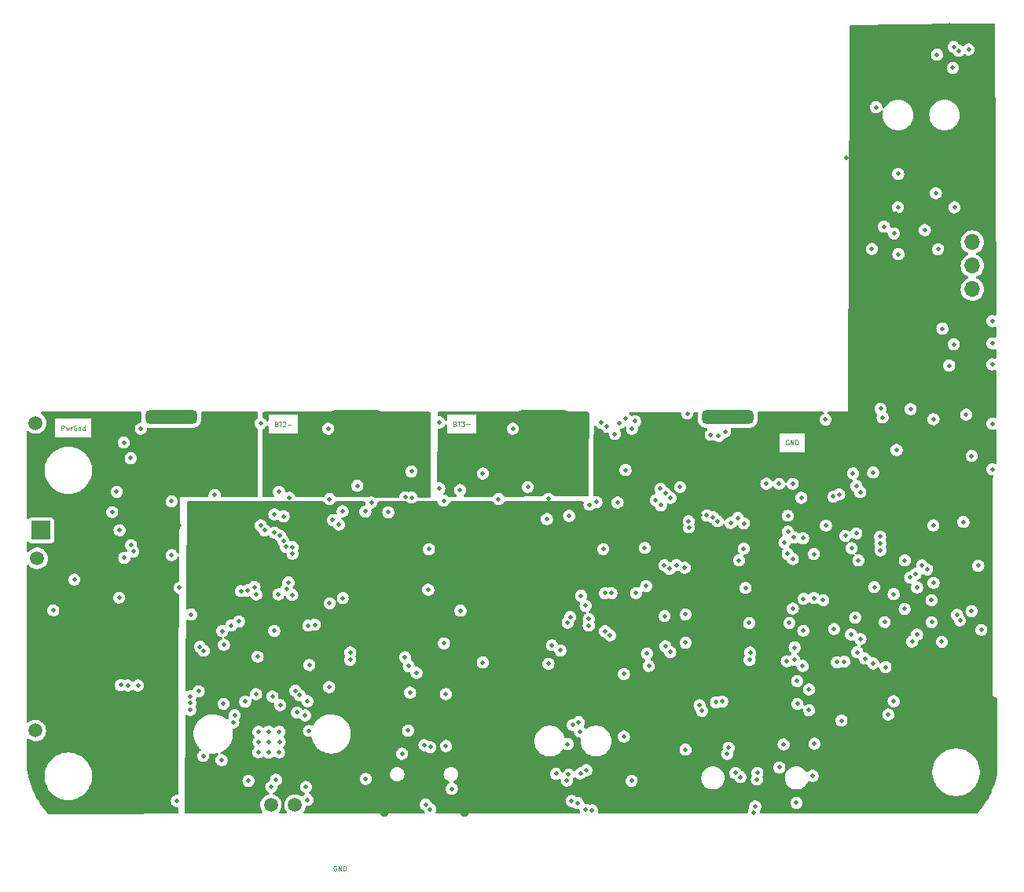
<source format=gbr>
%TF.GenerationSoftware,KiCad,Pcbnew,(6.0.1-0)*%
%TF.CreationDate,2022-04-09T17:35:34-06:00*%
%TF.ProjectId,HAT_CM4_183,4841545f-434d-4345-9f31-38332e6b6963,1.8.3*%
%TF.SameCoordinates,Original*%
%TF.FileFunction,Copper,L5,Inr*%
%TF.FilePolarity,Positive*%
%FSLAX46Y46*%
G04 Gerber Fmt 4.6, Leading zero omitted, Abs format (unit mm)*
G04 Created by KiCad (PCBNEW (6.0.1-0)) date 2022-04-09 17:35:34*
%MOMM*%
%LPD*%
G01*
G04 APERTURE LIST*
G04 Aperture macros list*
%AMRoundRect*
0 Rectangle with rounded corners*
0 $1 Rounding radius*
0 $2 $3 $4 $5 $6 $7 $8 $9 X,Y pos of 4 corners*
0 Add a 4 corners polygon primitive as box body*
4,1,4,$2,$3,$4,$5,$6,$7,$8,$9,$2,$3,0*
0 Add four circle primitives for the rounded corners*
1,1,$1+$1,$2,$3*
1,1,$1+$1,$4,$5*
1,1,$1+$1,$6,$7*
1,1,$1+$1,$8,$9*
0 Add four rect primitives between the rounded corners*
20,1,$1+$1,$2,$3,$4,$5,0*
20,1,$1+$1,$4,$5,$6,$7,0*
20,1,$1+$1,$6,$7,$8,$9,0*
20,1,$1+$1,$8,$9,$2,$3,0*%
G04 Aperture macros list end*
%ADD10C,0.050000*%
%TA.AperFunction,NonConductor*%
%ADD11C,0.050000*%
%TD*%
%TA.AperFunction,ComponentPad*%
%ADD12C,1.500000*%
%TD*%
%TA.AperFunction,ComponentPad*%
%ADD13RoundRect,0.500000X-2.300000X-0.250000X2.300000X-0.250000X2.300000X0.250000X-2.300000X0.250000X0*%
%TD*%
%TA.AperFunction,ComponentPad*%
%ADD14R,2.000000X2.000000*%
%TD*%
%TA.AperFunction,ComponentPad*%
%ADD15C,0.508000*%
%TD*%
%TA.AperFunction,ComponentPad*%
%ADD16R,1.700000X1.700000*%
%TD*%
%TA.AperFunction,ComponentPad*%
%ADD17O,1.700000X1.700000*%
%TD*%
%TA.AperFunction,ComponentPad*%
%ADD18O,1.000000X1.800000*%
%TD*%
%TA.AperFunction,ComponentPad*%
%ADD19O,1.000000X2.100000*%
%TD*%
%TA.AperFunction,ViaPad*%
%ADD20C,0.500000*%
%TD*%
G04 APERTURE END LIST*
D10*
D11*
X104190000Y-158216190D02*
X104190000Y-157716190D01*
X104380476Y-157716190D01*
X104428095Y-157740000D01*
X104451904Y-157763809D01*
X104475714Y-157811428D01*
X104475714Y-157882857D01*
X104451904Y-157930476D01*
X104428095Y-157954285D01*
X104380476Y-157978095D01*
X104190000Y-157978095D01*
X104642380Y-157882857D02*
X104737619Y-158216190D01*
X104832857Y-157978095D01*
X104928095Y-158216190D01*
X105023333Y-157882857D01*
X105213809Y-158216190D02*
X105213809Y-157882857D01*
X105213809Y-157978095D02*
X105237619Y-157930476D01*
X105261428Y-157906666D01*
X105309047Y-157882857D01*
X105356666Y-157882857D01*
X105785238Y-157740000D02*
X105737619Y-157716190D01*
X105666190Y-157716190D01*
X105594761Y-157740000D01*
X105547142Y-157787619D01*
X105523333Y-157835238D01*
X105499523Y-157930476D01*
X105499523Y-158001904D01*
X105523333Y-158097142D01*
X105547142Y-158144761D01*
X105594761Y-158192380D01*
X105666190Y-158216190D01*
X105713809Y-158216190D01*
X105785238Y-158192380D01*
X105809047Y-158168571D01*
X105809047Y-158001904D01*
X105713809Y-158001904D01*
X106023333Y-157882857D02*
X106023333Y-158216190D01*
X106023333Y-157930476D02*
X106047142Y-157906666D01*
X106094761Y-157882857D01*
X106166190Y-157882857D01*
X106213809Y-157906666D01*
X106237619Y-157954285D01*
X106237619Y-158216190D01*
X106690000Y-158216190D02*
X106690000Y-157716190D01*
X106690000Y-158192380D02*
X106642380Y-158216190D01*
X106547142Y-158216190D01*
X106499523Y-158192380D01*
X106475714Y-158168571D01*
X106451904Y-158120952D01*
X106451904Y-157978095D01*
X106475714Y-157930476D01*
X106499523Y-157906666D01*
X106547142Y-157882857D01*
X106642380Y-157882857D01*
X106690000Y-157906666D01*
D10*
D11*
X127347619Y-157524285D02*
X127419047Y-157548095D01*
X127442857Y-157571904D01*
X127466666Y-157619523D01*
X127466666Y-157690952D01*
X127442857Y-157738571D01*
X127419047Y-157762380D01*
X127371428Y-157786190D01*
X127180952Y-157786190D01*
X127180952Y-157286190D01*
X127347619Y-157286190D01*
X127395238Y-157310000D01*
X127419047Y-157333809D01*
X127442857Y-157381428D01*
X127442857Y-157429047D01*
X127419047Y-157476666D01*
X127395238Y-157500476D01*
X127347619Y-157524285D01*
X127180952Y-157524285D01*
X127609523Y-157286190D02*
X127895238Y-157286190D01*
X127752380Y-157786190D02*
X127752380Y-157286190D01*
X128038095Y-157333809D02*
X128061904Y-157310000D01*
X128109523Y-157286190D01*
X128228571Y-157286190D01*
X128276190Y-157310000D01*
X128300000Y-157333809D01*
X128323809Y-157381428D01*
X128323809Y-157429047D01*
X128300000Y-157500476D01*
X128014285Y-157786190D01*
X128323809Y-157786190D01*
X128538095Y-157595714D02*
X128919047Y-157595714D01*
D10*
D11*
X182509047Y-159300000D02*
X182461428Y-159276190D01*
X182390000Y-159276190D01*
X182318571Y-159300000D01*
X182270952Y-159347619D01*
X182247142Y-159395238D01*
X182223333Y-159490476D01*
X182223333Y-159561904D01*
X182247142Y-159657142D01*
X182270952Y-159704761D01*
X182318571Y-159752380D01*
X182390000Y-159776190D01*
X182437619Y-159776190D01*
X182509047Y-159752380D01*
X182532857Y-159728571D01*
X182532857Y-159561904D01*
X182437619Y-159561904D01*
X182747142Y-159776190D02*
X182747142Y-159276190D01*
X183032857Y-159776190D01*
X183032857Y-159276190D01*
X183270952Y-159776190D02*
X183270952Y-159276190D01*
X183390000Y-159276190D01*
X183461428Y-159300000D01*
X183509047Y-159347619D01*
X183532857Y-159395238D01*
X183556666Y-159490476D01*
X183556666Y-159561904D01*
X183532857Y-159657142D01*
X183509047Y-159704761D01*
X183461428Y-159752380D01*
X183390000Y-159776190D01*
X183270952Y-159776190D01*
D10*
D11*
X133779047Y-205210000D02*
X133731428Y-205186190D01*
X133660000Y-205186190D01*
X133588571Y-205210000D01*
X133540952Y-205257619D01*
X133517142Y-205305238D01*
X133493333Y-205400476D01*
X133493333Y-205471904D01*
X133517142Y-205567142D01*
X133540952Y-205614761D01*
X133588571Y-205662380D01*
X133660000Y-205686190D01*
X133707619Y-205686190D01*
X133779047Y-205662380D01*
X133802857Y-205638571D01*
X133802857Y-205471904D01*
X133707619Y-205471904D01*
X134017142Y-205686190D02*
X134017142Y-205186190D01*
X134302857Y-205686190D01*
X134302857Y-205186190D01*
X134540952Y-205686190D02*
X134540952Y-205186190D01*
X134660000Y-205186190D01*
X134731428Y-205210000D01*
X134779047Y-205257619D01*
X134802857Y-205305238D01*
X134826666Y-205400476D01*
X134826666Y-205471904D01*
X134802857Y-205567142D01*
X134779047Y-205614761D01*
X134731428Y-205662380D01*
X134660000Y-205686190D01*
X134540952Y-205686190D01*
D10*
D11*
X146597619Y-157504285D02*
X146669047Y-157528095D01*
X146692857Y-157551904D01*
X146716666Y-157599523D01*
X146716666Y-157670952D01*
X146692857Y-157718571D01*
X146669047Y-157742380D01*
X146621428Y-157766190D01*
X146430952Y-157766190D01*
X146430952Y-157266190D01*
X146597619Y-157266190D01*
X146645238Y-157290000D01*
X146669047Y-157313809D01*
X146692857Y-157361428D01*
X146692857Y-157409047D01*
X146669047Y-157456666D01*
X146645238Y-157480476D01*
X146597619Y-157504285D01*
X146430952Y-157504285D01*
X146859523Y-157266190D02*
X147145238Y-157266190D01*
X147002380Y-157766190D02*
X147002380Y-157266190D01*
X147264285Y-157266190D02*
X147573809Y-157266190D01*
X147407142Y-157456666D01*
X147478571Y-157456666D01*
X147526190Y-157480476D01*
X147550000Y-157504285D01*
X147573809Y-157551904D01*
X147573809Y-157670952D01*
X147550000Y-157718571D01*
X147526190Y-157742380D01*
X147478571Y-157766190D01*
X147335714Y-157766190D01*
X147288095Y-157742380D01*
X147264285Y-157718571D01*
X147788095Y-157575714D02*
X148169047Y-157575714D01*
D12*
%TO.N,+5V*%
%TO.C,TP6*%
X101570000Y-172020000D03*
%TD*%
D13*
%TO.N,/Batteries/BT4-*%
%TO.C,BTM4*%
X175960000Y-156810000D03*
%TD*%
%TO.N,/Batteries/BT1-*%
%TO.C,BTM1*%
X116020000Y-156810000D03*
%TD*%
%TO.N,/Batteries/BT2-*%
%TO.C,BTM2*%
X135890000Y-156810000D03*
%TD*%
D12*
%TO.N,/Power/IPS_SW*%
%TO.C,TP5*%
X101380000Y-190590000D03*
%TD*%
%TO.N,PWR_GND*%
%TO.C,TP2*%
X101540000Y-175190000D03*
%TD*%
%TO.N,/Battery/BATT+*%
%TO.C,TP3*%
X101410000Y-157440000D03*
%TD*%
D14*
%TO.N,/Battery/BATT+*%
%TO.C,BTP1*%
X101980000Y-168990000D03*
%TD*%
D15*
%TO.N,PWR_GND*%
%TO.C,U3*%
X125385000Y-192945000D03*
X126535000Y-191820000D03*
X127610000Y-192945000D03*
X125410000Y-190720000D03*
X125435000Y-191820000D03*
X127635000Y-190720000D03*
X127685000Y-191820000D03*
X126510000Y-190720000D03*
X126510000Y-192970000D03*
%TD*%
D13*
%TO.N,/Batteries/BT3-*%
%TO.C,BTM3*%
X156100000Y-156810000D03*
%TD*%
D12*
%TO.N,/Charger/IPS_OUT*%
%TO.C,TP4*%
X129340000Y-198630000D03*
%TD*%
D16*
%TO.N,GND*%
%TO.C,P1*%
X202320000Y-135380000D03*
D17*
%TO.N,+3.3v*%
X202320000Y-137920000D03*
%TO.N,/Battery/I2C_SCL*%
X202320000Y-140460000D03*
%TO.N,/Battery/I2C_SDA*%
X202320000Y-143000000D03*
%TD*%
D12*
%TO.N,/AC_IN*%
%TO.C,TP1*%
X126760000Y-198620000D03*
%TD*%
D18*
%TO.N,GND*%
%TO.C,J5*%
X138925098Y-198997500D03*
D19*
X147565098Y-194817500D03*
X138925098Y-194817500D03*
D18*
X147565098Y-198997500D03*
%TD*%
D20*
%TO.N,/USB Hub/HD2_N*%
X131485753Y-179184940D03*
%TO.N,/Battery/BATT+*%
X143770000Y-171036960D03*
X109650000Y-167040000D03*
X190251600Y-164890000D03*
X130900000Y-183520000D03*
X178280000Y-178990000D03*
X177890000Y-175220000D03*
X162560000Y-171031600D03*
X129850000Y-186780000D03*
X112430000Y-185740000D03*
X129390000Y-186298400D03*
X164099363Y-166009980D03*
X184086811Y-169850000D03*
X141900000Y-165470000D03*
X110440000Y-168990000D03*
X110905000Y-159545000D03*
X189830000Y-169330000D03*
X111350000Y-185740000D03*
X177680000Y-170970000D03*
X178380000Y-182190000D03*
X110590000Y-185690000D03*
%TO.N,/Batteries/BT1-*%
X178320000Y-182980000D03*
X177190000Y-172249850D03*
X116050000Y-171668490D03*
X116050000Y-165870000D03*
%TO.N,/Batteries/BT2-*%
X140710000Y-164340000D03*
X140730000Y-163700000D03*
%TO.N,/Batteries/BT3-*%
X160160000Y-164410000D03*
X157121753Y-162503989D03*
X159870000Y-164830000D03*
%TO.N,PWR_GND*%
X119990494Y-160570494D03*
X111055000Y-193005000D03*
X101856500Y-183480000D03*
X135300000Y-182190000D03*
X101856500Y-184720000D03*
X119520000Y-181980000D03*
X183173189Y-181630000D03*
X116870000Y-168490000D03*
X109740000Y-191690000D03*
X195830000Y-180990000D03*
X182980000Y-177440000D03*
X111760000Y-182320000D03*
X156490000Y-167789850D03*
X111890000Y-183400000D03*
X180130000Y-163980000D03*
X111740000Y-181420000D03*
X195668920Y-155940000D03*
X111740000Y-180350000D03*
X101856500Y-185990000D03*
X122379506Y-160570494D03*
X121430000Y-193790000D03*
X101770000Y-182140000D03*
X169250000Y-181510000D03*
X120719506Y-160570494D03*
X110780000Y-189490000D03*
X110160000Y-183470000D03*
X110375000Y-192325000D03*
X109925000Y-187535000D03*
X182448400Y-169130000D03*
X110430000Y-188040000D03*
X169143250Y-172766649D03*
X133020000Y-185910000D03*
X121519506Y-160570494D03*
X119110000Y-181550000D03*
X120820000Y-163670000D03*
X182980000Y-172090000D03*
X169160000Y-178261600D03*
X103950000Y-190460000D03*
X120820000Y-164340000D03*
X182448400Y-167430000D03*
X156650000Y-183390000D03*
X135300000Y-182970000D03*
X121650000Y-187710000D03*
%TO.N,/Charger/IPS_OUT*%
X186505500Y-157070000D03*
X127290000Y-195900000D03*
X124330000Y-196010000D03*
X119460000Y-193330000D03*
X125153500Y-186660000D03*
X118060000Y-188350000D03*
X130435417Y-188955417D03*
X118070000Y-186900000D03*
X127750078Y-187845076D03*
X184715944Y-186155944D03*
X130530000Y-196670000D03*
X118070000Y-187620000D03*
%TO.N,GND*%
X201110000Y-135700000D03*
X136065000Y-164205000D03*
X158196666Y-194871313D03*
X193690000Y-143170000D03*
X200744280Y-144780000D03*
X172970000Y-167342189D03*
X138190000Y-184558920D03*
X130370000Y-174900000D03*
X118075000Y-196905000D03*
X146162577Y-171942577D03*
X165630000Y-195060000D03*
X200380000Y-130540000D03*
X202070000Y-169410000D03*
X182510000Y-191520000D03*
X204030000Y-129230000D03*
X152550000Y-176510000D03*
X166710000Y-158630000D03*
X192590000Y-132500000D03*
X141320000Y-177910000D03*
X146230000Y-177680000D03*
X177980000Y-187750000D03*
X179470000Y-187600000D03*
X187070000Y-193450000D03*
X192240000Y-150860000D03*
X141450000Y-175980000D03*
X141230000Y-165450000D03*
X141231600Y-181790000D03*
X162996170Y-164070000D03*
X138080000Y-192150000D03*
X119460000Y-198290000D03*
X128040000Y-196390000D03*
X172300000Y-195490000D03*
X167111418Y-162598582D03*
X198940000Y-143150000D03*
X175910000Y-195150000D03*
X135840000Y-195950000D03*
X157930000Y-197900000D03*
X160230000Y-192730000D03*
X174980000Y-191760000D03*
X202170000Y-184370000D03*
X170960000Y-195350000D03*
X161020000Y-183400000D03*
X121850000Y-170040000D03*
X172350000Y-158540000D03*
X156660000Y-165620000D03*
X194070000Y-134860000D03*
X133870000Y-198810000D03*
X137739505Y-177598815D03*
X177110000Y-159167111D03*
X162710000Y-172791600D03*
X128734663Y-165490118D03*
X188090000Y-192110000D03*
X141900000Y-162660000D03*
X135320000Y-176280000D03*
X188790000Y-128850000D03*
X137730000Y-174630150D03*
X154370000Y-187680000D03*
X118800000Y-197630000D03*
X192620000Y-151240000D03*
X164340000Y-187680000D03*
X199810000Y-114570000D03*
%TO.N,Net-(C7-Pad2)*%
X126915127Y-186912584D03*
X130676566Y-187434378D03*
%TO.N,/Power/IPS_SW*%
X110950000Y-171970000D03*
X121690000Y-181330000D03*
%TO.N,+5V*%
X185310000Y-192010000D03*
X198130000Y-157018400D03*
X186540000Y-168480000D03*
X116900000Y-175180000D03*
X198390000Y-132640000D03*
X198120000Y-168478400D03*
X110400000Y-176270000D03*
X141750011Y-186500000D03*
%TO.N,+3.3v*%
X136930000Y-166980000D03*
X160993209Y-179280000D03*
X139394831Y-167054831D03*
X128118400Y-167493040D03*
X160993209Y-178580000D03*
X197198400Y-136640000D03*
X204470000Y-151120000D03*
X204470000Y-162410000D03*
X204470000Y-157500000D03*
X204470000Y-148840000D03*
X192810000Y-136250000D03*
X158870000Y-167460000D03*
X134480000Y-166940000D03*
X204470000Y-146440000D03*
%TO.N,/CM4_GPIO/GPIO_IRQ*%
X141610000Y-183660000D03*
X149570000Y-183240000D03*
X149590000Y-162870000D03*
%TO.N,/CM4_GPIO/SD_PWR*%
X200400000Y-134170000D03*
X194300000Y-134180000D03*
%TO.N,/CM4_HighSpeed/HDMI_5v*%
X183466548Y-187720000D03*
%TO.N,/USB Hub/VBUS*%
X142440000Y-184370000D03*
X199090000Y-147260000D03*
X199030000Y-181020000D03*
X164770000Y-184500000D03*
X194330000Y-130570000D03*
%TO.N,/AC_IN*%
X145590000Y-186651600D03*
X145610000Y-192260000D03*
X146235098Y-196874902D03*
X130850000Y-190630000D03*
X192420000Y-171160000D03*
X140880000Y-193090000D03*
X191630000Y-183350000D03*
%TO.N,/Battery/5V_OVR*%
X193840000Y-187440000D03*
X118160000Y-178090000D03*
X185253189Y-176304288D03*
X118970000Y-186350000D03*
X185253189Y-171570000D03*
X193840000Y-175880000D03*
%TO.N,/CM4_GPIO/GPIO_PB1*%
X160161600Y-176060000D03*
X198140000Y-174660000D03*
%TO.N,/Battery/PB_IN*%
X123980000Y-187460000D03*
X202960000Y-172820000D03*
X125319502Y-182620500D03*
X184720000Y-188400000D03*
X183440000Y-185250000D03*
X203290000Y-179740000D03*
%TO.N,/CM4_GPIO/SD_DAT1*%
X201920000Y-117150000D03*
X163806787Y-158619189D03*
%TO.N,/CM4_GPIO/SD_DAT0*%
X164300000Y-157430000D03*
X200850000Y-117290000D03*
%TO.N,/CM4_GPIO/SD_CLK*%
X165662982Y-158040000D03*
X200309793Y-116881448D03*
%TO.N,/CM4_GPIO/SD_CMD*%
X200220000Y-119141800D03*
X164951532Y-162503989D03*
%TO.N,/CM4_GPIO/SD_DAT3*%
X198510000Y-117711100D03*
X164930000Y-156936200D03*
%TO.N,/CM4_GPIO/SD_DAT2*%
X162960000Y-157830000D03*
X191950459Y-123388989D03*
%TO.N,/CM4_HighSpeed/HDMI0_HOTPLUG*%
X164780000Y-191240000D03*
X185100000Y-195480000D03*
%TO.N,/CM4_HighSpeed/HDMI0_SDA*%
X181990000Y-192070000D03*
X158725000Y-192045000D03*
X160055000Y-190715000D03*
%TO.N,/CM4_HighSpeed/HDMI0_SCL*%
X181530000Y-194570000D03*
X157470000Y-195260000D03*
%TO.N,/CM4_HighSpeed/HDMI0_CEC*%
X183370000Y-198390000D03*
X165611400Y-196010000D03*
%TO.N,/CM4_HighSpeed/HDMI0_CK_N*%
X159151700Y-198175558D03*
X179107394Y-195863161D03*
%TO.N,/CM4_HighSpeed/HDMI0_CK_P*%
X159796793Y-198410000D03*
X179160000Y-195167789D03*
%TO.N,/CM4_HighSpeed/HDMI0_D0_N*%
X178929230Y-198779125D03*
X160678013Y-199128900D03*
%TO.N,/CM4_HighSpeed/HDMI0_D0_P*%
X178780000Y-199439988D03*
X161353443Y-199201448D03*
%TO.N,/CM4_HighSpeed/HDMI0_D1_N*%
X158630000Y-195993800D03*
X177334645Y-195614877D03*
%TO.N,/CM4_HighSpeed/HDMI0_D1_P*%
X176805745Y-195172045D03*
X158810782Y-195341070D03*
%TO.N,/CM4_HighSpeed/HDMI0_D2_N*%
X160100000Y-195220000D03*
X175370000Y-187456200D03*
%TO.N,/CM4_HighSpeed/HDMI0_D2_P*%
X174698541Y-187544982D03*
X160726078Y-194865460D03*
%TO.N,/USB Hub/HD4_N*%
X159900000Y-189690000D03*
X128640000Y-174622557D03*
X158990000Y-178330000D03*
%TO.N,/USB Hub/HD4_P*%
X158719457Y-178962711D03*
X128460903Y-175319096D03*
X159282402Y-189985207D03*
%TO.N,/USB Hub/HD3_N*%
X124980000Y-175110000D03*
X196912472Y-172775352D03*
%TO.N,/USB Hub/HD3_P*%
X197440000Y-173230000D03*
X125172795Y-175917205D03*
%TO.N,/CM4_GPIO/GPIO6*%
X170830000Y-164330767D03*
X189820000Y-164220000D03*
%TO.N,/CM4_GPIO/TRD1_P*%
X177050000Y-167670000D03*
X127135090Y-169246791D03*
X127556611Y-175900000D03*
%TO.N,/CM4_GPIO/TRD1_N*%
X129043046Y-175970441D03*
X127734897Y-169561386D03*
X176291295Y-168201295D03*
%TO.N,/CM4_GPIO/TRD0_N*%
X174352644Y-167581093D03*
X124210000Y-175500000D03*
X126077389Y-169004474D03*
%TO.N,/CM4_GPIO/TRD0_P*%
X173700000Y-167400000D03*
X125655009Y-168475009D03*
X123534943Y-175555107D03*
%TO.N,/CM4_GPIO/PI_nLED_Activity*%
X175680000Y-158391500D03*
X202250000Y-160980000D03*
X177710000Y-168260000D03*
X201361820Y-168100000D03*
%TO.N,/Battery/BT1_PRES*%
X111680000Y-170620000D03*
X182330000Y-183120000D03*
X111640000Y-161220000D03*
X182420000Y-171550000D03*
X191760000Y-175130000D03*
X192410000Y-170420000D03*
%TO.N,/Battery/{slash}BT2_ENA*%
X184110000Y-179825720D03*
X184130000Y-176380000D03*
%TO.N,/Battery/BT2_PRES*%
X147180000Y-177660000D03*
X192870000Y-178898400D03*
X147120000Y-164660000D03*
X182600000Y-178990000D03*
%TO.N,/CM4_GPIO/GPIO_PB2*%
X160660000Y-177140000D03*
X202220000Y-177720000D03*
%TO.N,/CM4_GPIO/SD_PWR_ON*%
X191498900Y-138660000D03*
X162350000Y-157410000D03*
X198630000Y-138700000D03*
%TO.N,/Battery/{slash}BT3_ENA*%
X196360000Y-175170000D03*
X196360000Y-180238400D03*
%TO.N,/Battery/BT3_PRES*%
X171330000Y-173030000D03*
X168210000Y-165740000D03*
%TO.N,/USB Hub/nEXTRST*%
X137580000Y-166010000D03*
X154421589Y-164330000D03*
%TO.N,/CM4_HighSpeed/USB2_N*%
X171760000Y-168020000D03*
X133412423Y-167897577D03*
X176060000Y-192440000D03*
%TO.N,/CM4_HighSpeed/USB2_P*%
X175899341Y-193107169D03*
X134081600Y-168390000D03*
X171780000Y-168701109D03*
%TO.N,Net-(Q2-Pad3)*%
X167460000Y-183630000D03*
X120690000Y-165200000D03*
X121513771Y-179856229D03*
%TO.N,Net-(Q3-Pad3)*%
X169770000Y-182130000D03*
X110130000Y-164850000D03*
X111923376Y-171286624D03*
X169680000Y-173149850D03*
%TO.N,Net-(Q6-Pad3)*%
X127110000Y-179835720D03*
X125650000Y-157470000D03*
X167257577Y-182287577D03*
X127620000Y-164850000D03*
%TO.N,Net-(Q7-Pad3)*%
X145380000Y-181190000D03*
X171426630Y-178070000D03*
X145369989Y-165800000D03*
%TO.N,Net-(Q10-Pad3)*%
X144882684Y-164496666D03*
X167170000Y-175010000D03*
X143699056Y-175409056D03*
X144890000Y-157360000D03*
X151280000Y-165630000D03*
%TO.N,Net-(Q11-Pad3)*%
X170450000Y-172760000D03*
X168770000Y-166300000D03*
%TO.N,Net-(Q14-Pad3)*%
X181508219Y-163993447D03*
X165990000Y-157240000D03*
X167030000Y-170900000D03*
X182080000Y-170300000D03*
%TO.N,Net-(Q15-Pad3)*%
X191630000Y-162770000D03*
X183090000Y-169760000D03*
X182970000Y-163993447D03*
X192380000Y-169680000D03*
%TO.N,/Battery/{slash}BT4_ENA*%
X189930000Y-182146500D03*
X188630000Y-169584280D03*
%TO.N,/Battery/BT4_PRES*%
X195020000Y-177470000D03*
X189460000Y-162861600D03*
X189310000Y-170930000D03*
X195040000Y-172240000D03*
%TO.N,/Battery/MOSI*%
X188507577Y-183157577D03*
X168712993Y-164507007D03*
X187970000Y-165140000D03*
%TO.N,/Battery/MISO*%
X187728060Y-183234434D03*
X187350000Y-165370000D03*
X169240000Y-165005407D03*
%TO.N,/Battery/SCL*%
X169790000Y-165488400D03*
X184030000Y-183630000D03*
X183894280Y-165503807D03*
%TO.N,/Battery/I2C_SDA*%
X200320000Y-148950000D03*
X189260000Y-180235869D03*
X157940000Y-181958400D03*
X122840000Y-188930000D03*
X122470000Y-179270000D03*
X200990000Y-178710000D03*
X161070000Y-166228400D03*
%TO.N,/Battery/I2C_SCL*%
X157040000Y-181400000D03*
X161820000Y-165960000D03*
X122700498Y-189700000D03*
X199820000Y-151240000D03*
X189700000Y-178400000D03*
X200681600Y-178110000D03*
X123300000Y-178830000D03*
%TO.N,/Battery/{slash}RESET*%
X166080000Y-175768389D03*
%TO.N,/USB Hub/nOCS1*%
X193880000Y-136990000D03*
X134500000Y-176300000D03*
X196189989Y-173710000D03*
%TO.N,/USB Hub/PWR1*%
X133080000Y-176870000D03*
X194343500Y-139220000D03*
X194160000Y-160340000D03*
X195620000Y-174090000D03*
%TO.N,/USB Hub/HD2_N*%
X129099189Y-170810796D03*
X162750000Y-179900000D03*
X162750000Y-175780000D03*
%TO.N,/USB Hub/HD2_P*%
X163430000Y-175768400D03*
X129085941Y-171528847D03*
X163300000Y-180320000D03*
X130780000Y-179280000D03*
%TO.N,Net-(R1-Pad1)*%
X197920000Y-176530000D03*
X186250000Y-176530000D03*
X197940000Y-178904280D03*
%TO.N,/CM4_GPIO/ETH_LEDY*%
X143920000Y-192380000D03*
X173191050Y-188465637D03*
X174957423Y-158832577D03*
X143910000Y-199080000D03*
%TO.N,/CM4_GPIO/ETH_LEDG*%
X143290000Y-192170000D03*
X174128400Y-158708400D03*
X143421600Y-198575686D03*
X172930000Y-187860000D03*
X116620000Y-198180000D03*
%TO.N,/Battery/PWR_IRQ*%
X183130000Y-182950000D03*
X192960000Y-183750000D03*
X141200000Y-182680000D03*
%TO.N,/Battery/AXP_EXTEN*%
X190050000Y-172249850D03*
X171426630Y-181120000D03*
X171419498Y-192650000D03*
X190260000Y-180720000D03*
X126790000Y-196670000D03*
%TO.N,/Battery/HEARTBEAT*%
X188220000Y-189510000D03*
X187430000Y-179650000D03*
%TO.N,Net-(R40-Pad2)*%
X201650000Y-156520000D03*
X192651467Y-156829702D03*
%TO.N,/USB Hub/HD1_N*%
X128086932Y-170140014D03*
%TO.N,/USB Hub/HD1_P*%
X128360000Y-170780000D03*
%TO.N,Net-(LED1-Pad1)*%
X152820000Y-158050000D03*
X174870366Y-168017788D03*
X112740000Y-158050000D03*
X132930000Y-158050000D03*
X171620000Y-156420000D03*
%TO.N,Net-(LED11-Pad2)*%
X130700000Y-198068389D03*
X136970000Y-195810000D03*
%TO.N,Net-(C18-Pad1)*%
X103300000Y-177630000D03*
X105580000Y-174320000D03*
%TO.N,Net-(LED5-Pad1)*%
X192436500Y-155890000D03*
X190750000Y-182830000D03*
X129557423Y-188647423D03*
%TO.N,Net-(R54-Pad2)*%
X127121600Y-167280000D03*
X133080000Y-165640000D03*
%TO.N,Net-(R47-Pad1)*%
X141530000Y-190600000D03*
X193270000Y-188870000D03*
%TD*%
%TA.AperFunction,Conductor*%
%TO.N,/Batteries/BT3-*%
G36*
X160970683Y-156240002D02*
G01*
X161017176Y-156293658D01*
X161028560Y-156346536D01*
X161004366Y-162001990D01*
X160990535Y-165234845D01*
X160970242Y-165302880D01*
X160916387Y-165349143D01*
X160864844Y-165360306D01*
X157343403Y-165368926D01*
X157275234Y-165349090D01*
X157239256Y-165314294D01*
X157155838Y-165192922D01*
X157155833Y-165192916D01*
X157151531Y-165186657D01*
X157077963Y-165121110D01*
X157039648Y-165086972D01*
X157039645Y-165086970D01*
X157033976Y-165081919D01*
X156894831Y-165008245D01*
X156826434Y-164991065D01*
X156749498Y-164971740D01*
X156749496Y-164971740D01*
X156742128Y-164969889D01*
X156734530Y-164969849D01*
X156734528Y-164969849D01*
X156667319Y-164969497D01*
X156584684Y-164969065D01*
X156577305Y-164970837D01*
X156577301Y-164970837D01*
X156438967Y-165004048D01*
X156438963Y-165004049D01*
X156431588Y-165005820D01*
X156291679Y-165078032D01*
X156285957Y-165083024D01*
X156285955Y-165083025D01*
X156178759Y-165176538D01*
X156178756Y-165176541D01*
X156173034Y-165181533D01*
X156082501Y-165310348D01*
X156081910Y-165309933D01*
X156036156Y-165356396D01*
X155975230Y-165372276D01*
X151965406Y-165382092D01*
X151897237Y-165362256D01*
X151862963Y-165324864D01*
X151860710Y-165326412D01*
X151823822Y-165272740D01*
X151771531Y-165196657D01*
X151715831Y-165147030D01*
X151659648Y-165096972D01*
X151659645Y-165096970D01*
X151653976Y-165091919D01*
X151635090Y-165081919D01*
X151521543Y-165021799D01*
X151521544Y-165021799D01*
X151514831Y-165018245D01*
X151458310Y-165004048D01*
X151369498Y-164981740D01*
X151369496Y-164981740D01*
X151362128Y-164979889D01*
X151354530Y-164979849D01*
X151354528Y-164979849D01*
X151287319Y-164979497D01*
X151204684Y-164979065D01*
X151197305Y-164980837D01*
X151197301Y-164980837D01*
X151058967Y-165014048D01*
X151058963Y-165014049D01*
X151051588Y-165015820D01*
X151044843Y-165019301D01*
X151044844Y-165019301D01*
X150930411Y-165078364D01*
X150911679Y-165088032D01*
X150905957Y-165093024D01*
X150905955Y-165093025D01*
X150798759Y-165186538D01*
X150798756Y-165186541D01*
X150793034Y-165191533D01*
X150772047Y-165221394D01*
X150709852Y-165309889D01*
X150702501Y-165320348D01*
X150702221Y-165321065D01*
X150654446Y-165369575D01*
X150593529Y-165385450D01*
X147605557Y-165392765D01*
X147537388Y-165372929D01*
X147490764Y-165319388D01*
X147480488Y-165249139D01*
X147509823Y-165184486D01*
X147523414Y-165170958D01*
X147602348Y-165103542D01*
X147694224Y-164975683D01*
X147752950Y-164829598D01*
X147775134Y-164673723D01*
X147775278Y-164660000D01*
X147773546Y-164645683D01*
X147757275Y-164511234D01*
X147756363Y-164503694D01*
X147700710Y-164356412D01*
X147677841Y-164323138D01*
X153766347Y-164323138D01*
X153783624Y-164479633D01*
X153837732Y-164627490D01*
X153841969Y-164633796D01*
X153841971Y-164633799D01*
X153868527Y-164673318D01*
X153925547Y-164758172D01*
X153947859Y-164778474D01*
X154011796Y-164836652D01*
X154041999Y-164864135D01*
X154048674Y-164867759D01*
X154173688Y-164935637D01*
X154173690Y-164935638D01*
X154180365Y-164939262D01*
X154187714Y-164941190D01*
X154325308Y-164977287D01*
X154325310Y-164977287D01*
X154332658Y-164979215D01*
X154415969Y-164980524D01*
X154482487Y-164981569D01*
X154482490Y-164981569D01*
X154490084Y-164981688D01*
X154643557Y-164946538D01*
X154784214Y-164875795D01*
X154847116Y-164822072D01*
X154898163Y-164778474D01*
X154898165Y-164778471D01*
X154903937Y-164773542D01*
X154995813Y-164645683D01*
X155054539Y-164499598D01*
X155061542Y-164450393D01*
X155076142Y-164347807D01*
X155076142Y-164347804D01*
X155076723Y-164343723D01*
X155076867Y-164330000D01*
X155057952Y-164173694D01*
X155018612Y-164069583D01*
X155004983Y-164033514D01*
X155004982Y-164033511D01*
X155002299Y-164026412D01*
X154913120Y-163896657D01*
X154866560Y-163855174D01*
X154801237Y-163796972D01*
X154801234Y-163796970D01*
X154795565Y-163791919D01*
X154656420Y-163718245D01*
X154639711Y-163714048D01*
X154511087Y-163681740D01*
X154511085Y-163681740D01*
X154503717Y-163679889D01*
X154496119Y-163679849D01*
X154496117Y-163679849D01*
X154428908Y-163679497D01*
X154346273Y-163679065D01*
X154338894Y-163680837D01*
X154338890Y-163680837D01*
X154200556Y-163714048D01*
X154200552Y-163714049D01*
X154193177Y-163715820D01*
X154053268Y-163788032D01*
X154047546Y-163793024D01*
X154047544Y-163793025D01*
X153940348Y-163886538D01*
X153940345Y-163886541D01*
X153934623Y-163891533D01*
X153930256Y-163897747D01*
X153850140Y-164011740D01*
X153844090Y-164020348D01*
X153786898Y-164167039D01*
X153766347Y-164323138D01*
X147677841Y-164323138D01*
X147611531Y-164226657D01*
X147564971Y-164185174D01*
X147499648Y-164126972D01*
X147499645Y-164126970D01*
X147493976Y-164121919D01*
X147354831Y-164048245D01*
X147296184Y-164033514D01*
X147209498Y-164011740D01*
X147209496Y-164011740D01*
X147202128Y-164009889D01*
X147194530Y-164009849D01*
X147194528Y-164009849D01*
X147127319Y-164009497D01*
X147044684Y-164009065D01*
X147037305Y-164010837D01*
X147037301Y-164010837D01*
X146898967Y-164044048D01*
X146898963Y-164044049D01*
X146891588Y-164045820D01*
X146751679Y-164118032D01*
X146745957Y-164123024D01*
X146745955Y-164123025D01*
X146638759Y-164216538D01*
X146638756Y-164216541D01*
X146633034Y-164221533D01*
X146628667Y-164227747D01*
X146549521Y-164340360D01*
X146542501Y-164350348D01*
X146485309Y-164497039D01*
X146483440Y-164511234D01*
X146468135Y-164627490D01*
X146464758Y-164653138D01*
X146482035Y-164809633D01*
X146536143Y-164957490D01*
X146540380Y-164963796D01*
X146540382Y-164963799D01*
X146575339Y-165015820D01*
X146623958Y-165088172D01*
X146629577Y-165093285D01*
X146629578Y-165093286D01*
X146720418Y-165175944D01*
X146757341Y-165236584D01*
X146755618Y-165307560D01*
X146715796Y-165366337D01*
X146650519Y-165394254D01*
X146635928Y-165395138D01*
X145943686Y-165396833D01*
X145875516Y-165376997D01*
X145859558Y-165364909D01*
X145749637Y-165266972D01*
X145749634Y-165266970D01*
X145743965Y-165261919D01*
X145604820Y-165188245D01*
X145558212Y-165176538D01*
X145459487Y-165151740D01*
X145459485Y-165151740D01*
X145452117Y-165149889D01*
X145444516Y-165149849D01*
X145441680Y-165149491D01*
X145376603Y-165121110D01*
X145337201Y-165062051D01*
X145335983Y-164991065D01*
X145363379Y-164941620D01*
X145365032Y-164940208D01*
X145376077Y-164924838D01*
X145411317Y-164875795D01*
X145456908Y-164812349D01*
X145515634Y-164666264D01*
X145537818Y-164510389D01*
X145537962Y-164496666D01*
X145519047Y-164340360D01*
X145478448Y-164232917D01*
X145466078Y-164200180D01*
X145466077Y-164200177D01*
X145463394Y-164193078D01*
X145374215Y-164063323D01*
X145313317Y-164009065D01*
X145262332Y-163963638D01*
X145262329Y-163963636D01*
X145256660Y-163958585D01*
X145117515Y-163884911D01*
X145107861Y-163882486D01*
X144972182Y-163848406D01*
X144972180Y-163848406D01*
X144964812Y-163846555D01*
X144957214Y-163846515D01*
X144957212Y-163846515D01*
X144892151Y-163846175D01*
X144807368Y-163845731D01*
X144801984Y-163847024D01*
X144732878Y-163835130D01*
X144680528Y-163787172D01*
X144662371Y-163721079D01*
X144668693Y-162863138D01*
X148934758Y-162863138D01*
X148952035Y-163019633D01*
X149006143Y-163167490D01*
X149010380Y-163173796D01*
X149010382Y-163173799D01*
X149050709Y-163233811D01*
X149093958Y-163298172D01*
X149210410Y-163404135D01*
X149217085Y-163407759D01*
X149342099Y-163475637D01*
X149342101Y-163475638D01*
X149348776Y-163479262D01*
X149356125Y-163481190D01*
X149493719Y-163517287D01*
X149493721Y-163517287D01*
X149501069Y-163519215D01*
X149584380Y-163520524D01*
X149650898Y-163521569D01*
X149650901Y-163521569D01*
X149658495Y-163521688D01*
X149811968Y-163486538D01*
X149952625Y-163415795D01*
X149978869Y-163393381D01*
X150066574Y-163318474D01*
X150066576Y-163318471D01*
X150072348Y-163313542D01*
X150164224Y-163185683D01*
X150222950Y-163039598D01*
X150245134Y-162883723D01*
X150245278Y-162870000D01*
X150226363Y-162713694D01*
X150170710Y-162566412D01*
X150081531Y-162436657D01*
X150034971Y-162395174D01*
X149969648Y-162336972D01*
X149969645Y-162336970D01*
X149963976Y-162331919D01*
X149824831Y-162258245D01*
X149808122Y-162254048D01*
X149679498Y-162221740D01*
X149679496Y-162221740D01*
X149672128Y-162219889D01*
X149664530Y-162219849D01*
X149664528Y-162219849D01*
X149597319Y-162219497D01*
X149514684Y-162219065D01*
X149507305Y-162220837D01*
X149507301Y-162220837D01*
X149368967Y-162254048D01*
X149368963Y-162254049D01*
X149361588Y-162255820D01*
X149221679Y-162328032D01*
X149215957Y-162333024D01*
X149215955Y-162333025D01*
X149108759Y-162426538D01*
X149108756Y-162426541D01*
X149103034Y-162431533D01*
X149012501Y-162560348D01*
X148955309Y-162707039D01*
X148934758Y-162863138D01*
X144668693Y-162863138D01*
X144703534Y-158134749D01*
X144724038Y-158066777D01*
X144778035Y-158020681D01*
X144831509Y-158009693D01*
X144875181Y-158010379D01*
X144950898Y-158011569D01*
X144950901Y-158011569D01*
X144958495Y-158011688D01*
X145111968Y-157976538D01*
X145252625Y-157905795D01*
X145325302Y-157843723D01*
X145366574Y-157808474D01*
X145366576Y-157808471D01*
X145372348Y-157803542D01*
X145464224Y-157675683D01*
X145493998Y-157601618D01*
X145537965Y-157545874D01*
X145605089Y-157522749D01*
X145674061Y-157539586D01*
X145722981Y-157591039D01*
X145736905Y-157648615D01*
X145736905Y-158567500D01*
X148863095Y-158567500D01*
X148863095Y-158043138D01*
X152164758Y-158043138D01*
X152182035Y-158199633D01*
X152236143Y-158347490D01*
X152240380Y-158353796D01*
X152240382Y-158353799D01*
X152255163Y-158375795D01*
X152323958Y-158478172D01*
X152440410Y-158584135D01*
X152447085Y-158587759D01*
X152572099Y-158655637D01*
X152572101Y-158655638D01*
X152578776Y-158659262D01*
X152586125Y-158661190D01*
X152723719Y-158697287D01*
X152723721Y-158697287D01*
X152731069Y-158699215D01*
X152814380Y-158700524D01*
X152880898Y-158701569D01*
X152880901Y-158701569D01*
X152888495Y-158701688D01*
X153041968Y-158666538D01*
X153182625Y-158595795D01*
X153236964Y-158549385D01*
X153296574Y-158498474D01*
X153296576Y-158498471D01*
X153302348Y-158493542D01*
X153394224Y-158365683D01*
X153452950Y-158219598D01*
X153475134Y-158063723D01*
X153475278Y-158050000D01*
X153456363Y-157893694D01*
X153400710Y-157746412D01*
X153311531Y-157616657D01*
X153225029Y-157539586D01*
X153199648Y-157516972D01*
X153199645Y-157516970D01*
X153193976Y-157511919D01*
X153054831Y-157438245D01*
X153038122Y-157434048D01*
X152909498Y-157401740D01*
X152909496Y-157401740D01*
X152902128Y-157399889D01*
X152894530Y-157399849D01*
X152894528Y-157399849D01*
X152827319Y-157399497D01*
X152744684Y-157399065D01*
X152737305Y-157400837D01*
X152737301Y-157400837D01*
X152598967Y-157434048D01*
X152598963Y-157434049D01*
X152591588Y-157435820D01*
X152451679Y-157508032D01*
X152445957Y-157513024D01*
X152445955Y-157513025D01*
X152338759Y-157606538D01*
X152338756Y-157606541D01*
X152333034Y-157611533D01*
X152242501Y-157740348D01*
X152185309Y-157887039D01*
X152178508Y-157938700D01*
X152167715Y-158020681D01*
X152164758Y-158043138D01*
X148863095Y-158043138D01*
X148863095Y-156512500D01*
X145736905Y-156512500D01*
X145736905Y-157070966D01*
X145716903Y-157139087D01*
X145663247Y-157185580D01*
X145592973Y-157195684D01*
X145528393Y-157166190D01*
X145493039Y-157115504D01*
X145473394Y-157063514D01*
X145473393Y-157063511D01*
X145470710Y-157056412D01*
X145381531Y-156926657D01*
X145315732Y-156868032D01*
X145269648Y-156826972D01*
X145269645Y-156826970D01*
X145263976Y-156821919D01*
X145124831Y-156748245D01*
X145115177Y-156745820D01*
X144979498Y-156711740D01*
X144979496Y-156711740D01*
X144972128Y-156709889D01*
X144964530Y-156709849D01*
X144964528Y-156709849D01*
X144840310Y-156709199D01*
X144772295Y-156688841D01*
X144726084Y-156634943D01*
X144714973Y-156582273D01*
X144715575Y-156500490D01*
X144716721Y-156345070D01*
X144737224Y-156277100D01*
X144791220Y-156231004D01*
X144842717Y-156220000D01*
X160902562Y-156220000D01*
X160970683Y-156240002D01*
G37*
%TD.AperFunction*%
%TD*%
%TA.AperFunction,Conductor*%
%TO.N,GND*%
G36*
X204732695Y-114340002D02*
G01*
X204779188Y-114393658D01*
X204790573Y-114445631D01*
X204882247Y-145713627D01*
X204862445Y-145781806D01*
X204808926Y-145828456D01*
X204738682Y-145838766D01*
X204711337Y-145831690D01*
X204704831Y-145828245D01*
X204697465Y-145826395D01*
X204697463Y-145826394D01*
X204559498Y-145791740D01*
X204559496Y-145791740D01*
X204552128Y-145789889D01*
X204544530Y-145789849D01*
X204544528Y-145789849D01*
X204477319Y-145789497D01*
X204394684Y-145789065D01*
X204387305Y-145790837D01*
X204387301Y-145790837D01*
X204248967Y-145824048D01*
X204248963Y-145824049D01*
X204241588Y-145825820D01*
X204101679Y-145898032D01*
X204095957Y-145903024D01*
X204095955Y-145903025D01*
X203988759Y-145996538D01*
X203988756Y-145996541D01*
X203983034Y-146001533D01*
X203892501Y-146130348D01*
X203835309Y-146277039D01*
X203814758Y-146433138D01*
X203832035Y-146589633D01*
X203886143Y-146737490D01*
X203973958Y-146868172D01*
X204090410Y-146974135D01*
X204097085Y-146977759D01*
X204222099Y-147045637D01*
X204222101Y-147045638D01*
X204228776Y-147049262D01*
X204236125Y-147051190D01*
X204373719Y-147087287D01*
X204373721Y-147087287D01*
X204381069Y-147089215D01*
X204464380Y-147090524D01*
X204530898Y-147091569D01*
X204530901Y-147091569D01*
X204538495Y-147091688D01*
X204691968Y-147056538D01*
X204698751Y-147053126D01*
X204698755Y-147053125D01*
X204703880Y-147050547D01*
X204773724Y-147037806D01*
X204839369Y-147064849D01*
X204879972Y-147123089D01*
X204886496Y-147162741D01*
X204888692Y-147911569D01*
X204889292Y-148116331D01*
X204869490Y-148184510D01*
X204815971Y-148231160D01*
X204745727Y-148241470D01*
X204718138Y-148234331D01*
X204711546Y-148231801D01*
X204704831Y-148228245D01*
X204688122Y-148224048D01*
X204559498Y-148191740D01*
X204559496Y-148191740D01*
X204552128Y-148189889D01*
X204544530Y-148189849D01*
X204544528Y-148189849D01*
X204477319Y-148189497D01*
X204394684Y-148189065D01*
X204387305Y-148190837D01*
X204387301Y-148190837D01*
X204248967Y-148224048D01*
X204248963Y-148224049D01*
X204241588Y-148225820D01*
X204101679Y-148298032D01*
X204095957Y-148303024D01*
X204095955Y-148303025D01*
X203988759Y-148396538D01*
X203988756Y-148396541D01*
X203983034Y-148401533D01*
X203972183Y-148416972D01*
X203897724Y-148522917D01*
X203892501Y-148530348D01*
X203835309Y-148677039D01*
X203834318Y-148684568D01*
X203821759Y-148779963D01*
X203814758Y-148833138D01*
X203832035Y-148989633D01*
X203886143Y-149137490D01*
X203973958Y-149268172D01*
X204090410Y-149374135D01*
X204107257Y-149383282D01*
X204222099Y-149445637D01*
X204222101Y-149445638D01*
X204228776Y-149449262D01*
X204236125Y-149451190D01*
X204373719Y-149487287D01*
X204373721Y-149487287D01*
X204381069Y-149489215D01*
X204464380Y-149490524D01*
X204530898Y-149491569D01*
X204530901Y-149491569D01*
X204538495Y-149491688D01*
X204691968Y-149456538D01*
X204710911Y-149447011D01*
X204780755Y-149434274D01*
X204846399Y-149461319D01*
X204887000Y-149519560D01*
X204893522Y-149559208D01*
X204895987Y-150399803D01*
X204876185Y-150467982D01*
X204822666Y-150514632D01*
X204752422Y-150524942D01*
X204718814Y-150514051D01*
X204718634Y-150514521D01*
X204711543Y-150511799D01*
X204704831Y-150508245D01*
X204688122Y-150504048D01*
X204559498Y-150471740D01*
X204559496Y-150471740D01*
X204552128Y-150469889D01*
X204544530Y-150469849D01*
X204544528Y-150469849D01*
X204477319Y-150469497D01*
X204394684Y-150469065D01*
X204387305Y-150470837D01*
X204387301Y-150470837D01*
X204248967Y-150504048D01*
X204248963Y-150504049D01*
X204241588Y-150505820D01*
X204101679Y-150578032D01*
X204095957Y-150583024D01*
X204095955Y-150583025D01*
X203988759Y-150676538D01*
X203988756Y-150676541D01*
X203983034Y-150681533D01*
X203967929Y-150703025D01*
X203898648Y-150801602D01*
X203892501Y-150810348D01*
X203835309Y-150957039D01*
X203834318Y-150964568D01*
X203817642Y-151091234D01*
X203814758Y-151113138D01*
X203832035Y-151269633D01*
X203886143Y-151417490D01*
X203973958Y-151548172D01*
X204090410Y-151654135D01*
X204097085Y-151657759D01*
X204222099Y-151725637D01*
X204222101Y-151725638D01*
X204228776Y-151729262D01*
X204236125Y-151731190D01*
X204373719Y-151767287D01*
X204373721Y-151767287D01*
X204381069Y-151769215D01*
X204464380Y-151770524D01*
X204530898Y-151771569D01*
X204530901Y-151771569D01*
X204538495Y-151771688D01*
X204691968Y-151736538D01*
X204717584Y-151723655D01*
X204787426Y-151710915D01*
X204853071Y-151737959D01*
X204893673Y-151796199D01*
X204900197Y-151835850D01*
X204914721Y-156789723D01*
X204894919Y-156857902D01*
X204841400Y-156904552D01*
X204771156Y-156914862D01*
X204729765Y-156901447D01*
X204704831Y-156888245D01*
X204695177Y-156885820D01*
X204559498Y-156851740D01*
X204559496Y-156851740D01*
X204552128Y-156849889D01*
X204544530Y-156849849D01*
X204544528Y-156849849D01*
X204477319Y-156849497D01*
X204394684Y-156849065D01*
X204387305Y-156850837D01*
X204387301Y-156850837D01*
X204248967Y-156884048D01*
X204248963Y-156884049D01*
X204241588Y-156885820D01*
X204185320Y-156914862D01*
X204120783Y-156948172D01*
X204101679Y-156958032D01*
X204095957Y-156963024D01*
X204095955Y-156963025D01*
X203988759Y-157056538D01*
X203988756Y-157056541D01*
X203983034Y-157061533D01*
X203962160Y-157091234D01*
X203898552Y-157181739D01*
X203892501Y-157190348D01*
X203835309Y-157337039D01*
X203831781Y-157363837D01*
X203815998Y-157483723D01*
X203814758Y-157493138D01*
X203832035Y-157649633D01*
X203886143Y-157797490D01*
X203890380Y-157803796D01*
X203890382Y-157803799D01*
X203902868Y-157822380D01*
X203973958Y-157928172D01*
X203991501Y-157944135D01*
X204076184Y-158021190D01*
X204090410Y-158034135D01*
X204141799Y-158062037D01*
X204222099Y-158105637D01*
X204222101Y-158105638D01*
X204228776Y-158109262D01*
X204236125Y-158111190D01*
X204373719Y-158147287D01*
X204373721Y-158147287D01*
X204381069Y-158149215D01*
X204464380Y-158150524D01*
X204530898Y-158151569D01*
X204530901Y-158151569D01*
X204538495Y-158151688D01*
X204691968Y-158116538D01*
X204736261Y-158094261D01*
X204806105Y-158081523D01*
X204871749Y-158108567D01*
X204912351Y-158166808D01*
X204918874Y-158206457D01*
X204929139Y-161707357D01*
X204909337Y-161775536D01*
X204855818Y-161822186D01*
X204785574Y-161832496D01*
X204744183Y-161819081D01*
X204704831Y-161798245D01*
X204614422Y-161775536D01*
X204559498Y-161761740D01*
X204559496Y-161761740D01*
X204552128Y-161759889D01*
X204544530Y-161759849D01*
X204544528Y-161759849D01*
X204477319Y-161759497D01*
X204394684Y-161759065D01*
X204387305Y-161760837D01*
X204387301Y-161760837D01*
X204248967Y-161794048D01*
X204248963Y-161794049D01*
X204241588Y-161795820D01*
X204234843Y-161799301D01*
X204234844Y-161799301D01*
X204129180Y-161853838D01*
X204101679Y-161868032D01*
X204095957Y-161873024D01*
X204095955Y-161873025D01*
X203988759Y-161966538D01*
X203988756Y-161966541D01*
X203983034Y-161971533D01*
X203978667Y-161977747D01*
X203916929Y-162065591D01*
X203892501Y-162100348D01*
X203835309Y-162247039D01*
X203834318Y-162254568D01*
X203823867Y-162333952D01*
X203814758Y-162403138D01*
X203832035Y-162559633D01*
X203886143Y-162707490D01*
X203973958Y-162838172D01*
X204019275Y-162879407D01*
X204082867Y-162937271D01*
X204090410Y-162944135D01*
X204111885Y-162955795D01*
X204222099Y-163015637D01*
X204222101Y-163015638D01*
X204228776Y-163019262D01*
X204236125Y-163021190D01*
X204373719Y-163057287D01*
X204373721Y-163057287D01*
X204381069Y-163059215D01*
X204472501Y-163060651D01*
X204540298Y-163081720D01*
X204585942Y-163136099D01*
X204594942Y-163206523D01*
X204572456Y-163260698D01*
X204569373Y-163264941D01*
X204562359Y-163271955D01*
X204557857Y-163280791D01*
X204557856Y-163280792D01*
X204511486Y-163371799D01*
X204504835Y-163384852D01*
X204485014Y-163510000D01*
X204486565Y-163519792D01*
X204488449Y-163531687D01*
X204490000Y-163551398D01*
X204490000Y-186588602D01*
X204488449Y-186608311D01*
X204485014Y-186630000D01*
X204486565Y-186639792D01*
X204486565Y-186639797D01*
X204491285Y-186669595D01*
X204491286Y-186669598D01*
X204501119Y-186731682D01*
X204504835Y-186755148D01*
X204509336Y-186763981D01*
X204509336Y-186763982D01*
X204532597Y-186809633D01*
X204562359Y-186868045D01*
X204651955Y-186957641D01*
X204672743Y-186968233D01*
X204750804Y-187008007D01*
X204764852Y-187015165D01*
X204844294Y-187027747D01*
X204890000Y-187034986D01*
X204889691Y-187036938D01*
X204945881Y-187053437D01*
X204992374Y-187107093D01*
X205003759Y-187159066D01*
X205011944Y-189950837D01*
X205027039Y-195099025D01*
X205027087Y-195115484D01*
X205025554Y-195135454D01*
X205018044Y-195183125D01*
X205012485Y-195218411D01*
X205010988Y-195226277D01*
X204999662Y-195276972D01*
X204890447Y-195765795D01*
X204888382Y-195775037D01*
X204886392Y-195782781D01*
X204736469Y-196297599D01*
X204729162Y-196322690D01*
X204726680Y-196330300D01*
X204711055Y-196373514D01*
X204535490Y-196859078D01*
X204532530Y-196866518D01*
X204427700Y-197107377D01*
X204377339Y-197223089D01*
X204308126Y-197382113D01*
X204304701Y-197389345D01*
X204259144Y-197478133D01*
X204048002Y-197889633D01*
X204044122Y-197896637D01*
X203756163Y-198379611D01*
X203751848Y-198386352D01*
X203433778Y-198850078D01*
X203429057Y-198856512D01*
X203082171Y-199299101D01*
X203077058Y-199305214D01*
X202990213Y-199402582D01*
X202922388Y-199478626D01*
X202862117Y-199516150D01*
X202828399Y-199520757D01*
X179557731Y-199528727D01*
X179489604Y-199508748D01*
X179443092Y-199455109D01*
X179432601Y-199417864D01*
X179417277Y-199291232D01*
X179417276Y-199291229D01*
X179416363Y-199283682D01*
X179417447Y-199283551D01*
X179420305Y-199219709D01*
X179437170Y-199187052D01*
X179450456Y-199168562D01*
X179503454Y-199094808D01*
X179562180Y-198948723D01*
X179577914Y-198838172D01*
X179583783Y-198796932D01*
X179583783Y-198796929D01*
X179584364Y-198792848D01*
X179584508Y-198779125D01*
X179583175Y-198768105D01*
X179577083Y-198717770D01*
X179565593Y-198622819D01*
X179558380Y-198603730D01*
X179512624Y-198482639D01*
X179512623Y-198482636D01*
X179509940Y-198475537D01*
X179446435Y-198383138D01*
X182714758Y-198383138D01*
X182732035Y-198539633D01*
X182786143Y-198687490D01*
X182790380Y-198693796D01*
X182790382Y-198693799D01*
X182830709Y-198753811D01*
X182873958Y-198818172D01*
X182990410Y-198924135D01*
X183018171Y-198939208D01*
X183122099Y-198995637D01*
X183122101Y-198995638D01*
X183128776Y-198999262D01*
X183136125Y-199001190D01*
X183273719Y-199037287D01*
X183273721Y-199037287D01*
X183281069Y-199039215D01*
X183364380Y-199040524D01*
X183430898Y-199041569D01*
X183430901Y-199041569D01*
X183438495Y-199041688D01*
X183591968Y-199006538D01*
X183732625Y-198935795D01*
X183833000Y-198850067D01*
X183846574Y-198838474D01*
X183846576Y-198838471D01*
X183852348Y-198833542D01*
X183944224Y-198705683D01*
X183951887Y-198686622D01*
X183977184Y-198623693D01*
X184002950Y-198559598D01*
X184014769Y-198476555D01*
X184024553Y-198407807D01*
X184024553Y-198407804D01*
X184025134Y-198403723D01*
X184025278Y-198390000D01*
X184024041Y-198379773D01*
X184019307Y-198340658D01*
X184006363Y-198233694D01*
X183982644Y-198170924D01*
X183953394Y-198093514D01*
X183953393Y-198093511D01*
X183950710Y-198086412D01*
X183861531Y-197956657D01*
X183772095Y-197876972D01*
X183749648Y-197856972D01*
X183749645Y-197856970D01*
X183743976Y-197851919D01*
X183734435Y-197846867D01*
X183611543Y-197781799D01*
X183611544Y-197781799D01*
X183604831Y-197778245D01*
X183588122Y-197774048D01*
X183459498Y-197741740D01*
X183459496Y-197741740D01*
X183452128Y-197739889D01*
X183444530Y-197739849D01*
X183444528Y-197739849D01*
X183377319Y-197739497D01*
X183294684Y-197739065D01*
X183287305Y-197740837D01*
X183287301Y-197740837D01*
X183148967Y-197774048D01*
X183148963Y-197774049D01*
X183141588Y-197775820D01*
X183098140Y-197798245D01*
X183027597Y-197834655D01*
X183001679Y-197848032D01*
X182995957Y-197853024D01*
X182995955Y-197853025D01*
X182888759Y-197946538D01*
X182888756Y-197946541D01*
X182883034Y-197951533D01*
X182860977Y-197982917D01*
X182798001Y-198072523D01*
X182792501Y-198080348D01*
X182735309Y-198227039D01*
X182734318Y-198234568D01*
X182719174Y-198349598D01*
X182714758Y-198383138D01*
X179446435Y-198383138D01*
X179420761Y-198345782D01*
X179374201Y-198304299D01*
X179308878Y-198246097D01*
X179308875Y-198246095D01*
X179303206Y-198241044D01*
X179289325Y-198233694D01*
X179236890Y-198205931D01*
X179164061Y-198167370D01*
X179089346Y-198148603D01*
X179018728Y-198130865D01*
X179018726Y-198130865D01*
X179011358Y-198129014D01*
X179003760Y-198128974D01*
X179003758Y-198128974D01*
X178936549Y-198128622D01*
X178853914Y-198128190D01*
X178846535Y-198129962D01*
X178846531Y-198129962D01*
X178708197Y-198163173D01*
X178708193Y-198163174D01*
X178700818Y-198164945D01*
X178560909Y-198237157D01*
X178555187Y-198242149D01*
X178555185Y-198242150D01*
X178447989Y-198335663D01*
X178447986Y-198335666D01*
X178442264Y-198340658D01*
X178407102Y-198390688D01*
X178365938Y-198449259D01*
X178351731Y-198469473D01*
X178294539Y-198616164D01*
X178289700Y-198652917D01*
X178275201Y-198763050D01*
X178273988Y-198772263D01*
X178291265Y-198928758D01*
X178292191Y-198931287D01*
X178288388Y-199000087D01*
X178272722Y-199030422D01*
X178220511Y-199104711D01*
X178202501Y-199130336D01*
X178145309Y-199277027D01*
X178126768Y-199417864D01*
X178126525Y-199419707D01*
X178097803Y-199484634D01*
X178038538Y-199523726D01*
X178001648Y-199529261D01*
X162105842Y-199534705D01*
X162037718Y-199514727D01*
X161991206Y-199461088D01*
X161981078Y-199390817D01*
X161983816Y-199377457D01*
X161986393Y-199371046D01*
X161989612Y-199348432D01*
X162007996Y-199219255D01*
X162007996Y-199219252D01*
X162008577Y-199215171D01*
X162008721Y-199201448D01*
X162007635Y-199192469D01*
X162004443Y-199166100D01*
X161989806Y-199045142D01*
X161972781Y-199000087D01*
X161936837Y-198904962D01*
X161936836Y-198904959D01*
X161934153Y-198897860D01*
X161844974Y-198768105D01*
X161788490Y-198717779D01*
X161733091Y-198668420D01*
X161733088Y-198668418D01*
X161727419Y-198663367D01*
X161588274Y-198589693D01*
X161573946Y-198586094D01*
X161442941Y-198553188D01*
X161442939Y-198553188D01*
X161435571Y-198551337D01*
X161427973Y-198551297D01*
X161427971Y-198551297D01*
X161360762Y-198550945D01*
X161278127Y-198550513D01*
X161270748Y-198552285D01*
X161270744Y-198552285D01*
X161170408Y-198576374D01*
X161125031Y-198587268D01*
X161124749Y-198586094D01*
X161061407Y-198590569D01*
X161029341Y-198578828D01*
X160912844Y-198517145D01*
X160867542Y-198505766D01*
X160767511Y-198480640D01*
X160767509Y-198480640D01*
X160760141Y-198478789D01*
X160752543Y-198478749D01*
X160752541Y-198478749D01*
X160685332Y-198478397D01*
X160602697Y-198477965D01*
X160595314Y-198479738D01*
X160587763Y-198480611D01*
X160587397Y-198477449D01*
X160530936Y-198474633D01*
X160473196Y-198433321D01*
X160447326Y-198370792D01*
X160445057Y-198352042D01*
X160433156Y-198253694D01*
X160410356Y-198193354D01*
X160380187Y-198113514D01*
X160380186Y-198113511D01*
X160377503Y-198106412D01*
X160288324Y-197976657D01*
X160198512Y-197896637D01*
X160176441Y-197876972D01*
X160176438Y-197876970D01*
X160170769Y-197871919D01*
X160159413Y-197865906D01*
X160038336Y-197801799D01*
X160038337Y-197801799D01*
X160031624Y-197798245D01*
X160024259Y-197796395D01*
X159886291Y-197761740D01*
X159886289Y-197761740D01*
X159878921Y-197759889D01*
X159871323Y-197759849D01*
X159871321Y-197759849D01*
X159803364Y-197759494D01*
X159721477Y-197759065D01*
X159721479Y-197758684D01*
X159656026Y-197747420D01*
X159627694Y-197728372D01*
X159531348Y-197642530D01*
X159531345Y-197642528D01*
X159525676Y-197637477D01*
X159501447Y-197624648D01*
X159461669Y-197603587D01*
X159386531Y-197563803D01*
X159273298Y-197535361D01*
X159241198Y-197527298D01*
X159241196Y-197527298D01*
X159233828Y-197525447D01*
X159226230Y-197525407D01*
X159226228Y-197525407D01*
X159159019Y-197525055D01*
X159076384Y-197524623D01*
X159069005Y-197526395D01*
X159069001Y-197526395D01*
X158930667Y-197559606D01*
X158930663Y-197559607D01*
X158923288Y-197561378D01*
X158867681Y-197590079D01*
X158790486Y-197629922D01*
X158783379Y-197633590D01*
X158777657Y-197638582D01*
X158777655Y-197638583D01*
X158670459Y-197732096D01*
X158670456Y-197732099D01*
X158664734Y-197737091D01*
X158645259Y-197764801D01*
X158586530Y-197848364D01*
X158574201Y-197865906D01*
X158517009Y-198012597D01*
X158516018Y-198020126D01*
X158501260Y-198132224D01*
X158496458Y-198168696D01*
X158513735Y-198325191D01*
X158567843Y-198473048D01*
X158572080Y-198479354D01*
X158572082Y-198479357D01*
X158607514Y-198532084D01*
X158655658Y-198603730D01*
X158669323Y-198616164D01*
X158744028Y-198684140D01*
X158772110Y-198709693D01*
X158801766Y-198725795D01*
X158903799Y-198781195D01*
X158903801Y-198781196D01*
X158910476Y-198784820D01*
X158917825Y-198786748D01*
X159055419Y-198822845D01*
X159055421Y-198822845D01*
X159062769Y-198824773D01*
X159147747Y-198826108D01*
X159212599Y-198827127D01*
X159212602Y-198827127D01*
X159220195Y-198827246D01*
X159225473Y-198826037D01*
X159294397Y-198838644D01*
X159322525Y-198857986D01*
X159411582Y-198939021D01*
X159411586Y-198939024D01*
X159417203Y-198944135D01*
X159423878Y-198947759D01*
X159548892Y-199015637D01*
X159548894Y-199015638D01*
X159555569Y-199019262D01*
X159562918Y-199021190D01*
X159700512Y-199057287D01*
X159700514Y-199057287D01*
X159707862Y-199059215D01*
X159791173Y-199060524D01*
X159857691Y-199061569D01*
X159857694Y-199061569D01*
X159865288Y-199061688D01*
X159874535Y-199059570D01*
X159875915Y-199059654D01*
X159880250Y-199059198D01*
X159880326Y-199059920D01*
X159945400Y-199063856D01*
X160002700Y-199105775D01*
X160027907Y-199168562D01*
X160031084Y-199197340D01*
X160040048Y-199278533D01*
X160042658Y-199285665D01*
X160072108Y-199366141D01*
X160076734Y-199436987D01*
X160042324Y-199499087D01*
X159979803Y-199532726D01*
X159953825Y-199535442D01*
X153167233Y-199537767D01*
X144612422Y-199540697D01*
X144544296Y-199520718D01*
X144497784Y-199467079D01*
X144487656Y-199396808D01*
X144495473Y-199367700D01*
X144503219Y-199348432D01*
X144542950Y-199249598D01*
X144551420Y-199190087D01*
X144564553Y-199097807D01*
X144564553Y-199097804D01*
X144565134Y-199093723D01*
X144565278Y-199080000D01*
X144546363Y-198923694D01*
X144527274Y-198873176D01*
X144493394Y-198783514D01*
X144493393Y-198783511D01*
X144490710Y-198776412D01*
X144401531Y-198646657D01*
X144338860Y-198590819D01*
X144289648Y-198546972D01*
X144289645Y-198546970D01*
X144283976Y-198541919D01*
X144243784Y-198520638D01*
X144163189Y-198477965D01*
X144144831Y-198468245D01*
X144137468Y-198466396D01*
X144137464Y-198466394D01*
X144133146Y-198465310D01*
X144071949Y-198429318D01*
X144045970Y-198387642D01*
X144045165Y-198385510D01*
X144019520Y-198317642D01*
X144004995Y-198279202D01*
X144004993Y-198279198D01*
X144002310Y-198272098D01*
X143913131Y-198142343D01*
X143850113Y-198086196D01*
X143801248Y-198042658D01*
X143801245Y-198042656D01*
X143795576Y-198037605D01*
X143656431Y-197963931D01*
X143639722Y-197959734D01*
X143511098Y-197927426D01*
X143511096Y-197927426D01*
X143503728Y-197925575D01*
X143496130Y-197925535D01*
X143496128Y-197925535D01*
X143428919Y-197925183D01*
X143346284Y-197924751D01*
X143338905Y-197926523D01*
X143338901Y-197926523D01*
X143200567Y-197959734D01*
X143200563Y-197959735D01*
X143193188Y-197961506D01*
X143053279Y-198033718D01*
X143047557Y-198038710D01*
X143047555Y-198038711D01*
X142940359Y-198132224D01*
X142940356Y-198132227D01*
X142934634Y-198137219D01*
X142909390Y-198173138D01*
X142852774Y-198253694D01*
X142844101Y-198266034D01*
X142786909Y-198412725D01*
X142782361Y-198447273D01*
X142767573Y-198559598D01*
X142766358Y-198568824D01*
X142783635Y-198725319D01*
X142837743Y-198873176D01*
X142841980Y-198879482D01*
X142841982Y-198879485D01*
X142879821Y-198935795D01*
X142925558Y-199003858D01*
X142964415Y-199039215D01*
X143024319Y-199093723D01*
X143042010Y-199109821D01*
X143180376Y-199184948D01*
X143187721Y-199186875D01*
X143199964Y-199190087D01*
X143260779Y-199226719D01*
X143286318Y-199268663D01*
X143324089Y-199371879D01*
X143328715Y-199442724D01*
X143294305Y-199504825D01*
X143231783Y-199538463D01*
X143205811Y-199541178D01*
X138351294Y-199542841D01*
X130343749Y-199545583D01*
X130275622Y-199525604D01*
X130229110Y-199471965D01*
X130218982Y-199401694D01*
X130246832Y-199339014D01*
X130292219Y-199284442D01*
X130295043Y-199279399D01*
X130295046Y-199279395D01*
X130392713Y-199104998D01*
X130392714Y-199104996D01*
X130395537Y-199099955D01*
X130397393Y-199094488D01*
X130397395Y-199094483D01*
X130450103Y-198939208D01*
X130463504Y-198899730D01*
X130466440Y-198879485D01*
X130474355Y-198824892D01*
X130474463Y-198824148D01*
X130504033Y-198759602D01*
X130563805Y-198721290D01*
X130611066Y-198717779D01*
X130611069Y-198717604D01*
X130691384Y-198718866D01*
X130760898Y-198719958D01*
X130760901Y-198719958D01*
X130768495Y-198720077D01*
X130921968Y-198684927D01*
X131062625Y-198614184D01*
X131118278Y-198566652D01*
X131176574Y-198516863D01*
X131176576Y-198516860D01*
X131182348Y-198511931D01*
X131274224Y-198384072D01*
X131332950Y-198237987D01*
X131343345Y-198164945D01*
X131354553Y-198086196D01*
X131354553Y-198086193D01*
X131355134Y-198082112D01*
X131355278Y-198068389D01*
X131336363Y-197912083D01*
X131316565Y-197859689D01*
X131283394Y-197771903D01*
X131283393Y-197771900D01*
X131280710Y-197764801D01*
X131191531Y-197635046D01*
X131129838Y-197580079D01*
X131079648Y-197535361D01*
X131079645Y-197535359D01*
X131073976Y-197530308D01*
X130934831Y-197456634D01*
X130927469Y-197454785D01*
X130927467Y-197454784D01*
X130915920Y-197451884D01*
X130854724Y-197415890D01*
X130822703Y-197352524D01*
X130830023Y-197281906D01*
X130874360Y-197226456D01*
X130879998Y-197223089D01*
X130885839Y-197219208D01*
X130892625Y-197215795D01*
X130936057Y-197178701D01*
X131006574Y-197118474D01*
X131006576Y-197118471D01*
X131012348Y-197113542D01*
X131104224Y-196985683D01*
X131162950Y-196839598D01*
X131185134Y-196683723D01*
X131185278Y-196670000D01*
X131182013Y-196643015D01*
X131180019Y-196626538D01*
X131166363Y-196513694D01*
X131158693Y-196493396D01*
X131113394Y-196373514D01*
X131113393Y-196373511D01*
X131110710Y-196366412D01*
X131021531Y-196236657D01*
X130955303Y-196177650D01*
X130909648Y-196136972D01*
X130909645Y-196136970D01*
X130903976Y-196131919D01*
X130764831Y-196058245D01*
X130704333Y-196043049D01*
X130619498Y-196021740D01*
X130619496Y-196021740D01*
X130612128Y-196019889D01*
X130604530Y-196019849D01*
X130604528Y-196019849D01*
X130537319Y-196019497D01*
X130454684Y-196019065D01*
X130447305Y-196020837D01*
X130447301Y-196020837D01*
X130308967Y-196054048D01*
X130308963Y-196054049D01*
X130301588Y-196055820D01*
X130222698Y-196096538D01*
X130179884Y-196118636D01*
X130161679Y-196128032D01*
X130155957Y-196133024D01*
X130155955Y-196133025D01*
X130048759Y-196226538D01*
X130048756Y-196226541D01*
X130043034Y-196231533D01*
X130019605Y-196264869D01*
X129961349Y-196347759D01*
X129952501Y-196360348D01*
X129895309Y-196507039D01*
X129894001Y-196516977D01*
X129876001Y-196653698D01*
X129874758Y-196663138D01*
X129892035Y-196819633D01*
X129946143Y-196967490D01*
X129950380Y-196973796D01*
X129950382Y-196973799D01*
X129979403Y-197016986D01*
X130033958Y-197098172D01*
X130150410Y-197204135D01*
X130157085Y-197207759D01*
X130282099Y-197275637D01*
X130282101Y-197275638D01*
X130288776Y-197279262D01*
X130316511Y-197286538D01*
X130317212Y-197286722D01*
X130378027Y-197323356D01*
X130409382Y-197387054D01*
X130401323Y-197457592D01*
X130356407Y-197512574D01*
X130343023Y-197520566D01*
X130338428Y-197522937D01*
X130338424Y-197522940D01*
X130331679Y-197526421D01*
X130325957Y-197531413D01*
X130325955Y-197531414D01*
X130218759Y-197624927D01*
X130218756Y-197624930D01*
X130213034Y-197629922D01*
X130204173Y-197642530D01*
X130189234Y-197663786D01*
X130133699Y-197708017D01*
X130063067Y-197715203D01*
X130018912Y-197697897D01*
X129869439Y-197603587D01*
X129869437Y-197603586D01*
X129864554Y-197600505D01*
X129668160Y-197522152D01*
X129662503Y-197521027D01*
X129662497Y-197521025D01*
X129466442Y-197482028D01*
X129466440Y-197482028D01*
X129460775Y-197480901D01*
X129455000Y-197480825D01*
X129454996Y-197480825D01*
X129348976Y-197479437D01*
X129249346Y-197478133D01*
X129243649Y-197479112D01*
X129243648Y-197479112D01*
X129046650Y-197512962D01*
X129046649Y-197512962D01*
X129040953Y-197513941D01*
X128842575Y-197587127D01*
X128837614Y-197590079D01*
X128837613Y-197590079D01*
X128677665Y-197685238D01*
X128660856Y-197695238D01*
X128501881Y-197834655D01*
X128370976Y-198000708D01*
X128368287Y-198005819D01*
X128368285Y-198005822D01*
X128335367Y-198068389D01*
X128272523Y-198187836D01*
X128209820Y-198389773D01*
X128184967Y-198599754D01*
X128198796Y-198810749D01*
X128200217Y-198816345D01*
X128200218Y-198816350D01*
X128233837Y-198948723D01*
X128250845Y-199015690D01*
X128253262Y-199020933D01*
X128299872Y-199122038D01*
X128339369Y-199207714D01*
X128342702Y-199212430D01*
X128438196Y-199347552D01*
X128461177Y-199414726D01*
X128444192Y-199483662D01*
X128392635Y-199532471D01*
X128335343Y-199546272D01*
X127754693Y-199546471D01*
X127686567Y-199526492D01*
X127640055Y-199472853D01*
X127629927Y-199402582D01*
X127657777Y-199339902D01*
X127686614Y-199305229D01*
X127712219Y-199274442D01*
X127715043Y-199269399D01*
X127715046Y-199269395D01*
X127812713Y-199094998D01*
X127812714Y-199094996D01*
X127815537Y-199089955D01*
X127817393Y-199084488D01*
X127817395Y-199084483D01*
X127881647Y-198895200D01*
X127883504Y-198889730D01*
X127884990Y-198879485D01*
X127913314Y-198684140D01*
X127913314Y-198684138D01*
X127913846Y-198680470D01*
X127915429Y-198620000D01*
X127896081Y-198409440D01*
X127892153Y-198395510D01*
X127873573Y-198329633D01*
X127838686Y-198205931D01*
X127829763Y-198187836D01*
X127747719Y-198021469D01*
X127745165Y-198016290D01*
X127650586Y-197889633D01*
X127622104Y-197851491D01*
X127622103Y-197851490D01*
X127618651Y-197846867D01*
X127502923Y-197739889D01*
X127467622Y-197707257D01*
X127467620Y-197707255D01*
X127463381Y-197703337D01*
X127355147Y-197635046D01*
X127289434Y-197593584D01*
X127289433Y-197593584D01*
X127284554Y-197590505D01*
X127088160Y-197512152D01*
X127071519Y-197508842D01*
X127008610Y-197475935D01*
X126973477Y-197414240D01*
X126977277Y-197343345D01*
X127018802Y-197285759D01*
X127039486Y-197272698D01*
X127056057Y-197264363D01*
X127152625Y-197215795D01*
X127196057Y-197178701D01*
X127266574Y-197118474D01*
X127266576Y-197118471D01*
X127272348Y-197113542D01*
X127364224Y-196985683D01*
X127422950Y-196839598D01*
X127445134Y-196683723D01*
X127445278Y-196670000D01*
X127442216Y-196644701D01*
X127453888Y-196574672D01*
X127501568Y-196522069D01*
X127512189Y-196516977D01*
X127511968Y-196516538D01*
X127549972Y-196497424D01*
X127652625Y-196445795D01*
X127715393Y-196392186D01*
X127766574Y-196348474D01*
X127766576Y-196348471D01*
X127772348Y-196343542D01*
X127864224Y-196215683D01*
X127922950Y-196069598D01*
X127933149Y-195997934D01*
X127944553Y-195917807D01*
X127944553Y-195917804D01*
X127945134Y-195913723D01*
X127945278Y-195900000D01*
X127941982Y-195872759D01*
X127936279Y-195825637D01*
X127933556Y-195803138D01*
X136314758Y-195803138D01*
X136332035Y-195959633D01*
X136386143Y-196107490D01*
X136390380Y-196113796D01*
X136390382Y-196113799D01*
X136418564Y-196155737D01*
X136473958Y-196238172D01*
X136496270Y-196258474D01*
X136571054Y-196326522D01*
X136590410Y-196344135D01*
X136631439Y-196366412D01*
X136722099Y-196415637D01*
X136722101Y-196415638D01*
X136728776Y-196419262D01*
X136736125Y-196421190D01*
X136873719Y-196457287D01*
X136873721Y-196457287D01*
X136881069Y-196459215D01*
X136964380Y-196460524D01*
X137030898Y-196461569D01*
X137030901Y-196461569D01*
X137038495Y-196461688D01*
X137191968Y-196426538D01*
X137332625Y-196355795D01*
X137384330Y-196311635D01*
X137446574Y-196258474D01*
X137446576Y-196258471D01*
X137452348Y-196253542D01*
X137544224Y-196125683D01*
X137602950Y-195979598D01*
X137610502Y-195926531D01*
X137624553Y-195827807D01*
X137624553Y-195827804D01*
X137625134Y-195823723D01*
X137625278Y-195810000D01*
X137624414Y-195802856D01*
X137618518Y-195754135D01*
X137606363Y-195653694D01*
X137595322Y-195624475D01*
X137553394Y-195513514D01*
X137553393Y-195513511D01*
X137550710Y-195506412D01*
X137461531Y-195376657D01*
X137413887Y-195334208D01*
X137389020Y-195312052D01*
X139574710Y-195312052D01*
X139575446Y-195319055D01*
X139575446Y-195319056D01*
X139576024Y-195324553D01*
X139592896Y-195485081D01*
X139595165Y-195491747D01*
X139595166Y-195491750D01*
X139646341Y-195642072D01*
X139648965Y-195649781D01*
X139740129Y-195797967D01*
X139777901Y-195836538D01*
X139849447Y-195909598D01*
X139861858Y-195922272D01*
X140008102Y-196016520D01*
X140014725Y-196018931D01*
X140014728Y-196018932D01*
X140164968Y-196073615D01*
X140164973Y-196073616D01*
X140171591Y-196076025D01*
X140305961Y-196093000D01*
X140398844Y-196093000D01*
X140527996Y-196078513D01*
X140542062Y-196073615D01*
X140654364Y-196034507D01*
X140692301Y-196021296D01*
X140839846Y-195929100D01*
X140857867Y-195911205D01*
X140906247Y-195863161D01*
X140963299Y-195806506D01*
X140970168Y-195795683D01*
X141007668Y-195736591D01*
X141056523Y-195659608D01*
X141101278Y-195533922D01*
X141112524Y-195502341D01*
X141112525Y-195502339D01*
X141114886Y-195495707D01*
X141115719Y-195488721D01*
X141115720Y-195488717D01*
X141134652Y-195329941D01*
X141135486Y-195322948D01*
X141134341Y-195312052D01*
X145354710Y-195312052D01*
X145355446Y-195319055D01*
X145355446Y-195319056D01*
X145356024Y-195324553D01*
X145372896Y-195485081D01*
X145375165Y-195491747D01*
X145375166Y-195491750D01*
X145426341Y-195642072D01*
X145428965Y-195649781D01*
X145520129Y-195797967D01*
X145557901Y-195836538D01*
X145629447Y-195909598D01*
X145641858Y-195922272D01*
X145788102Y-196016520D01*
X145794725Y-196018931D01*
X145794728Y-196018932D01*
X145896078Y-196055820D01*
X145916770Y-196063351D01*
X145923391Y-196065761D01*
X145980563Y-196107855D01*
X146005901Y-196174176D01*
X145991360Y-196243668D01*
X145938087Y-196296128D01*
X145879200Y-196326522D01*
X145866777Y-196332934D01*
X145861055Y-196337926D01*
X145861053Y-196337927D01*
X145753857Y-196431440D01*
X145753854Y-196431443D01*
X145748132Y-196436435D01*
X145716534Y-196481394D01*
X145669259Y-196548660D01*
X145657599Y-196565250D01*
X145600407Y-196711941D01*
X145598538Y-196726136D01*
X145581036Y-196859078D01*
X145579856Y-196868040D01*
X145597133Y-197024535D01*
X145651241Y-197172392D01*
X145655478Y-197178698D01*
X145655480Y-197178701D01*
X145680407Y-197215795D01*
X145739056Y-197303074D01*
X145855508Y-197409037D01*
X145862183Y-197412661D01*
X145987197Y-197480539D01*
X145987199Y-197480540D01*
X145993874Y-197484164D01*
X146001223Y-197486092D01*
X146138817Y-197522189D01*
X146138819Y-197522189D01*
X146146167Y-197524117D01*
X146228286Y-197525407D01*
X146295996Y-197526471D01*
X146295999Y-197526471D01*
X146303593Y-197526590D01*
X146457066Y-197491440D01*
X146597723Y-197420697D01*
X146623967Y-197398283D01*
X146711672Y-197323376D01*
X146711674Y-197323373D01*
X146717446Y-197318444D01*
X146809322Y-197190585D01*
X146868048Y-197044500D01*
X146880724Y-196955435D01*
X146889651Y-196892709D01*
X146889651Y-196892706D01*
X146890232Y-196888625D01*
X146890376Y-196874902D01*
X146889362Y-196866518D01*
X146879663Y-196786372D01*
X146871461Y-196718596D01*
X146849957Y-196661688D01*
X146818492Y-196578416D01*
X146818491Y-196578413D01*
X146815808Y-196571314D01*
X146726629Y-196441559D01*
X146650257Y-196373514D01*
X146614746Y-196341874D01*
X146614743Y-196341872D01*
X146609074Y-196336821D01*
X146469929Y-196263147D01*
X146462557Y-196261295D01*
X146460811Y-196260625D01*
X146404383Y-196217539D01*
X146380207Y-196150786D01*
X146395958Y-196081558D01*
X146446636Y-196031836D01*
X146464522Y-196024005D01*
X146464797Y-196023909D01*
X146472301Y-196021296D01*
X146619846Y-195929100D01*
X146637867Y-195911205D01*
X146686247Y-195863161D01*
X146743299Y-195806506D01*
X146750168Y-195795683D01*
X146787668Y-195736591D01*
X146836523Y-195659608D01*
X146881278Y-195533922D01*
X146892524Y-195502341D01*
X146892525Y-195502339D01*
X146894886Y-195495707D01*
X146895719Y-195488721D01*
X146895720Y-195488717D01*
X146914652Y-195329941D01*
X146915486Y-195322948D01*
X146913940Y-195308233D01*
X146908149Y-195253138D01*
X156814758Y-195253138D01*
X156832035Y-195409633D01*
X156886143Y-195557490D01*
X156890380Y-195563796D01*
X156890382Y-195563799D01*
X156914854Y-195600217D01*
X156973958Y-195688172D01*
X156995122Y-195707430D01*
X157084367Y-195788636D01*
X157090410Y-195794135D01*
X157137307Y-195819598D01*
X157222099Y-195865637D01*
X157222101Y-195865638D01*
X157228776Y-195869262D01*
X157236125Y-195871190D01*
X157373719Y-195907287D01*
X157373721Y-195907287D01*
X157381069Y-195909215D01*
X157464380Y-195910524D01*
X157530898Y-195911569D01*
X157530901Y-195911569D01*
X157538495Y-195911688D01*
X157691968Y-195876538D01*
X157797779Y-195823321D01*
X157867622Y-195810583D01*
X157933266Y-195837627D01*
X157973868Y-195895868D01*
X157979314Y-195952332D01*
X157974758Y-195986938D01*
X157992035Y-196143433D01*
X158046143Y-196291290D01*
X158050380Y-196297596D01*
X158050382Y-196297599D01*
X158088371Y-196354131D01*
X158133958Y-196421972D01*
X158160139Y-196445795D01*
X158233442Y-196512495D01*
X158250410Y-196527935D01*
X158303707Y-196556873D01*
X158382099Y-196599437D01*
X158382101Y-196599438D01*
X158388776Y-196603062D01*
X158396125Y-196604990D01*
X158533719Y-196641087D01*
X158533721Y-196641087D01*
X158541069Y-196643015D01*
X158624380Y-196644324D01*
X158690898Y-196645369D01*
X158690901Y-196645369D01*
X158698495Y-196645488D01*
X158851968Y-196610338D01*
X158992625Y-196539595D01*
X159046717Y-196493396D01*
X159106574Y-196442274D01*
X159106576Y-196442271D01*
X159112348Y-196437342D01*
X159204224Y-196309483D01*
X159262950Y-196163398D01*
X159277371Y-196062072D01*
X159284553Y-196011607D01*
X159284553Y-196011604D01*
X159285134Y-196007523D01*
X159285180Y-196003138D01*
X164956158Y-196003138D01*
X164973435Y-196159633D01*
X165027543Y-196307490D01*
X165031780Y-196313796D01*
X165031782Y-196313799D01*
X165060003Y-196355795D01*
X165115358Y-196438172D01*
X165136365Y-196457287D01*
X165208391Y-196522825D01*
X165231810Y-196544135D01*
X165259249Y-196559033D01*
X165363499Y-196615637D01*
X165363501Y-196615638D01*
X165370176Y-196619262D01*
X165377525Y-196621190D01*
X165515119Y-196657287D01*
X165515121Y-196657287D01*
X165522469Y-196659215D01*
X165605780Y-196660524D01*
X165672298Y-196661569D01*
X165672301Y-196661569D01*
X165679895Y-196661688D01*
X165833368Y-196626538D01*
X165974025Y-196555795D01*
X166023319Y-196513694D01*
X166087974Y-196458474D01*
X166087976Y-196458471D01*
X166093748Y-196453542D01*
X166185624Y-196325683D01*
X166244350Y-196179598D01*
X166256675Y-196093000D01*
X166265953Y-196027807D01*
X166265953Y-196027804D01*
X166266534Y-196023723D01*
X166266678Y-196010000D01*
X166265037Y-195996435D01*
X166256577Y-195926531D01*
X166247763Y-195853694D01*
X166239991Y-195833125D01*
X166205818Y-195742688D01*
X173116164Y-195742688D01*
X173142981Y-195964294D01*
X173208617Y-196177650D01*
X173211193Y-196182640D01*
X173211193Y-196182641D01*
X173264039Y-196285027D01*
X173310999Y-196376009D01*
X173314408Y-196380451D01*
X173314410Y-196380455D01*
X173433410Y-196535539D01*
X173446888Y-196553104D01*
X173611991Y-196703336D01*
X173801088Y-196821957D01*
X173939615Y-196877644D01*
X173977091Y-196892709D01*
X174008203Y-196905216D01*
X174013691Y-196906353D01*
X174013696Y-196906354D01*
X174163994Y-196937479D01*
X174226788Y-196950483D01*
X174231401Y-196950749D01*
X174281624Y-196953645D01*
X174281628Y-196953645D01*
X174283447Y-196953750D01*
X174427728Y-196953750D01*
X174430515Y-196953501D01*
X174430521Y-196953501D01*
X174500095Y-196947291D01*
X174593437Y-196938961D01*
X174598851Y-196937480D01*
X174598856Y-196937479D01*
X174726202Y-196902640D01*
X174808749Y-196880058D01*
X174813807Y-196877646D01*
X174813811Y-196877644D01*
X174930560Y-196821957D01*
X175010227Y-196783958D01*
X175191503Y-196653698D01*
X175277215Y-196565250D01*
X175342944Y-196497424D01*
X175342946Y-196497421D01*
X175346847Y-196493396D01*
X175471348Y-196308118D01*
X175474676Y-196300538D01*
X175525389Y-196185010D01*
X175561072Y-196103721D01*
X175562380Y-196098273D01*
X175562382Y-196098267D01*
X175611873Y-195892122D01*
X175611873Y-195892121D01*
X175613183Y-195886665D01*
X175619075Y-195784475D01*
X175625709Y-195669419D01*
X175625709Y-195669416D01*
X175626032Y-195663812D01*
X175599215Y-195442206D01*
X175533579Y-195228850D01*
X175518328Y-195199301D01*
X175500718Y-195165183D01*
X176150503Y-195165183D01*
X176167780Y-195321678D01*
X176221888Y-195469535D01*
X176226125Y-195475841D01*
X176226127Y-195475844D01*
X176259381Y-195525330D01*
X176309703Y-195600217D01*
X176330357Y-195619011D01*
X176411807Y-195693124D01*
X176426155Y-195706180D01*
X176441285Y-195714395D01*
X176557844Y-195777682D01*
X176557846Y-195777683D01*
X176564521Y-195781307D01*
X176621612Y-195796284D01*
X176653800Y-195804729D01*
X176714615Y-195841363D01*
X176740151Y-195883302D01*
X176747775Y-195904134D01*
X176750788Y-195912367D01*
X176755025Y-195918673D01*
X176755027Y-195918676D01*
X176785682Y-195964294D01*
X176838603Y-196043049D01*
X176955055Y-196149012D01*
X176997020Y-196171797D01*
X177086744Y-196220514D01*
X177086746Y-196220515D01*
X177093421Y-196224139D01*
X177100770Y-196226067D01*
X177238364Y-196262164D01*
X177238366Y-196262164D01*
X177245714Y-196264092D01*
X177329025Y-196265401D01*
X177395543Y-196266446D01*
X177395546Y-196266446D01*
X177403140Y-196266565D01*
X177556613Y-196231415D01*
X177697270Y-196160672D01*
X177729641Y-196133025D01*
X177811219Y-196063351D01*
X177811221Y-196063348D01*
X177816993Y-196058419D01*
X177908869Y-195930560D01*
X177915638Y-195913723D01*
X177938722Y-195856299D01*
X178452152Y-195856299D01*
X178469429Y-196012794D01*
X178523537Y-196160651D01*
X178527774Y-196166957D01*
X178527776Y-196166960D01*
X178566084Y-196223967D01*
X178611352Y-196291333D01*
X178727804Y-196397296D01*
X178734479Y-196400920D01*
X178859493Y-196468798D01*
X178859495Y-196468799D01*
X178866170Y-196472423D01*
X178873519Y-196474351D01*
X179011113Y-196510448D01*
X179011115Y-196510448D01*
X179018463Y-196512376D01*
X179101774Y-196513685D01*
X179168292Y-196514730D01*
X179168295Y-196514730D01*
X179175889Y-196514849D01*
X179329362Y-196479699D01*
X179470019Y-196408956D01*
X179526932Y-196360348D01*
X179583968Y-196311635D01*
X179583970Y-196311632D01*
X179589742Y-196306703D01*
X179681618Y-196178844D01*
X179692376Y-196152084D01*
X179702989Y-196125683D01*
X179740344Y-196032759D01*
X179755892Y-195923513D01*
X179761947Y-195880968D01*
X179761947Y-195880965D01*
X179762528Y-195876884D01*
X179762608Y-195869262D01*
X179762629Y-195867295D01*
X179762629Y-195867287D01*
X179762672Y-195863161D01*
X179748093Y-195742688D01*
X182116164Y-195742688D01*
X182142981Y-195964294D01*
X182208617Y-196177650D01*
X182211193Y-196182640D01*
X182211193Y-196182641D01*
X182264039Y-196285027D01*
X182310999Y-196376009D01*
X182314408Y-196380451D01*
X182314410Y-196380455D01*
X182433410Y-196535539D01*
X182446888Y-196553104D01*
X182611991Y-196703336D01*
X182801088Y-196821957D01*
X182939615Y-196877644D01*
X182977091Y-196892709D01*
X183008203Y-196905216D01*
X183013691Y-196906353D01*
X183013696Y-196906354D01*
X183163994Y-196937479D01*
X183226788Y-196950483D01*
X183231401Y-196950749D01*
X183281624Y-196953645D01*
X183281628Y-196953645D01*
X183283447Y-196953750D01*
X183427728Y-196953750D01*
X183430515Y-196953501D01*
X183430521Y-196953501D01*
X183500095Y-196947291D01*
X183593437Y-196938961D01*
X183598851Y-196937480D01*
X183598856Y-196937479D01*
X183726202Y-196902640D01*
X183808749Y-196880058D01*
X183813807Y-196877646D01*
X183813811Y-196877644D01*
X183930560Y-196821957D01*
X184010227Y-196783958D01*
X184191503Y-196653698D01*
X184277215Y-196565250D01*
X184342944Y-196497424D01*
X184342946Y-196497421D01*
X184346847Y-196493396D01*
X184471348Y-196308118D01*
X184474676Y-196300538D01*
X184558817Y-196108858D01*
X184561072Y-196103721D01*
X184562380Y-196098274D01*
X184562928Y-196096645D01*
X184603616Y-196038464D01*
X184669300Y-196011518D01*
X184742464Y-196026109D01*
X184858776Y-196089262D01*
X184866125Y-196091190D01*
X185003719Y-196127287D01*
X185003721Y-196127287D01*
X185011069Y-196129215D01*
X185094380Y-196130524D01*
X185160898Y-196131569D01*
X185160901Y-196131569D01*
X185168495Y-196131688D01*
X185321968Y-196096538D01*
X185462625Y-196025795D01*
X185516715Y-195979598D01*
X185576574Y-195928474D01*
X185576576Y-195928471D01*
X185582348Y-195923542D01*
X185674224Y-195795683D01*
X185679229Y-195783234D01*
X185694772Y-195744568D01*
X185732950Y-195649598D01*
X185750636Y-195525330D01*
X185754553Y-195497807D01*
X185754553Y-195497804D01*
X185755134Y-195493723D01*
X185755278Y-195480000D01*
X185736363Y-195323694D01*
X185708692Y-195250464D01*
X198019500Y-195250464D01*
X198059723Y-195568861D01*
X198139534Y-195879706D01*
X198140987Y-195883375D01*
X198140987Y-195883376D01*
X198156890Y-195923542D01*
X198257676Y-196178097D01*
X198259578Y-196181556D01*
X198259579Y-196181559D01*
X198403463Y-196443282D01*
X198412284Y-196459328D01*
X198414612Y-196462532D01*
X198414615Y-196462537D01*
X198598592Y-196715760D01*
X198600920Y-196718964D01*
X198820610Y-196952911D01*
X199067890Y-197157478D01*
X199152007Y-197210860D01*
X199322748Y-197319215D01*
X199338858Y-197329439D01*
X199342437Y-197331123D01*
X199342444Y-197331127D01*
X199625652Y-197464395D01*
X199625656Y-197464397D01*
X199629242Y-197466084D01*
X199633014Y-197467310D01*
X199633015Y-197467310D01*
X199707280Y-197491440D01*
X199934462Y-197565256D01*
X200249706Y-197625392D01*
X200345025Y-197631389D01*
X200487848Y-197640375D01*
X200487864Y-197640376D01*
X200489843Y-197640500D01*
X200650157Y-197640500D01*
X200652136Y-197640376D01*
X200652152Y-197640375D01*
X200794975Y-197631389D01*
X200890294Y-197625392D01*
X201205538Y-197565256D01*
X201432720Y-197491440D01*
X201506985Y-197467310D01*
X201506986Y-197467310D01*
X201510758Y-197466084D01*
X201514344Y-197464397D01*
X201514348Y-197464395D01*
X201797556Y-197331127D01*
X201797563Y-197331123D01*
X201801142Y-197329439D01*
X201817253Y-197319215D01*
X201987993Y-197210860D01*
X202072110Y-197157478D01*
X202319390Y-196952911D01*
X202539080Y-196718964D01*
X202541408Y-196715760D01*
X202725385Y-196462537D01*
X202725388Y-196462532D01*
X202727716Y-196459328D01*
X202736538Y-196443282D01*
X202880421Y-196181559D01*
X202880422Y-196181556D01*
X202882324Y-196178097D01*
X202983110Y-195923542D01*
X202999013Y-195883376D01*
X202999013Y-195883375D01*
X203000466Y-195879706D01*
X203080277Y-195568861D01*
X203120500Y-195250464D01*
X203120500Y-194929536D01*
X203080277Y-194611139D01*
X203000466Y-194300294D01*
X202882324Y-194001903D01*
X202871211Y-193981688D01*
X202729625Y-193724144D01*
X202729623Y-193724141D01*
X202727716Y-193720672D01*
X202717448Y-193706538D01*
X202541408Y-193464240D01*
X202541407Y-193464238D01*
X202539080Y-193461036D01*
X202319390Y-193227089D01*
X202072110Y-193022522D01*
X201865704Y-192891533D01*
X201804489Y-192852685D01*
X201804488Y-192852685D01*
X201801142Y-192850561D01*
X201797563Y-192848877D01*
X201797556Y-192848873D01*
X201514348Y-192715605D01*
X201514344Y-192715603D01*
X201510758Y-192713916D01*
X201504551Y-192711899D01*
X201350017Y-192661688D01*
X201205538Y-192614744D01*
X200890294Y-192554608D01*
X200785771Y-192548032D01*
X200652152Y-192539625D01*
X200652136Y-192539624D01*
X200650157Y-192539500D01*
X200489843Y-192539500D01*
X200487864Y-192539624D01*
X200487848Y-192539625D01*
X200354229Y-192548032D01*
X200249706Y-192554608D01*
X199934462Y-192614744D01*
X199789983Y-192661688D01*
X199635450Y-192711899D01*
X199629242Y-192713916D01*
X199625656Y-192715603D01*
X199625652Y-192715605D01*
X199342444Y-192848873D01*
X199342437Y-192848877D01*
X199338858Y-192850561D01*
X199335512Y-192852685D01*
X199335511Y-192852685D01*
X199274296Y-192891533D01*
X199067890Y-193022522D01*
X198820610Y-193227089D01*
X198600920Y-193461036D01*
X198598593Y-193464238D01*
X198598592Y-193464240D01*
X198422553Y-193706538D01*
X198412284Y-193720672D01*
X198410377Y-193724141D01*
X198410375Y-193724144D01*
X198268789Y-193981688D01*
X198257676Y-194001903D01*
X198139534Y-194300294D01*
X198059723Y-194611139D01*
X198019500Y-194929536D01*
X198019500Y-195250464D01*
X185708692Y-195250464D01*
X185708475Y-195249889D01*
X185683394Y-195183514D01*
X185683393Y-195183511D01*
X185680710Y-195176412D01*
X185591531Y-195046657D01*
X185504863Y-194969438D01*
X185479648Y-194946972D01*
X185479645Y-194946970D01*
X185473976Y-194941919D01*
X185443165Y-194925605D01*
X185399852Y-194902672D01*
X185334831Y-194868245D01*
X185325177Y-194865820D01*
X185189498Y-194831740D01*
X185189496Y-194831740D01*
X185182128Y-194829889D01*
X185174530Y-194829849D01*
X185174528Y-194829849D01*
X185107319Y-194829497D01*
X185024684Y-194829065D01*
X185017305Y-194830837D01*
X185017301Y-194830837D01*
X184878967Y-194864048D01*
X184878963Y-194864049D01*
X184871588Y-194865820D01*
X184731679Y-194938032D01*
X184725957Y-194943024D01*
X184725955Y-194943025D01*
X184630788Y-195026045D01*
X184613034Y-195041533D01*
X184611468Y-195039738D01*
X184560927Y-195070875D01*
X184489944Y-195069523D01*
X184427774Y-195026029D01*
X184360251Y-194938032D01*
X184295308Y-194853396D01*
X184130205Y-194703164D01*
X183941108Y-194584543D01*
X183774675Y-194517638D01*
X183739195Y-194503375D01*
X183739193Y-194503374D01*
X183733993Y-194501284D01*
X183728505Y-194500147D01*
X183728500Y-194500146D01*
X183563943Y-194466068D01*
X183515408Y-194456017D01*
X183510795Y-194455751D01*
X183460572Y-194452855D01*
X183460568Y-194452855D01*
X183458749Y-194452750D01*
X183314468Y-194452750D01*
X183311681Y-194452999D01*
X183311675Y-194452999D01*
X183242101Y-194459209D01*
X183148759Y-194467539D01*
X183143345Y-194469020D01*
X183143340Y-194469021D01*
X183029568Y-194500146D01*
X182933447Y-194526442D01*
X182928389Y-194528854D01*
X182928385Y-194528856D01*
X182842786Y-194569685D01*
X182731969Y-194622542D01*
X182611436Y-194709154D01*
X182561604Y-194744962D01*
X182550693Y-194752802D01*
X182497162Y-194808042D01*
X182400560Y-194907727D01*
X182395349Y-194913104D01*
X182270848Y-195098382D01*
X182268589Y-195103528D01*
X182268588Y-195103530D01*
X182245149Y-195156925D01*
X182181124Y-195302779D01*
X182179816Y-195308227D01*
X182179814Y-195308233D01*
X182130323Y-195514378D01*
X182129013Y-195519835D01*
X182126966Y-195555333D01*
X182116490Y-195737039D01*
X182116164Y-195742688D01*
X179748093Y-195742688D01*
X179743757Y-195706855D01*
X179709033Y-195614960D01*
X179703665Y-195544168D01*
X179724579Y-195496894D01*
X179734224Y-195483472D01*
X179737057Y-195476424D01*
X179737059Y-195476421D01*
X179776725Y-195377747D01*
X179792950Y-195337387D01*
X179806012Y-195245607D01*
X179814553Y-195185596D01*
X179814553Y-195185593D01*
X179815134Y-195181512D01*
X179815278Y-195167789D01*
X179812309Y-195143250D01*
X179804878Y-195081849D01*
X179796363Y-195011483D01*
X179779347Y-194966452D01*
X179743394Y-194871303D01*
X179743393Y-194871300D01*
X179740710Y-194864201D01*
X179651531Y-194734446D01*
X179566854Y-194659001D01*
X179539648Y-194634761D01*
X179539645Y-194634759D01*
X179533976Y-194629708D01*
X179408248Y-194563138D01*
X180874758Y-194563138D01*
X180892035Y-194719633D01*
X180946143Y-194867490D01*
X180950380Y-194873796D01*
X180950382Y-194873799D01*
X180979922Y-194917758D01*
X181033958Y-194998172D01*
X181064590Y-195026045D01*
X181144088Y-195098382D01*
X181150410Y-195104135D01*
X181157085Y-195107759D01*
X181282099Y-195175637D01*
X181282101Y-195175638D01*
X181288776Y-195179262D01*
X181296125Y-195181190D01*
X181433719Y-195217287D01*
X181433721Y-195217287D01*
X181441069Y-195219215D01*
X181524380Y-195220524D01*
X181590898Y-195221569D01*
X181590901Y-195221569D01*
X181598495Y-195221688D01*
X181751968Y-195186538D01*
X181892625Y-195115795D01*
X181938287Y-195076796D01*
X182006574Y-195018474D01*
X182006576Y-195018471D01*
X182012348Y-195013542D01*
X182104224Y-194885683D01*
X182115298Y-194858137D01*
X182125436Y-194832917D01*
X182162950Y-194739598D01*
X182173723Y-194663904D01*
X182184553Y-194587807D01*
X182184553Y-194587804D01*
X182185134Y-194583723D01*
X182185278Y-194570000D01*
X182184295Y-194561872D01*
X182179457Y-194521894D01*
X182166363Y-194413694D01*
X182135063Y-194330860D01*
X182113394Y-194273514D01*
X182113393Y-194273511D01*
X182110710Y-194266412D01*
X182021531Y-194136657D01*
X181958338Y-194080354D01*
X181909648Y-194036972D01*
X181909645Y-194036970D01*
X181903976Y-194031919D01*
X181764831Y-193958245D01*
X181740255Y-193952072D01*
X181619498Y-193921740D01*
X181619496Y-193921740D01*
X181612128Y-193919889D01*
X181604530Y-193919849D01*
X181604528Y-193919849D01*
X181537319Y-193919497D01*
X181454684Y-193919065D01*
X181447305Y-193920837D01*
X181447301Y-193920837D01*
X181308967Y-193954048D01*
X181308963Y-193954049D01*
X181301588Y-193955820D01*
X181161679Y-194028032D01*
X181155957Y-194033024D01*
X181155955Y-194033025D01*
X181048759Y-194126538D01*
X181048756Y-194126541D01*
X181043034Y-194131533D01*
X181038667Y-194137747D01*
X180957170Y-194253705D01*
X180952501Y-194260348D01*
X180895309Y-194407039D01*
X180891863Y-194433211D01*
X180875937Y-194554184D01*
X180874758Y-194563138D01*
X179408248Y-194563138D01*
X179394831Y-194556034D01*
X179378122Y-194551837D01*
X179249498Y-194519529D01*
X179249496Y-194519529D01*
X179242128Y-194517678D01*
X179234530Y-194517638D01*
X179234528Y-194517638D01*
X179167319Y-194517286D01*
X179084684Y-194516854D01*
X179077305Y-194518626D01*
X179077301Y-194518626D01*
X178938967Y-194551837D01*
X178938963Y-194551838D01*
X178931588Y-194553609D01*
X178881235Y-194579598D01*
X178818961Y-194611740D01*
X178791679Y-194625821D01*
X178785957Y-194630813D01*
X178785955Y-194630814D01*
X178678759Y-194724327D01*
X178678756Y-194724330D01*
X178673034Y-194729322D01*
X178656532Y-194752802D01*
X178603335Y-194828494D01*
X178582501Y-194858137D01*
X178525309Y-195004828D01*
X178521329Y-195035058D01*
X178506686Y-195146283D01*
X178504758Y-195160927D01*
X178522035Y-195317422D01*
X178558903Y-195418168D01*
X178563529Y-195489013D01*
X178543663Y-195533919D01*
X178529895Y-195553509D01*
X178527135Y-195560588D01*
X178527134Y-195560590D01*
X178515532Y-195590348D01*
X178472703Y-195700200D01*
X178467109Y-195742688D01*
X178454303Y-195839963D01*
X178452152Y-195856299D01*
X177938722Y-195856299D01*
X177948038Y-195833125D01*
X177967595Y-195784475D01*
X177981301Y-195688172D01*
X177989198Y-195632684D01*
X177989198Y-195632681D01*
X177989779Y-195628600D01*
X177989923Y-195614877D01*
X177971008Y-195458571D01*
X177951264Y-195406320D01*
X177918039Y-195318391D01*
X177918038Y-195318388D01*
X177915355Y-195311289D01*
X177826176Y-195181534D01*
X177756223Y-195119208D01*
X177714293Y-195081849D01*
X177714290Y-195081847D01*
X177708621Y-195076796D01*
X177569476Y-195003122D01*
X177487371Y-194982499D01*
X177426175Y-194946505D01*
X177400200Y-194904832D01*
X177389140Y-194875561D01*
X177389138Y-194875557D01*
X177386455Y-194868457D01*
X177297276Y-194738702D01*
X177229182Y-194678032D01*
X177185393Y-194639017D01*
X177185390Y-194639015D01*
X177179721Y-194633964D01*
X177164329Y-194625814D01*
X177092019Y-194587528D01*
X177040576Y-194560290D01*
X177033211Y-194558440D01*
X176895243Y-194523785D01*
X176895241Y-194523785D01*
X176887873Y-194521934D01*
X176880275Y-194521894D01*
X176880273Y-194521894D01*
X176813064Y-194521542D01*
X176730429Y-194521110D01*
X176723050Y-194522882D01*
X176723046Y-194522882D01*
X176584712Y-194556093D01*
X176584708Y-194556094D01*
X176577333Y-194557865D01*
X176555556Y-194569105D01*
X176445027Y-194626153D01*
X176437424Y-194630077D01*
X176431702Y-194635069D01*
X176431700Y-194635070D01*
X176324504Y-194728583D01*
X176324501Y-194728586D01*
X176318779Y-194733578D01*
X176288586Y-194776538D01*
X176235607Y-194851920D01*
X176228246Y-194862393D01*
X176171054Y-195009084D01*
X176167315Y-195037482D01*
X176152055Y-195153396D01*
X176150503Y-195165183D01*
X175500718Y-195165183D01*
X175433770Y-195035476D01*
X175431197Y-195030491D01*
X175427788Y-195026049D01*
X175427786Y-195026045D01*
X175298718Y-194857840D01*
X175295308Y-194853396D01*
X175130205Y-194703164D01*
X174941108Y-194584543D01*
X174774675Y-194517638D01*
X174739195Y-194503375D01*
X174739193Y-194503374D01*
X174733993Y-194501284D01*
X174728505Y-194500147D01*
X174728500Y-194500146D01*
X174563943Y-194466068D01*
X174515408Y-194456017D01*
X174510795Y-194455751D01*
X174460572Y-194452855D01*
X174460568Y-194452855D01*
X174458749Y-194452750D01*
X174314468Y-194452750D01*
X174311681Y-194452999D01*
X174311675Y-194452999D01*
X174242101Y-194459209D01*
X174148759Y-194467539D01*
X174143345Y-194469020D01*
X174143340Y-194469021D01*
X174029568Y-194500146D01*
X173933447Y-194526442D01*
X173928389Y-194528854D01*
X173928385Y-194528856D01*
X173842786Y-194569685D01*
X173731969Y-194622542D01*
X173611436Y-194709154D01*
X173561604Y-194744962D01*
X173550693Y-194752802D01*
X173497162Y-194808042D01*
X173400560Y-194907727D01*
X173395349Y-194913104D01*
X173270848Y-195098382D01*
X173268589Y-195103528D01*
X173268588Y-195103530D01*
X173245149Y-195156925D01*
X173181124Y-195302779D01*
X173179816Y-195308227D01*
X173179814Y-195308233D01*
X173130323Y-195514378D01*
X173129013Y-195519835D01*
X173126966Y-195555333D01*
X173116490Y-195737039D01*
X173116164Y-195742688D01*
X166205818Y-195742688D01*
X166194794Y-195713514D01*
X166194793Y-195713511D01*
X166192110Y-195706412D01*
X166102931Y-195576657D01*
X166054966Y-195533922D01*
X165991048Y-195476972D01*
X165991045Y-195476970D01*
X165985376Y-195471919D01*
X165965761Y-195461533D01*
X165861482Y-195406320D01*
X165846231Y-195398245D01*
X165829522Y-195394048D01*
X165700898Y-195361740D01*
X165700896Y-195361740D01*
X165693528Y-195359889D01*
X165685930Y-195359849D01*
X165685928Y-195359849D01*
X165618719Y-195359497D01*
X165536084Y-195359065D01*
X165528705Y-195360837D01*
X165528701Y-195360837D01*
X165390367Y-195394048D01*
X165390363Y-195394049D01*
X165382988Y-195395820D01*
X165342408Y-195416765D01*
X165255671Y-195461533D01*
X165243079Y-195468032D01*
X165237357Y-195473024D01*
X165237355Y-195473025D01*
X165130159Y-195566538D01*
X165130156Y-195566541D01*
X165124434Y-195571533D01*
X165102213Y-195603150D01*
X165045287Y-195684148D01*
X165033901Y-195700348D01*
X164976709Y-195847039D01*
X164973480Y-195871569D01*
X164957297Y-195994488D01*
X164956158Y-196003138D01*
X159285180Y-196003138D01*
X159285278Y-195993800D01*
X159282356Y-195969656D01*
X159270646Y-195872886D01*
X159282319Y-195802856D01*
X159293410Y-195784223D01*
X159380578Y-195662916D01*
X159380580Y-195662913D01*
X159385006Y-195656753D01*
X159386775Y-195652353D01*
X159436259Y-195603150D01*
X159505676Y-195588257D01*
X159572125Y-195613258D01*
X159594226Y-195636582D01*
X159594761Y-195636120D01*
X159599721Y-195641866D01*
X159603958Y-195648172D01*
X159720410Y-195754135D01*
X159762428Y-195776949D01*
X159852099Y-195825637D01*
X159852101Y-195825638D01*
X159858776Y-195829262D01*
X159866125Y-195831190D01*
X160003719Y-195867287D01*
X160003721Y-195867287D01*
X160011069Y-195869215D01*
X160094380Y-195870524D01*
X160160898Y-195871569D01*
X160160901Y-195871569D01*
X160168495Y-195871688D01*
X160321968Y-195836538D01*
X160462625Y-195765795D01*
X160522807Y-195714395D01*
X160576574Y-195668474D01*
X160576576Y-195668471D01*
X160582348Y-195663542D01*
X160650299Y-195568978D01*
X160706294Y-195525330D01*
X160754600Y-195516520D01*
X160767686Y-195516726D01*
X160786976Y-195517029D01*
X160786979Y-195517029D01*
X160794573Y-195517148D01*
X160948046Y-195481998D01*
X161088703Y-195411255D01*
X161149810Y-195359065D01*
X161202652Y-195313934D01*
X161202654Y-195313931D01*
X161208426Y-195309002D01*
X161300302Y-195181143D01*
X161304009Y-195171923D01*
X161318666Y-195135461D01*
X161359028Y-195035058D01*
X161371084Y-194950348D01*
X161380631Y-194883267D01*
X161380631Y-194883264D01*
X161381212Y-194879183D01*
X161381280Y-194872714D01*
X161381313Y-194869594D01*
X161381313Y-194869588D01*
X161381356Y-194865460D01*
X161379718Y-194851920D01*
X161367723Y-194752802D01*
X161362441Y-194709154D01*
X161343490Y-194659001D01*
X161309472Y-194568974D01*
X161309471Y-194568971D01*
X161306788Y-194561872D01*
X161217609Y-194432117D01*
X161109500Y-194335795D01*
X161105726Y-194332432D01*
X161105723Y-194332430D01*
X161100054Y-194327379D01*
X160960909Y-194253705D01*
X160944200Y-194249508D01*
X160815576Y-194217200D01*
X160815574Y-194217200D01*
X160808206Y-194215349D01*
X160800608Y-194215309D01*
X160800606Y-194215309D01*
X160733397Y-194214957D01*
X160650762Y-194214525D01*
X160643383Y-194216297D01*
X160643379Y-194216297D01*
X160505045Y-194249508D01*
X160505041Y-194249509D01*
X160497666Y-194251280D01*
X160490921Y-194254761D01*
X160490922Y-194254761D01*
X160366412Y-194319025D01*
X160357757Y-194323492D01*
X160352035Y-194328484D01*
X160352033Y-194328485D01*
X160244837Y-194421998D01*
X160244834Y-194422001D01*
X160239112Y-194426993D01*
X160234745Y-194433206D01*
X160234741Y-194433211D01*
X160176718Y-194515770D01*
X160121184Y-194560002D01*
X160072973Y-194569318D01*
X160024684Y-194569065D01*
X160017305Y-194570837D01*
X160017301Y-194570837D01*
X159878967Y-194604048D01*
X159878963Y-194604049D01*
X159871588Y-194605820D01*
X159731679Y-194678032D01*
X159725957Y-194683024D01*
X159725955Y-194683025D01*
X159618759Y-194776538D01*
X159618756Y-194776541D01*
X159613034Y-194781533D01*
X159522501Y-194910348D01*
X159522334Y-194910231D01*
X159475297Y-194957994D01*
X159406040Y-194973616D01*
X159339332Y-194949316D01*
X159310228Y-194919241D01*
X159306622Y-194913994D01*
X159306614Y-194913985D01*
X159302313Y-194907727D01*
X159244454Y-194856176D01*
X159190430Y-194808042D01*
X159190427Y-194808040D01*
X159184758Y-194802989D01*
X159045613Y-194729315D01*
X159025755Y-194724327D01*
X158900280Y-194692810D01*
X158900278Y-194692810D01*
X158892910Y-194690959D01*
X158885312Y-194690919D01*
X158885310Y-194690919D01*
X158818101Y-194690567D01*
X158735466Y-194690135D01*
X158728087Y-194691907D01*
X158728083Y-194691907D01*
X158589749Y-194725118D01*
X158589745Y-194725119D01*
X158582370Y-194726890D01*
X158565619Y-194735536D01*
X158476501Y-194781533D01*
X158442461Y-194799102D01*
X158436739Y-194804094D01*
X158436737Y-194804095D01*
X158329541Y-194897608D01*
X158329538Y-194897611D01*
X158323816Y-194902603D01*
X158269410Y-194980015D01*
X158213875Y-195024246D01*
X158143243Y-195031432D01*
X158079939Y-194999291D01*
X158054661Y-194965939D01*
X158053394Y-194963516D01*
X158050710Y-194956412D01*
X157961531Y-194826657D01*
X157883164Y-194756834D01*
X157849648Y-194726972D01*
X157849645Y-194726970D01*
X157843976Y-194721919D01*
X157704831Y-194648245D01*
X157688122Y-194644048D01*
X157559498Y-194611740D01*
X157559496Y-194611740D01*
X157552128Y-194609889D01*
X157544530Y-194609849D01*
X157544528Y-194609849D01*
X157477319Y-194609497D01*
X157394684Y-194609065D01*
X157387305Y-194610837D01*
X157387301Y-194610837D01*
X157248967Y-194644048D01*
X157248963Y-194644049D01*
X157241588Y-194645820D01*
X157101679Y-194718032D01*
X157095957Y-194723024D01*
X157095955Y-194723025D01*
X156988759Y-194816538D01*
X156988756Y-194816541D01*
X156983034Y-194821533D01*
X156951504Y-194866395D01*
X156897648Y-194943025D01*
X156892501Y-194950348D01*
X156835309Y-195097039D01*
X156830251Y-195135461D01*
X156817956Y-195228850D01*
X156814758Y-195253138D01*
X146908149Y-195253138D01*
X146907721Y-195249065D01*
X146897300Y-195149919D01*
X146885683Y-195115795D01*
X146843501Y-194991886D01*
X146843500Y-194991883D01*
X146841231Y-194985219D01*
X146750067Y-194837033D01*
X146667582Y-194752802D01*
X146633266Y-194717760D01*
X146633265Y-194717759D01*
X146628338Y-194712728D01*
X146482094Y-194618480D01*
X146475471Y-194616069D01*
X146475468Y-194616068D01*
X146325228Y-194561385D01*
X146325223Y-194561384D01*
X146318605Y-194558975D01*
X146184235Y-194542000D01*
X146091352Y-194542000D01*
X145962200Y-194556487D01*
X145955547Y-194558804D01*
X145955546Y-194558804D01*
X145935192Y-194565892D01*
X145797895Y-194613704D01*
X145650350Y-194705900D01*
X145645352Y-194710863D01*
X145645351Y-194710864D01*
X145615300Y-194740706D01*
X145526897Y-194828494D01*
X145523123Y-194834440D01*
X145523122Y-194834442D01*
X145508273Y-194857841D01*
X145433673Y-194975392D01*
X145406067Y-195052917D01*
X145385435Y-195110860D01*
X145375310Y-195139293D01*
X145374477Y-195146279D01*
X145374476Y-195146283D01*
X145362633Y-195245607D01*
X145354710Y-195312052D01*
X141134341Y-195312052D01*
X141133940Y-195308233D01*
X141127721Y-195249065D01*
X141117300Y-195149919D01*
X141105683Y-195115795D01*
X141063501Y-194991886D01*
X141063500Y-194991883D01*
X141061231Y-194985219D01*
X140970067Y-194837033D01*
X140887582Y-194752802D01*
X140853266Y-194717760D01*
X140853265Y-194717759D01*
X140848338Y-194712728D01*
X140702094Y-194618480D01*
X140695471Y-194616069D01*
X140695468Y-194616068D01*
X140545228Y-194561385D01*
X140545223Y-194561384D01*
X140538605Y-194558975D01*
X140404235Y-194542000D01*
X140311352Y-194542000D01*
X140182200Y-194556487D01*
X140175547Y-194558804D01*
X140175546Y-194558804D01*
X140155192Y-194565892D01*
X140017895Y-194613704D01*
X139870350Y-194705900D01*
X139865352Y-194710863D01*
X139865351Y-194710864D01*
X139835300Y-194740706D01*
X139746897Y-194828494D01*
X139743123Y-194834440D01*
X139743122Y-194834442D01*
X139728273Y-194857841D01*
X139653673Y-194975392D01*
X139626067Y-195052917D01*
X139605435Y-195110860D01*
X139595310Y-195139293D01*
X139594477Y-195146279D01*
X139594476Y-195146283D01*
X139582633Y-195245607D01*
X139574710Y-195312052D01*
X137389020Y-195312052D01*
X137349648Y-195276972D01*
X137349645Y-195276970D01*
X137343976Y-195271919D01*
X137322765Y-195260688D01*
X137248882Y-195221569D01*
X137204831Y-195198245D01*
X137172408Y-195190101D01*
X137059498Y-195161740D01*
X137059496Y-195161740D01*
X137052128Y-195159889D01*
X137044530Y-195159849D01*
X137044528Y-195159849D01*
X136977319Y-195159497D01*
X136894684Y-195159065D01*
X136887305Y-195160837D01*
X136887301Y-195160837D01*
X136748967Y-195194048D01*
X136748963Y-195194049D01*
X136741588Y-195195820D01*
X136690156Y-195222366D01*
X136635717Y-195250464D01*
X136601679Y-195268032D01*
X136595957Y-195273024D01*
X136595955Y-195273025D01*
X136488759Y-195366538D01*
X136488756Y-195366541D01*
X136483034Y-195371533D01*
X136463518Y-195399301D01*
X136398544Y-195491750D01*
X136392501Y-195500348D01*
X136335309Y-195647039D01*
X136329894Y-195688172D01*
X136316028Y-195793493D01*
X136314758Y-195803138D01*
X127933556Y-195803138D01*
X127926363Y-195743694D01*
X127897940Y-195668474D01*
X127873394Y-195603514D01*
X127873393Y-195603511D01*
X127870710Y-195596412D01*
X127781531Y-195466657D01*
X127723180Y-195414668D01*
X127669648Y-195366972D01*
X127669645Y-195366970D01*
X127663976Y-195361919D01*
X127524831Y-195288245D01*
X127467016Y-195273723D01*
X127379498Y-195251740D01*
X127379496Y-195251740D01*
X127372128Y-195249889D01*
X127364530Y-195249849D01*
X127364528Y-195249849D01*
X127297319Y-195249497D01*
X127214684Y-195249065D01*
X127207305Y-195250837D01*
X127207301Y-195250837D01*
X127068967Y-195284048D01*
X127068963Y-195284049D01*
X127061588Y-195285820D01*
X126921679Y-195358032D01*
X126915957Y-195363024D01*
X126915955Y-195363025D01*
X126808759Y-195456538D01*
X126808756Y-195456541D01*
X126803034Y-195461533D01*
X126780124Y-195494131D01*
X126717724Y-195582917D01*
X126712501Y-195590348D01*
X126655309Y-195737039D01*
X126649481Y-195781307D01*
X126636053Y-195883302D01*
X126634758Y-195893138D01*
X126635592Y-195900690D01*
X126638444Y-195926531D01*
X126626037Y-195996435D01*
X126577807Y-196048535D01*
X126563645Y-196055326D01*
X126561588Y-196055820D01*
X126527111Y-196073615D01*
X126439884Y-196118636D01*
X126421679Y-196128032D01*
X126415957Y-196133024D01*
X126415955Y-196133025D01*
X126308759Y-196226538D01*
X126308756Y-196226541D01*
X126303034Y-196231533D01*
X126279605Y-196264869D01*
X126221349Y-196347759D01*
X126212501Y-196360348D01*
X126155309Y-196507039D01*
X126154001Y-196516977D01*
X126136001Y-196653698D01*
X126134758Y-196663138D01*
X126152035Y-196819633D01*
X126206143Y-196967490D01*
X126210380Y-196973796D01*
X126210382Y-196973799D01*
X126239403Y-197016986D01*
X126293958Y-197098172D01*
X126410410Y-197204135D01*
X126417085Y-197207759D01*
X126522673Y-197265089D01*
X126572995Y-197315172D01*
X126588251Y-197384510D01*
X126563599Y-197451089D01*
X126506864Y-197493771D01*
X126483888Y-197500000D01*
X126474559Y-197501603D01*
X126460953Y-197503941D01*
X126262575Y-197577127D01*
X126257614Y-197580079D01*
X126257613Y-197580079D01*
X126116914Y-197663786D01*
X126080856Y-197685238D01*
X125921881Y-197824655D01*
X125790976Y-197990708D01*
X125788287Y-197995819D01*
X125788285Y-197995822D01*
X125743814Y-198080348D01*
X125692523Y-198177836D01*
X125629820Y-198379773D01*
X125604967Y-198589754D01*
X125618796Y-198800749D01*
X125620217Y-198806345D01*
X125620218Y-198806350D01*
X125665611Y-198985083D01*
X125670845Y-199005690D01*
X125673262Y-199010933D01*
X125694631Y-199057287D01*
X125759369Y-199197714D01*
X125762702Y-199202430D01*
X125865886Y-199348432D01*
X125888867Y-199415606D01*
X125871883Y-199484541D01*
X125820325Y-199533351D01*
X125763032Y-199547152D01*
X120840013Y-199548839D01*
X117576981Y-199549957D01*
X117508856Y-199529978D01*
X117462344Y-199476339D01*
X117450943Y-199423021D01*
X117476336Y-196003138D01*
X123674758Y-196003138D01*
X123692035Y-196159633D01*
X123746143Y-196307490D01*
X123750380Y-196313796D01*
X123750382Y-196313799D01*
X123778603Y-196355795D01*
X123833958Y-196438172D01*
X123854965Y-196457287D01*
X123926991Y-196522825D01*
X123950410Y-196544135D01*
X123977849Y-196559033D01*
X124082099Y-196615637D01*
X124082101Y-196615638D01*
X124088776Y-196619262D01*
X124096125Y-196621190D01*
X124233719Y-196657287D01*
X124233721Y-196657287D01*
X124241069Y-196659215D01*
X124324380Y-196660524D01*
X124390898Y-196661569D01*
X124390901Y-196661569D01*
X124398495Y-196661688D01*
X124551968Y-196626538D01*
X124692625Y-196555795D01*
X124741919Y-196513694D01*
X124806574Y-196458474D01*
X124806576Y-196458471D01*
X124812348Y-196453542D01*
X124904224Y-196325683D01*
X124962950Y-196179598D01*
X124975275Y-196093000D01*
X124984553Y-196027807D01*
X124984553Y-196027804D01*
X124985134Y-196023723D01*
X124985278Y-196010000D01*
X124983637Y-195996435D01*
X124975177Y-195926531D01*
X124966363Y-195853694D01*
X124958591Y-195833125D01*
X124913394Y-195713514D01*
X124913393Y-195713511D01*
X124910710Y-195706412D01*
X124821531Y-195576657D01*
X124773566Y-195533922D01*
X124709648Y-195476972D01*
X124709645Y-195476970D01*
X124703976Y-195471919D01*
X124684361Y-195461533D01*
X124580082Y-195406320D01*
X124564831Y-195398245D01*
X124548122Y-195394048D01*
X124419498Y-195361740D01*
X124419496Y-195361740D01*
X124412128Y-195359889D01*
X124404530Y-195359849D01*
X124404528Y-195359849D01*
X124337319Y-195359497D01*
X124254684Y-195359065D01*
X124247305Y-195360837D01*
X124247301Y-195360837D01*
X124108967Y-195394048D01*
X124108963Y-195394049D01*
X124101588Y-195395820D01*
X124061008Y-195416765D01*
X123974271Y-195461533D01*
X123961679Y-195468032D01*
X123955957Y-195473024D01*
X123955955Y-195473025D01*
X123848759Y-195566538D01*
X123848756Y-195566541D01*
X123843034Y-195571533D01*
X123820813Y-195603150D01*
X123763887Y-195684148D01*
X123752501Y-195700348D01*
X123695309Y-195847039D01*
X123692080Y-195871569D01*
X123675897Y-195994488D01*
X123674758Y-196003138D01*
X117476336Y-196003138D01*
X117512867Y-191083112D01*
X118424241Y-191083112D01*
X118424800Y-191087356D01*
X118424800Y-191087360D01*
X118430958Y-191134135D01*
X118461882Y-191369022D01*
X118463015Y-191373162D01*
X118463015Y-191373164D01*
X118532739Y-191628032D01*
X118537977Y-191647178D01*
X118651118Y-191912434D01*
X118653321Y-191916115D01*
X118796654Y-192155607D01*
X118799211Y-192159880D01*
X118801889Y-192163223D01*
X118801892Y-192163227D01*
X118876150Y-192255915D01*
X118979517Y-192384938D01*
X118982619Y-192387882D01*
X118982623Y-192387886D01*
X119165552Y-192561479D01*
X119201196Y-192622879D01*
X119197987Y-192693803D01*
X119156942Y-192751733D01*
X119136609Y-192764842D01*
X119105232Y-192781037D01*
X119091679Y-192788032D01*
X119085957Y-192793024D01*
X119085955Y-192793025D01*
X118978759Y-192886538D01*
X118978756Y-192886541D01*
X118973034Y-192891533D01*
X118945699Y-192930427D01*
X118895230Y-193002237D01*
X118882501Y-193020348D01*
X118825309Y-193167039D01*
X118824318Y-193174568D01*
X118806392Y-193310728D01*
X118804758Y-193323138D01*
X118822035Y-193479633D01*
X118876143Y-193627490D01*
X118880380Y-193633796D01*
X118880382Y-193633799D01*
X118893261Y-193652964D01*
X118963958Y-193758172D01*
X119080410Y-193864135D01*
X119087085Y-193867759D01*
X119212099Y-193935637D01*
X119212101Y-193935638D01*
X119218776Y-193939262D01*
X119226125Y-193941190D01*
X119363719Y-193977287D01*
X119363721Y-193977287D01*
X119371069Y-193979215D01*
X119454380Y-193980524D01*
X119520898Y-193981569D01*
X119520901Y-193981569D01*
X119528495Y-193981688D01*
X119681968Y-193946538D01*
X119822625Y-193875795D01*
X119907011Y-193803723D01*
X119936574Y-193778474D01*
X119936576Y-193778471D01*
X119942348Y-193773542D01*
X120034224Y-193645683D01*
X120041430Y-193627759D01*
X120070926Y-193554385D01*
X120092950Y-193499598D01*
X120103872Y-193422852D01*
X120114553Y-193347807D01*
X120114553Y-193347804D01*
X120115134Y-193343723D01*
X120115278Y-193330000D01*
X120098114Y-193188166D01*
X120109787Y-193118137D01*
X120157468Y-193065535D01*
X120233086Y-193047418D01*
X120360469Y-193057444D01*
X120454024Y-193064807D01*
X120454031Y-193064807D01*
X120456480Y-193065000D01*
X120612492Y-193065000D01*
X120614628Y-193064854D01*
X120614639Y-193064854D01*
X120823432Y-193050620D01*
X120823438Y-193050619D01*
X120827709Y-193050328D01*
X120831904Y-193049459D01*
X120831906Y-193049459D01*
X120917718Y-193031688D01*
X120964688Y-193021961D01*
X121035448Y-193027733D01*
X121091856Y-193070846D01*
X121116001Y-193137611D01*
X121100217Y-193206831D01*
X121063157Y-193247269D01*
X121061679Y-193248032D01*
X121040465Y-193266538D01*
X120948759Y-193346538D01*
X120948756Y-193346541D01*
X120943034Y-193351533D01*
X120938667Y-193357747D01*
X120866074Y-193461036D01*
X120852501Y-193480348D01*
X120795309Y-193627039D01*
X120792546Y-193648029D01*
X120777955Y-193758857D01*
X120774758Y-193783138D01*
X120792035Y-193939633D01*
X120846143Y-194087490D01*
X120850380Y-194093796D01*
X120850382Y-194093799D01*
X120890709Y-194153811D01*
X120933958Y-194218172D01*
X121050410Y-194324135D01*
X121057085Y-194327759D01*
X121182099Y-194395637D01*
X121182101Y-194395638D01*
X121188776Y-194399262D01*
X121196125Y-194401190D01*
X121333719Y-194437287D01*
X121333721Y-194437287D01*
X121341069Y-194439215D01*
X121424380Y-194440524D01*
X121490898Y-194441569D01*
X121490901Y-194441569D01*
X121498495Y-194441688D01*
X121651968Y-194406538D01*
X121792625Y-194335795D01*
X121834191Y-194300294D01*
X121906574Y-194238474D01*
X121906576Y-194238471D01*
X121912348Y-194233542D01*
X122004224Y-194105683D01*
X122009582Y-194092356D01*
X122054070Y-193981688D01*
X122062950Y-193959598D01*
X122075579Y-193870860D01*
X122084553Y-193807807D01*
X122084553Y-193807804D01*
X122085134Y-193803723D01*
X122085278Y-193790000D01*
X122066363Y-193633694D01*
X122047938Y-193584934D01*
X122013394Y-193493514D01*
X122013393Y-193493511D01*
X122010710Y-193486412D01*
X121921531Y-193356657D01*
X121868685Y-193309573D01*
X121809648Y-193256972D01*
X121809645Y-193256970D01*
X121803976Y-193251919D01*
X121766515Y-193232084D01*
X121683572Y-193188168D01*
X121664831Y-193178245D01*
X121592047Y-193159963D01*
X121519498Y-193141740D01*
X121519496Y-193141740D01*
X121512128Y-193139889D01*
X121504529Y-193139849D01*
X121504527Y-193139849D01*
X121425462Y-193139435D01*
X121357447Y-193119077D01*
X121311236Y-193065178D01*
X121301500Y-192994852D01*
X121327780Y-192938096D01*
X124725729Y-192938096D01*
X124734124Y-193014131D01*
X124740498Y-193071866D01*
X124743113Y-193095553D01*
X124745723Y-193102684D01*
X124745723Y-193102686D01*
X124793076Y-193232084D01*
X124797553Y-193244319D01*
X124801789Y-193250622D01*
X124801789Y-193250623D01*
X124881380Y-193369066D01*
X124885908Y-193375805D01*
X124891527Y-193380918D01*
X124891528Y-193380919D01*
X124997460Y-193477309D01*
X125003076Y-193482419D01*
X125142293Y-193558008D01*
X125295522Y-193598207D01*
X125379477Y-193599526D01*
X125446319Y-193600576D01*
X125446322Y-193600576D01*
X125453916Y-193600695D01*
X125608332Y-193565329D01*
X125700603Y-193518922D01*
X125743072Y-193497563D01*
X125743075Y-193497561D01*
X125749855Y-193494151D01*
X125755626Y-193489222D01*
X125755629Y-193489220D01*
X125846218Y-193411849D01*
X125852962Y-193406089D01*
X125917752Y-193377058D01*
X125987952Y-193387663D01*
X126019590Y-193408705D01*
X126080623Y-193464240D01*
X126113495Y-193494151D01*
X126128076Y-193507419D01*
X126267293Y-193583008D01*
X126420522Y-193623207D01*
X126504477Y-193624526D01*
X126571319Y-193625576D01*
X126571322Y-193625576D01*
X126578916Y-193625695D01*
X126733332Y-193590329D01*
X126812104Y-193550711D01*
X126868072Y-193522563D01*
X126868075Y-193522561D01*
X126874855Y-193519151D01*
X126880626Y-193514222D01*
X126880629Y-193514220D01*
X126993410Y-193417895D01*
X127058200Y-193388864D01*
X127128400Y-193399469D01*
X127160040Y-193420512D01*
X127222460Y-193477309D01*
X127228076Y-193482419D01*
X127367293Y-193558008D01*
X127520522Y-193598207D01*
X127604477Y-193599526D01*
X127671319Y-193600576D01*
X127671322Y-193600576D01*
X127678916Y-193600695D01*
X127833332Y-193565329D01*
X127925603Y-193518922D01*
X127968072Y-193497563D01*
X127968075Y-193497561D01*
X127974855Y-193494151D01*
X127980626Y-193489222D01*
X127980629Y-193489220D01*
X128089536Y-193396204D01*
X128089536Y-193396203D01*
X128095314Y-193391269D01*
X128187755Y-193262624D01*
X128246842Y-193115641D01*
X128251468Y-193083138D01*
X140224758Y-193083138D01*
X140242035Y-193239633D01*
X140296143Y-193387490D01*
X140300380Y-193393796D01*
X140300382Y-193393799D01*
X140316574Y-193417895D01*
X140383958Y-193518172D01*
X140500410Y-193624135D01*
X140532031Y-193641304D01*
X140632099Y-193695637D01*
X140632101Y-193695638D01*
X140638776Y-193699262D01*
X140646125Y-193701190D01*
X140783719Y-193737287D01*
X140783721Y-193737287D01*
X140791069Y-193739215D01*
X140874380Y-193740524D01*
X140940898Y-193741569D01*
X140940901Y-193741569D01*
X140948495Y-193741688D01*
X141101968Y-193706538D01*
X141242625Y-193635795D01*
X141323146Y-193567024D01*
X141356574Y-193538474D01*
X141356576Y-193538471D01*
X141362348Y-193533542D01*
X141454224Y-193405683D01*
X141460019Y-193391269D01*
X141496078Y-193301569D01*
X141512950Y-193259598D01*
X141527130Y-193159963D01*
X141534553Y-193107807D01*
X141534553Y-193107804D01*
X141535134Y-193103723D01*
X141535278Y-193090000D01*
X141516363Y-192933694D01*
X141504362Y-192901933D01*
X141463394Y-192793514D01*
X141463393Y-192793511D01*
X141460710Y-192786412D01*
X141371531Y-192656657D01*
X141312582Y-192604135D01*
X141259648Y-192556972D01*
X141259645Y-192556970D01*
X141253976Y-192551919D01*
X141235379Y-192542072D01*
X141181495Y-192513542D01*
X141114831Y-192478245D01*
X141097131Y-192473799D01*
X140969498Y-192441740D01*
X140969496Y-192441740D01*
X140962128Y-192439889D01*
X140954530Y-192439849D01*
X140954528Y-192439849D01*
X140887319Y-192439497D01*
X140804684Y-192439065D01*
X140797305Y-192440837D01*
X140797301Y-192440837D01*
X140658967Y-192474048D01*
X140658963Y-192474049D01*
X140651588Y-192475820D01*
X140606350Y-192499169D01*
X140528210Y-192539500D01*
X140511679Y-192548032D01*
X140505957Y-192553024D01*
X140505955Y-192553025D01*
X140398759Y-192646538D01*
X140398756Y-192646541D01*
X140393034Y-192651533D01*
X140362953Y-192694334D01*
X140306993Y-192773957D01*
X140302501Y-192780348D01*
X140245309Y-192927039D01*
X140241786Y-192953799D01*
X140225907Y-193074412D01*
X140224758Y-193083138D01*
X128251468Y-193083138D01*
X128254070Y-193064854D01*
X128268581Y-192962891D01*
X128268581Y-192962888D01*
X128269162Y-192958807D01*
X128269236Y-192951737D01*
X128269264Y-192949134D01*
X128269264Y-192949128D01*
X128269307Y-192945000D01*
X128250276Y-192787733D01*
X128194280Y-192639546D01*
X128173697Y-192609598D01*
X128108855Y-192515251D01*
X128108854Y-192515249D01*
X128104553Y-192508992D01*
X128098885Y-192503942D01*
X128094677Y-192499169D01*
X128064633Y-192434843D01*
X128074136Y-192364485D01*
X128107363Y-192320035D01*
X128164532Y-192271208D01*
X128164535Y-192271205D01*
X128170314Y-192266269D01*
X128262755Y-192137624D01*
X128321842Y-191990641D01*
X128328821Y-191941602D01*
X128343581Y-191837891D01*
X128343581Y-191837888D01*
X128344162Y-191833807D01*
X128344307Y-191820000D01*
X128325276Y-191662733D01*
X128269280Y-191514546D01*
X128242792Y-191476006D01*
X128183855Y-191390251D01*
X128183854Y-191390249D01*
X128179553Y-191383992D01*
X128173882Y-191378940D01*
X128173880Y-191378937D01*
X128131830Y-191341472D01*
X128094274Y-191281222D01*
X128095253Y-191210232D01*
X128120451Y-191166368D01*
X128120314Y-191166269D01*
X128121281Y-191164923D01*
X128212755Y-191037624D01*
X128271842Y-190890641D01*
X128285234Y-190796538D01*
X128293581Y-190737891D01*
X128293581Y-190737888D01*
X128294162Y-190733807D01*
X128294307Y-190720000D01*
X128292731Y-190706972D01*
X128284117Y-190635795D01*
X128282585Y-190623138D01*
X130194758Y-190623138D01*
X130212035Y-190779633D01*
X130266143Y-190927490D01*
X130270380Y-190933796D01*
X130270382Y-190933799D01*
X130303694Y-190983372D01*
X130353958Y-191058172D01*
X130381367Y-191083112D01*
X130461380Y-191155918D01*
X130470410Y-191164135D01*
X130477085Y-191167759D01*
X130602099Y-191235637D01*
X130602101Y-191235638D01*
X130608776Y-191239262D01*
X130616125Y-191241190D01*
X130753719Y-191277287D01*
X130753721Y-191277287D01*
X130761069Y-191279215D01*
X130844380Y-191280524D01*
X130910898Y-191281569D01*
X130910901Y-191281569D01*
X130918495Y-191281688D01*
X130925899Y-191279992D01*
X130925901Y-191279992D01*
X131008620Y-191261047D01*
X131079487Y-191265336D01*
X131136785Y-191307258D01*
X131158965Y-191360866D01*
X131160474Y-191360562D01*
X131161322Y-191364766D01*
X131161882Y-191369022D01*
X131163015Y-191373162D01*
X131163015Y-191373164D01*
X131232739Y-191628032D01*
X131237977Y-191647178D01*
X131351118Y-191912434D01*
X131353321Y-191916115D01*
X131496654Y-192155607D01*
X131499211Y-192159880D01*
X131501889Y-192163223D01*
X131501892Y-192163227D01*
X131576150Y-192255915D01*
X131679517Y-192384938D01*
X131786637Y-192486591D01*
X131880521Y-192575683D01*
X131888698Y-192583443D01*
X132122884Y-192751723D01*
X132255025Y-192821688D01*
X132348519Y-192871190D01*
X132377742Y-192886663D01*
X132381765Y-192888135D01*
X132381769Y-192888137D01*
X132593673Y-192965683D01*
X132648555Y-192985767D01*
X132930312Y-193047200D01*
X132959015Y-193049459D01*
X133154024Y-193064807D01*
X133154031Y-193064807D01*
X133156480Y-193065000D01*
X133312492Y-193065000D01*
X133314628Y-193064854D01*
X133314639Y-193064854D01*
X133523432Y-193050620D01*
X133523438Y-193050619D01*
X133527709Y-193050328D01*
X133531904Y-193049459D01*
X133531906Y-193049459D01*
X133759932Y-193002237D01*
X133810094Y-192991849D01*
X134064009Y-192901933D01*
X134077889Y-192897018D01*
X134081930Y-192895587D01*
X134233634Y-192817287D01*
X134334380Y-192765288D01*
X134334381Y-192765288D01*
X134338187Y-192763323D01*
X134341688Y-192760862D01*
X134341692Y-192760860D01*
X134488406Y-192657747D01*
X134574123Y-192597504D01*
X134671467Y-192507046D01*
X134782228Y-192404121D01*
X134782231Y-192404118D01*
X134785371Y-192401200D01*
X134788149Y-192397807D01*
X134931294Y-192222917D01*
X134968024Y-192178042D01*
X134977157Y-192163138D01*
X142634758Y-192163138D01*
X142652035Y-192319633D01*
X142706143Y-192467490D01*
X142710380Y-192473796D01*
X142710382Y-192473799D01*
X142737089Y-192513542D01*
X142793958Y-192598172D01*
X142835099Y-192635607D01*
X142863631Y-192661569D01*
X142910410Y-192704135D01*
X142970369Y-192736690D01*
X143042099Y-192775637D01*
X143042101Y-192775638D01*
X143048776Y-192779262D01*
X143056125Y-192781190D01*
X143193719Y-192817287D01*
X143193721Y-192817287D01*
X143201069Y-192819215D01*
X143281251Y-192820475D01*
X143350896Y-192821569D01*
X143350899Y-192821569D01*
X143358495Y-192821688D01*
X143365900Y-192819992D01*
X143373407Y-192819203D01*
X143443245Y-192831976D01*
X143471375Y-192851319D01*
X143534789Y-192909021D01*
X143534793Y-192909024D01*
X143540410Y-192914135D01*
X143588699Y-192940354D01*
X143672099Y-192985637D01*
X143672101Y-192985638D01*
X143678776Y-192989262D01*
X143686125Y-192991190D01*
X143823719Y-193027287D01*
X143823721Y-193027287D01*
X143831069Y-193029215D01*
X143914380Y-193030524D01*
X143980898Y-193031569D01*
X143980901Y-193031569D01*
X143988495Y-193031688D01*
X144141968Y-192996538D01*
X144282625Y-192925795D01*
X144344294Y-192873125D01*
X144396574Y-192828474D01*
X144396576Y-192828471D01*
X144402348Y-192823542D01*
X144494224Y-192695683D01*
X144497244Y-192688172D01*
X144531369Y-192603282D01*
X144552950Y-192549598D01*
X144566014Y-192457807D01*
X144574553Y-192397807D01*
X144574553Y-192397804D01*
X144575134Y-192393723D01*
X144575202Y-192387254D01*
X144575235Y-192384134D01*
X144575235Y-192384128D01*
X144575278Y-192380000D01*
X144573788Y-192367683D01*
X144567059Y-192312084D01*
X144559926Y-192253138D01*
X144954758Y-192253138D01*
X144972035Y-192409633D01*
X145026143Y-192557490D01*
X145030380Y-192563796D01*
X145030382Y-192563799D01*
X145051070Y-192594585D01*
X145113958Y-192688172D01*
X145131501Y-192704135D01*
X145221923Y-192786412D01*
X145230410Y-192794135D01*
X145273216Y-192817377D01*
X145362099Y-192865637D01*
X145362101Y-192865638D01*
X145368776Y-192869262D01*
X145376125Y-192871190D01*
X145513719Y-192907287D01*
X145513721Y-192907287D01*
X145521069Y-192909215D01*
X145604380Y-192910524D01*
X145670898Y-192911569D01*
X145670901Y-192911569D01*
X145678495Y-192911688D01*
X145831968Y-192876538D01*
X145972625Y-192805795D01*
X146020575Y-192764842D01*
X146086574Y-192708474D01*
X146086576Y-192708471D01*
X146092348Y-192703542D01*
X146184224Y-192575683D01*
X146191875Y-192556652D01*
X146214152Y-192501234D01*
X146242950Y-192429598D01*
X146252805Y-192360354D01*
X146264553Y-192277807D01*
X146264553Y-192277804D01*
X146265134Y-192273723D01*
X146265278Y-192260000D01*
X146264166Y-192250805D01*
X146256402Y-192186652D01*
X146246363Y-192103694D01*
X146233891Y-192070688D01*
X146193394Y-191963514D01*
X146193393Y-191963511D01*
X146190710Y-191956412D01*
X146101531Y-191826657D01*
X146039960Y-191771799D01*
X145998658Y-191735000D01*
X155129494Y-191735000D01*
X155149877Y-191993994D01*
X155151031Y-191998801D01*
X155151032Y-191998807D01*
X155179965Y-192119319D01*
X155210525Y-192246610D01*
X155212418Y-192251181D01*
X155212419Y-192251183D01*
X155307944Y-192481799D01*
X155309944Y-192486628D01*
X155445686Y-192708140D01*
X155614409Y-192905689D01*
X155811958Y-193074412D01*
X156033470Y-193210154D01*
X156038040Y-193212047D01*
X156038044Y-193212049D01*
X156268915Y-193307679D01*
X156273488Y-193309573D01*
X156329990Y-193323138D01*
X156521291Y-193369066D01*
X156521297Y-193369067D01*
X156526104Y-193370221D01*
X156597057Y-193375805D01*
X156717788Y-193385307D01*
X156717797Y-193385307D01*
X156720245Y-193385500D01*
X156849951Y-193385500D01*
X156852399Y-193385307D01*
X156852408Y-193385307D01*
X156973139Y-193375805D01*
X157044092Y-193370221D01*
X157048899Y-193369067D01*
X157048905Y-193369066D01*
X157240206Y-193323138D01*
X157296708Y-193309573D01*
X157301281Y-193307679D01*
X157532152Y-193212049D01*
X157532156Y-193212047D01*
X157536726Y-193210154D01*
X157758238Y-193074412D01*
X157955787Y-192905689D01*
X158124510Y-192708140D01*
X158176599Y-192623138D01*
X158229247Y-192575507D01*
X158299288Y-192563900D01*
X158344226Y-192581315D01*
X158345410Y-192579135D01*
X158477099Y-192650637D01*
X158477101Y-192650638D01*
X158483776Y-192654262D01*
X158491125Y-192656190D01*
X158628719Y-192692287D01*
X158628721Y-192692287D01*
X158636069Y-192694215D01*
X158719380Y-192695524D01*
X158785898Y-192696569D01*
X158785901Y-192696569D01*
X158793495Y-192696688D01*
X158946968Y-192661538D01*
X159087625Y-192590795D01*
X159128605Y-192555795D01*
X159201574Y-192493474D01*
X159201576Y-192493471D01*
X159207348Y-192488542D01*
X159299224Y-192360683D01*
X159357950Y-192214598D01*
X159368905Y-192137624D01*
X159379553Y-192062807D01*
X159379553Y-192062804D01*
X159380134Y-192058723D01*
X159380278Y-192045000D01*
X159361363Y-191888694D01*
X159347923Y-191853125D01*
X159308394Y-191748514D01*
X159308393Y-191748511D01*
X159305710Y-191741412D01*
X159216531Y-191611657D01*
X159156583Y-191558245D01*
X159104648Y-191511972D01*
X159104645Y-191511970D01*
X159098976Y-191506919D01*
X158959831Y-191433245D01*
X158950177Y-191430820D01*
X158814498Y-191396740D01*
X158814496Y-191396740D01*
X158807128Y-191394889D01*
X158799530Y-191394849D01*
X158799528Y-191394849D01*
X158732319Y-191394497D01*
X158649684Y-191394065D01*
X158642305Y-191395837D01*
X158642301Y-191395837D01*
X158536737Y-191421181D01*
X158465829Y-191417634D01*
X158408095Y-191376314D01*
X158384804Y-191328076D01*
X158379806Y-191307258D01*
X158359671Y-191223390D01*
X158353819Y-191209262D01*
X158262147Y-190987946D01*
X158262145Y-190987942D01*
X158260252Y-190983372D01*
X158124510Y-190761860D01*
X157955787Y-190564311D01*
X157758238Y-190395588D01*
X157536726Y-190259846D01*
X157532156Y-190257953D01*
X157532152Y-190257951D01*
X157301281Y-190162321D01*
X157301279Y-190162320D01*
X157296708Y-190160427D01*
X157190131Y-190134840D01*
X157048905Y-190100934D01*
X157048899Y-190100933D01*
X157044092Y-190099779D01*
X156944220Y-190091919D01*
X156852408Y-190084693D01*
X156852399Y-190084693D01*
X156849951Y-190084500D01*
X156720245Y-190084500D01*
X156717797Y-190084693D01*
X156717788Y-190084693D01*
X156625976Y-190091919D01*
X156526104Y-190099779D01*
X156521297Y-190100933D01*
X156521291Y-190100934D01*
X156380065Y-190134840D01*
X156273488Y-190160427D01*
X156268917Y-190162320D01*
X156268915Y-190162321D01*
X156038044Y-190257951D01*
X156038040Y-190257953D01*
X156033470Y-190259846D01*
X155811958Y-190395588D01*
X155614409Y-190564311D01*
X155445686Y-190761860D01*
X155309944Y-190983372D01*
X155308051Y-190987942D01*
X155308049Y-190987946D01*
X155216377Y-191209262D01*
X155210525Y-191223390D01*
X155190390Y-191307258D01*
X155151032Y-191471193D01*
X155151031Y-191471199D01*
X155149877Y-191476006D01*
X155129494Y-191735000D01*
X145998658Y-191735000D01*
X145989648Y-191726972D01*
X145989645Y-191726970D01*
X145983976Y-191721919D01*
X145844831Y-191648245D01*
X145823619Y-191642917D01*
X145699498Y-191611740D01*
X145699496Y-191611740D01*
X145692128Y-191609889D01*
X145684530Y-191609849D01*
X145684528Y-191609849D01*
X145617319Y-191609497D01*
X145534684Y-191609065D01*
X145527305Y-191610837D01*
X145527301Y-191610837D01*
X145388967Y-191644048D01*
X145388963Y-191644049D01*
X145381588Y-191645820D01*
X145338282Y-191668172D01*
X145250433Y-191713514D01*
X145241679Y-191718032D01*
X145235957Y-191723024D01*
X145235955Y-191723025D01*
X145128759Y-191816538D01*
X145128756Y-191816541D01*
X145123034Y-191821533D01*
X145105423Y-191846591D01*
X145038648Y-191941602D01*
X145032501Y-191950348D01*
X144975309Y-192097039D01*
X144972685Y-192116972D01*
X144956251Y-192241798D01*
X144954758Y-192253138D01*
X144559926Y-192253138D01*
X144556363Y-192223694D01*
X144536334Y-192170688D01*
X144503394Y-192083514D01*
X144503393Y-192083511D01*
X144500710Y-192076412D01*
X144411531Y-191946657D01*
X144354938Y-191896234D01*
X144299648Y-191846972D01*
X144299645Y-191846970D01*
X144293976Y-191841919D01*
X144286369Y-191837891D01*
X144199205Y-191791740D01*
X144154831Y-191768245D01*
X144147466Y-191766395D01*
X144009498Y-191731740D01*
X144009496Y-191731740D01*
X144002128Y-191729889D01*
X143994530Y-191729849D01*
X143994528Y-191729849D01*
X143922568Y-191729473D01*
X143844684Y-191729065D01*
X143837984Y-191730674D01*
X143768314Y-191718686D01*
X143739980Y-191699636D01*
X143669648Y-191636972D01*
X143669645Y-191636970D01*
X143663976Y-191631919D01*
X143524831Y-191558245D01*
X143467319Y-191543799D01*
X143379498Y-191521740D01*
X143379496Y-191521740D01*
X143372128Y-191519889D01*
X143364530Y-191519849D01*
X143364528Y-191519849D01*
X143297319Y-191519497D01*
X143214684Y-191519065D01*
X143207305Y-191520837D01*
X143207301Y-191520837D01*
X143068967Y-191554048D01*
X143068963Y-191554049D01*
X143061588Y-191555820D01*
X143031011Y-191571602D01*
X142941277Y-191617917D01*
X142921679Y-191628032D01*
X142915957Y-191633024D01*
X142915955Y-191633025D01*
X142808759Y-191726538D01*
X142808756Y-191726541D01*
X142803034Y-191731533D01*
X142773529Y-191773514D01*
X142717178Y-191853694D01*
X142712501Y-191860348D01*
X142655309Y-192007039D01*
X142652575Y-192027807D01*
X142637342Y-192143514D01*
X142634758Y-192163138D01*
X134977157Y-192163138D01*
X135118700Y-191932161D01*
X135126423Y-191914568D01*
X135232889Y-191672033D01*
X135232890Y-191672029D01*
X135234613Y-191668105D01*
X135313616Y-191390761D01*
X135314266Y-191386198D01*
X135353644Y-191109512D01*
X135354249Y-191105261D01*
X135355180Y-190927490D01*
X135355737Y-190821174D01*
X135355737Y-190821168D01*
X135355759Y-190816888D01*
X135353738Y-190801533D01*
X135332062Y-190636895D01*
X135326301Y-190593138D01*
X140874758Y-190593138D01*
X140892035Y-190749633D01*
X140946143Y-190897490D01*
X140950380Y-190903796D01*
X140950382Y-190903799D01*
X140977070Y-190943514D01*
X141033958Y-191028172D01*
X141150410Y-191134135D01*
X141198222Y-191160095D01*
X141282099Y-191205637D01*
X141282101Y-191205638D01*
X141288776Y-191209262D01*
X141296125Y-191211190D01*
X141433719Y-191247287D01*
X141433721Y-191247287D01*
X141441069Y-191249215D01*
X141524380Y-191250524D01*
X141590898Y-191251569D01*
X141590901Y-191251569D01*
X141598495Y-191251688D01*
X141751968Y-191216538D01*
X141892625Y-191145795D01*
X141965336Y-191083694D01*
X142006574Y-191048474D01*
X142006576Y-191048471D01*
X142012348Y-191043542D01*
X142104224Y-190915683D01*
X142162950Y-190769598D01*
X142182463Y-190632494D01*
X142184553Y-190617807D01*
X142184553Y-190617804D01*
X142185134Y-190613723D01*
X142185278Y-190600000D01*
X142184279Y-190591740D01*
X142174780Y-190513252D01*
X142166363Y-190443694D01*
X142156839Y-190418489D01*
X142113394Y-190303514D01*
X142113393Y-190303511D01*
X142110710Y-190296412D01*
X142021531Y-190166657D01*
X141951750Y-190104484D01*
X141909648Y-190066972D01*
X141909645Y-190066970D01*
X141903976Y-190061919D01*
X141764831Y-189988245D01*
X141747473Y-189983885D01*
X141725417Y-189978345D01*
X158627160Y-189978345D01*
X158644437Y-190134840D01*
X158698545Y-190282697D01*
X158702782Y-190289003D01*
X158702784Y-190289006D01*
X158728604Y-190327430D01*
X158786360Y-190413379D01*
X158902812Y-190519342D01*
X158957356Y-190548957D01*
X159034501Y-190590844D01*
X159034503Y-190590845D01*
X159041178Y-190594469D01*
X159048527Y-190596397D01*
X159186121Y-190632494D01*
X159186123Y-190632494D01*
X159193471Y-190634422D01*
X159280895Y-190635795D01*
X159348692Y-190656864D01*
X159394336Y-190711243D01*
X159404153Y-190747950D01*
X159417035Y-190864633D01*
X159471143Y-191012490D01*
X159475380Y-191018796D01*
X159475382Y-191018799D01*
X159501840Y-191058172D01*
X159558958Y-191143172D01*
X159567347Y-191150805D01*
X159666679Y-191241190D01*
X159675410Y-191249135D01*
X159725274Y-191276209D01*
X159807099Y-191320637D01*
X159807101Y-191320638D01*
X159813776Y-191324262D01*
X159821125Y-191326190D01*
X159958719Y-191362287D01*
X159958721Y-191362287D01*
X159966069Y-191364215D01*
X160024277Y-191365129D01*
X160092075Y-191386198D01*
X160137719Y-191440577D01*
X160147910Y-191500999D01*
X160137234Y-191636657D01*
X160129494Y-191735000D01*
X160149877Y-191993994D01*
X160151031Y-191998801D01*
X160151032Y-191998807D01*
X160179965Y-192119319D01*
X160210525Y-192246610D01*
X160212418Y-192251181D01*
X160212419Y-192251183D01*
X160307944Y-192481799D01*
X160309944Y-192486628D01*
X160445686Y-192708140D01*
X160614409Y-192905689D01*
X160811958Y-193074412D01*
X161033470Y-193210154D01*
X161038040Y-193212047D01*
X161038044Y-193212049D01*
X161268915Y-193307679D01*
X161273488Y-193309573D01*
X161329990Y-193323138D01*
X161521291Y-193369066D01*
X161521297Y-193369067D01*
X161526104Y-193370221D01*
X161597057Y-193375805D01*
X161717788Y-193385307D01*
X161717797Y-193385307D01*
X161720245Y-193385500D01*
X161849951Y-193385500D01*
X161852399Y-193385307D01*
X161852408Y-193385307D01*
X161973139Y-193375805D01*
X162044092Y-193370221D01*
X162048899Y-193369067D01*
X162048905Y-193369066D01*
X162240206Y-193323138D01*
X162296708Y-193309573D01*
X162301281Y-193307679D01*
X162532152Y-193212049D01*
X162532156Y-193212047D01*
X162536726Y-193210154D01*
X162758238Y-193074412D01*
X162955787Y-192905689D01*
X163124510Y-192708140D01*
X163164343Y-192643138D01*
X170764256Y-192643138D01*
X170781533Y-192799633D01*
X170835641Y-192947490D01*
X170839878Y-192953796D01*
X170839880Y-192953799D01*
X170867467Y-192994852D01*
X170923456Y-193078172D01*
X171039908Y-193184135D01*
X171046583Y-193187759D01*
X171171597Y-193255637D01*
X171171599Y-193255638D01*
X171178274Y-193259262D01*
X171185623Y-193261190D01*
X171323217Y-193297287D01*
X171323219Y-193297287D01*
X171330567Y-193299215D01*
X171413878Y-193300524D01*
X171480396Y-193301569D01*
X171480399Y-193301569D01*
X171487993Y-193301688D01*
X171641466Y-193266538D01*
X171782123Y-193195795D01*
X171824077Y-193159963D01*
X171893926Y-193100307D01*
X175244099Y-193100307D01*
X175261376Y-193256802D01*
X175315484Y-193404659D01*
X175319721Y-193410965D01*
X175319723Y-193410968D01*
X175351428Y-193458149D01*
X175403299Y-193535341D01*
X175438118Y-193567024D01*
X175504570Y-193627490D01*
X175519751Y-193641304D01*
X175541226Y-193652964D01*
X175651440Y-193712806D01*
X175651442Y-193712807D01*
X175658117Y-193716431D01*
X175665466Y-193718359D01*
X175803060Y-193754456D01*
X175803062Y-193754456D01*
X175810410Y-193756384D01*
X175893721Y-193757693D01*
X175960239Y-193758738D01*
X175960242Y-193758738D01*
X175967836Y-193758857D01*
X176121309Y-193723707D01*
X176261966Y-193652964D01*
X176294033Y-193625576D01*
X176375915Y-193555643D01*
X176375917Y-193555640D01*
X176381689Y-193550711D01*
X176473565Y-193422852D01*
X176484278Y-193396204D01*
X176507033Y-193339598D01*
X176532291Y-193276767D01*
X176546960Y-193173694D01*
X176553894Y-193124976D01*
X176553894Y-193124973D01*
X176554475Y-193120892D01*
X176554619Y-193107169D01*
X176550968Y-193076994D01*
X176535704Y-192950863D01*
X176538884Y-192950478D01*
X176541389Y-192894085D01*
X176558268Y-192861387D01*
X176596507Y-192808172D01*
X176634224Y-192755683D01*
X176692950Y-192609598D01*
X176702560Y-192542072D01*
X176714553Y-192457807D01*
X176714553Y-192457804D01*
X176715134Y-192453723D01*
X176715278Y-192440000D01*
X176713109Y-192422072D01*
X176709021Y-192388296D01*
X176696363Y-192283694D01*
X176676540Y-192231234D01*
X176643394Y-192143514D01*
X176643393Y-192143511D01*
X176640710Y-192136412D01*
X176590350Y-192063138D01*
X181334758Y-192063138D01*
X181352035Y-192219633D01*
X181406143Y-192367490D01*
X181410380Y-192373796D01*
X181410382Y-192373799D01*
X181442821Y-192422072D01*
X181493958Y-192498172D01*
X181512728Y-192515251D01*
X181603123Y-192597504D01*
X181610410Y-192604135D01*
X181639792Y-192620088D01*
X181742099Y-192675637D01*
X181742101Y-192675638D01*
X181748776Y-192679262D01*
X181756125Y-192681190D01*
X181893719Y-192717287D01*
X181893721Y-192717287D01*
X181901069Y-192719215D01*
X181984380Y-192720524D01*
X182050898Y-192721569D01*
X182050901Y-192721569D01*
X182058495Y-192721688D01*
X182211968Y-192686538D01*
X182352625Y-192615795D01*
X182393958Y-192580493D01*
X182466574Y-192518474D01*
X182466576Y-192518471D01*
X182472348Y-192513542D01*
X182564224Y-192385683D01*
X182622950Y-192239598D01*
X182637463Y-192137624D01*
X182644553Y-192087807D01*
X182644553Y-192087804D01*
X182645134Y-192083723D01*
X182645278Y-192070000D01*
X182637187Y-192003138D01*
X184654758Y-192003138D01*
X184672035Y-192159633D01*
X184726143Y-192307490D01*
X184730380Y-192313796D01*
X184730382Y-192313799D01*
X184755480Y-192351148D01*
X184813958Y-192438172D01*
X184930410Y-192544135D01*
X184975535Y-192568636D01*
X185062099Y-192615637D01*
X185062101Y-192615638D01*
X185068776Y-192619262D01*
X185076125Y-192621190D01*
X185213719Y-192657287D01*
X185213721Y-192657287D01*
X185221069Y-192659215D01*
X185304380Y-192660524D01*
X185370898Y-192661569D01*
X185370901Y-192661569D01*
X185378495Y-192661688D01*
X185531968Y-192626538D01*
X185672625Y-192555795D01*
X185726183Y-192510052D01*
X185786574Y-192458474D01*
X185786576Y-192458471D01*
X185792348Y-192453542D01*
X185884224Y-192325683D01*
X185942950Y-192179598D01*
X185954700Y-192097039D01*
X185964553Y-192027807D01*
X185964553Y-192027804D01*
X185965134Y-192023723D01*
X185965278Y-192010000D01*
X185964279Y-192001740D01*
X185957001Y-191941602D01*
X185946363Y-191853694D01*
X185936747Y-191828245D01*
X185893394Y-191713514D01*
X185893393Y-191713511D01*
X185890710Y-191706412D01*
X185801531Y-191576657D01*
X185746956Y-191528032D01*
X185689648Y-191476972D01*
X185689645Y-191476970D01*
X185683976Y-191471919D01*
X185658151Y-191458245D01*
X185588149Y-191421181D01*
X185544831Y-191398245D01*
X185515036Y-191390761D01*
X185399498Y-191361740D01*
X185399496Y-191361740D01*
X185392128Y-191359889D01*
X185384530Y-191359849D01*
X185384528Y-191359849D01*
X185317319Y-191359497D01*
X185234684Y-191359065D01*
X185227305Y-191360837D01*
X185227301Y-191360837D01*
X185088967Y-191394048D01*
X185088963Y-191394049D01*
X185081588Y-191395820D01*
X184941679Y-191468032D01*
X184935957Y-191473024D01*
X184935955Y-191473025D01*
X184828759Y-191566538D01*
X184828756Y-191566541D01*
X184823034Y-191571533D01*
X184818667Y-191577747D01*
X184758062Y-191663979D01*
X184732501Y-191700348D01*
X184675309Y-191847039D01*
X184670760Y-191881591D01*
X184655962Y-191993994D01*
X184654758Y-192003138D01*
X182637187Y-192003138D01*
X182626363Y-191913694D01*
X182599242Y-191841919D01*
X182573394Y-191773514D01*
X182573393Y-191773511D01*
X182570710Y-191766412D01*
X182481531Y-191636657D01*
X182408438Y-191571533D01*
X182369648Y-191536972D01*
X182369645Y-191536970D01*
X182363976Y-191531919D01*
X182344580Y-191521649D01*
X182252745Y-191473025D01*
X182224831Y-191458245D01*
X182208122Y-191454048D01*
X182079498Y-191421740D01*
X182079496Y-191421740D01*
X182072128Y-191419889D01*
X182064530Y-191419849D01*
X182064528Y-191419849D01*
X181997319Y-191419497D01*
X181914684Y-191419065D01*
X181907305Y-191420837D01*
X181907301Y-191420837D01*
X181768967Y-191454048D01*
X181768963Y-191454049D01*
X181761588Y-191455820D01*
X181731803Y-191471193D01*
X181633870Y-191521740D01*
X181621679Y-191528032D01*
X181615957Y-191533024D01*
X181615955Y-191533025D01*
X181508759Y-191626538D01*
X181508756Y-191626541D01*
X181503034Y-191631533D01*
X181477331Y-191668105D01*
X181430206Y-191735157D01*
X181412501Y-191760348D01*
X181355309Y-191907039D01*
X181350759Y-191941602D01*
X181336602Y-192049134D01*
X181334758Y-192063138D01*
X176590350Y-192063138D01*
X176551531Y-192006657D01*
X176496280Y-191957430D01*
X176439648Y-191906972D01*
X176439645Y-191906970D01*
X176433976Y-191901919D01*
X176414429Y-191891569D01*
X176329480Y-191846591D01*
X176294831Y-191828245D01*
X176285177Y-191825820D01*
X176149498Y-191791740D01*
X176149496Y-191791740D01*
X176142128Y-191789889D01*
X176134530Y-191789849D01*
X176134528Y-191789849D01*
X176067319Y-191789497D01*
X175984684Y-191789065D01*
X175977305Y-191790837D01*
X175977301Y-191790837D01*
X175838967Y-191824048D01*
X175838963Y-191824049D01*
X175831588Y-191825820D01*
X175691679Y-191898032D01*
X175685957Y-191903024D01*
X175685955Y-191903025D01*
X175578759Y-191996538D01*
X175578756Y-191996541D01*
X175573034Y-192001533D01*
X175542485Y-192045000D01*
X175491902Y-192116972D01*
X175482501Y-192130348D01*
X175425309Y-192277039D01*
X175421300Y-192307490D01*
X175405869Y-192424700D01*
X175404758Y-192433138D01*
X175421304Y-192583012D01*
X175422035Y-192589633D01*
X175420931Y-192589755D01*
X175417405Y-192653503D01*
X175401742Y-192683831D01*
X175384423Y-192708474D01*
X175329647Y-192786412D01*
X175321842Y-192797517D01*
X175264650Y-192944208D01*
X175258566Y-192990419D01*
X175245456Y-193090000D01*
X175244099Y-193100307D01*
X171893926Y-193100307D01*
X171896072Y-193098474D01*
X171896074Y-193098471D01*
X171901846Y-193093542D01*
X171993722Y-192965683D01*
X172003551Y-192941234D01*
X172017197Y-192907287D01*
X172052448Y-192819598D01*
X172061822Y-192753729D01*
X172074051Y-192667807D01*
X172074051Y-192667804D01*
X172074632Y-192663723D01*
X172074711Y-192656190D01*
X172074733Y-192654134D01*
X172074733Y-192654128D01*
X172074776Y-192650000D01*
X172055861Y-192493694D01*
X172042553Y-192458474D01*
X172002892Y-192353514D01*
X172002891Y-192353511D01*
X172000208Y-192346412D01*
X171911029Y-192216657D01*
X171829254Y-192143798D01*
X171799146Y-192116972D01*
X171799143Y-192116970D01*
X171793474Y-192111919D01*
X171779591Y-192104568D01*
X171685214Y-192054598D01*
X171654329Y-192038245D01*
X171637620Y-192034048D01*
X171508996Y-192001740D01*
X171508994Y-192001740D01*
X171501626Y-191999889D01*
X171494028Y-191999849D01*
X171494026Y-191999849D01*
X171426817Y-191999497D01*
X171344182Y-191999065D01*
X171336803Y-192000837D01*
X171336799Y-192000837D01*
X171198465Y-192034048D01*
X171198461Y-192034049D01*
X171191086Y-192035820D01*
X171051177Y-192108032D01*
X171045455Y-192113024D01*
X171045453Y-192113025D01*
X170938257Y-192206538D01*
X170938254Y-192206541D01*
X170932532Y-192211533D01*
X170903291Y-192253138D01*
X170851204Y-192327251D01*
X170841999Y-192340348D01*
X170784807Y-192487039D01*
X170779446Y-192527757D01*
X170765553Y-192633288D01*
X170764256Y-192643138D01*
X163164343Y-192643138D01*
X163260252Y-192486628D01*
X163262253Y-192481799D01*
X163357777Y-192251183D01*
X163357778Y-192251181D01*
X163359671Y-192246610D01*
X163390231Y-192119319D01*
X163419164Y-191998807D01*
X163419165Y-191998801D01*
X163420319Y-191993994D01*
X163440702Y-191735000D01*
X163420319Y-191476006D01*
X163419165Y-191471199D01*
X163419164Y-191471193D01*
X163379806Y-191307258D01*
X163362011Y-191233138D01*
X164124758Y-191233138D01*
X164142035Y-191389633D01*
X164196143Y-191537490D01*
X164200380Y-191543796D01*
X164200382Y-191543799D01*
X164226669Y-191582917D01*
X164283958Y-191668172D01*
X164306270Y-191688474D01*
X164391923Y-191766412D01*
X164400410Y-191774135D01*
X164429425Y-191789889D01*
X164532099Y-191845637D01*
X164532101Y-191845638D01*
X164538776Y-191849262D01*
X164546125Y-191851190D01*
X164683719Y-191887287D01*
X164683721Y-191887287D01*
X164691069Y-191889215D01*
X164774380Y-191890524D01*
X164840898Y-191891569D01*
X164840901Y-191891569D01*
X164848495Y-191891688D01*
X165001968Y-191856538D01*
X165142625Y-191785795D01*
X165179699Y-191754131D01*
X165256574Y-191688474D01*
X165256576Y-191688471D01*
X165262348Y-191683542D01*
X165354224Y-191555683D01*
X165363333Y-191533025D01*
X165389326Y-191468364D01*
X165412950Y-191409598D01*
X165431171Y-191281569D01*
X165434553Y-191257807D01*
X165434553Y-191257804D01*
X165435134Y-191253723D01*
X165435278Y-191240000D01*
X165416363Y-191083694D01*
X165391841Y-191018799D01*
X165363394Y-190943514D01*
X165363393Y-190943511D01*
X165360710Y-190936412D01*
X165271531Y-190806657D01*
X165194350Y-190737891D01*
X165159648Y-190706972D01*
X165159645Y-190706970D01*
X165153976Y-190701919D01*
X165014831Y-190628245D01*
X164994499Y-190623138D01*
X164869498Y-190591740D01*
X164869496Y-190591740D01*
X164862128Y-190589889D01*
X164854530Y-190589849D01*
X164854528Y-190589849D01*
X164787319Y-190589497D01*
X164704684Y-190589065D01*
X164697305Y-190590837D01*
X164697301Y-190590837D01*
X164558967Y-190624048D01*
X164558963Y-190624049D01*
X164551588Y-190625820D01*
X164411679Y-190698032D01*
X164405957Y-190703024D01*
X164405955Y-190703025D01*
X164298759Y-190796538D01*
X164298756Y-190796541D01*
X164293034Y-190801533D01*
X164279230Y-190821174D01*
X164212808Y-190915683D01*
X164202501Y-190930348D01*
X164145309Y-191077039D01*
X164141034Y-191109512D01*
X164127393Y-191213125D01*
X164124758Y-191233138D01*
X163362011Y-191233138D01*
X163359671Y-191223390D01*
X163353819Y-191209262D01*
X163262147Y-190987946D01*
X163262145Y-190987942D01*
X163260252Y-190983372D01*
X163124510Y-190761860D01*
X162955787Y-190564311D01*
X162758238Y-190395588D01*
X162536726Y-190259846D01*
X162532156Y-190257953D01*
X162532152Y-190257951D01*
X162301281Y-190162321D01*
X162301279Y-190162320D01*
X162296708Y-190160427D01*
X162190131Y-190134840D01*
X162048905Y-190100934D01*
X162048899Y-190100933D01*
X162044092Y-190099779D01*
X161944220Y-190091919D01*
X161852408Y-190084693D01*
X161852399Y-190084693D01*
X161849951Y-190084500D01*
X161720245Y-190084500D01*
X161717797Y-190084693D01*
X161717788Y-190084693D01*
X161625976Y-190091919D01*
X161526104Y-190099779D01*
X161521297Y-190100933D01*
X161521291Y-190100934D01*
X161380065Y-190134840D01*
X161273488Y-190160427D01*
X161268917Y-190162320D01*
X161268915Y-190162321D01*
X161038044Y-190257951D01*
X161038040Y-190257953D01*
X161033470Y-190259846D01*
X160811958Y-190395588D01*
X160808201Y-190398797D01*
X160808198Y-190398799D01*
X160800458Y-190405410D01*
X160735668Y-190434442D01*
X160665468Y-190423838D01*
X160614786Y-190380967D01*
X160550836Y-190287920D01*
X160550834Y-190287917D01*
X160546531Y-190281657D01*
X160466252Y-190210131D01*
X160428696Y-190149881D01*
X160429676Y-190078891D01*
X160447748Y-190042530D01*
X160469791Y-190011854D01*
X160469795Y-190011846D01*
X160474224Y-190005683D01*
X160532950Y-189859598D01*
X160549954Y-189740120D01*
X160554553Y-189707807D01*
X160554553Y-189707804D01*
X160555134Y-189703723D01*
X160555278Y-189690000D01*
X160553109Y-189672072D01*
X160550690Y-189652084D01*
X160536363Y-189533694D01*
X160524817Y-189503138D01*
X187564758Y-189503138D01*
X187582035Y-189659633D01*
X187636143Y-189807490D01*
X187640380Y-189813796D01*
X187640382Y-189813799D01*
X187666101Y-189852072D01*
X187723958Y-189938172D01*
X187840410Y-190044135D01*
X187868171Y-190059208D01*
X187972099Y-190115637D01*
X187972101Y-190115638D01*
X187978776Y-190119262D01*
X187986125Y-190121190D01*
X188123719Y-190157287D01*
X188123721Y-190157287D01*
X188131069Y-190159215D01*
X188214380Y-190160524D01*
X188280898Y-190161569D01*
X188280901Y-190161569D01*
X188288495Y-190161688D01*
X188441968Y-190126538D01*
X188582625Y-190055795D01*
X188625354Y-190019301D01*
X188696574Y-189958474D01*
X188696576Y-189958471D01*
X188702348Y-189953542D01*
X188794224Y-189825683D01*
X188852950Y-189679598D01*
X188863619Y-189604632D01*
X188874553Y-189527807D01*
X188874553Y-189527804D01*
X188875134Y-189523723D01*
X188875278Y-189510000D01*
X188856363Y-189353694D01*
X188835097Y-189297415D01*
X188803394Y-189213514D01*
X188803393Y-189213511D01*
X188800710Y-189206412D01*
X188711531Y-189076657D01*
X188642155Y-189014845D01*
X188599648Y-188976972D01*
X188599645Y-188976970D01*
X188593976Y-188971919D01*
X188587015Y-188968233D01*
X188501845Y-188923138D01*
X188454831Y-188898245D01*
X188438122Y-188894048D01*
X188315064Y-188863138D01*
X192614758Y-188863138D01*
X192632035Y-189019633D01*
X192686143Y-189167490D01*
X192690380Y-189173796D01*
X192690382Y-189173799D01*
X192729215Y-189231588D01*
X192773958Y-189298172D01*
X192813675Y-189334312D01*
X192884722Y-189398959D01*
X192890410Y-189404135D01*
X192902796Y-189410860D01*
X193022099Y-189475637D01*
X193022101Y-189475638D01*
X193028776Y-189479262D01*
X193036125Y-189481190D01*
X193173719Y-189517287D01*
X193173721Y-189517287D01*
X193181069Y-189519215D01*
X193264380Y-189520524D01*
X193330898Y-189521569D01*
X193330901Y-189521569D01*
X193338495Y-189521688D01*
X193491968Y-189486538D01*
X193632625Y-189415795D01*
X193667028Y-189386412D01*
X193746574Y-189318474D01*
X193746576Y-189318471D01*
X193752348Y-189313542D01*
X193844224Y-189185683D01*
X193847937Y-189176448D01*
X193878830Y-189099598D01*
X193902950Y-189039598D01*
X193916300Y-188945795D01*
X193924553Y-188887807D01*
X193924553Y-188887804D01*
X193925134Y-188883723D01*
X193925278Y-188870000D01*
X193924279Y-188861740D01*
X193917314Y-188804188D01*
X193906363Y-188713694D01*
X193885670Y-188658931D01*
X193853394Y-188573514D01*
X193853393Y-188573511D01*
X193850710Y-188566412D01*
X193761531Y-188436657D01*
X193713973Y-188394284D01*
X193649648Y-188336972D01*
X193649645Y-188336970D01*
X193643976Y-188331919D01*
X193592637Y-188304736D01*
X193541795Y-188255184D01*
X193532130Y-188213349D01*
X193503570Y-188234835D01*
X193428563Y-188239088D01*
X193352128Y-188219889D01*
X193344530Y-188219849D01*
X193344528Y-188219849D01*
X193277319Y-188219497D01*
X193194684Y-188219065D01*
X193187305Y-188220837D01*
X193187301Y-188220837D01*
X193048967Y-188254048D01*
X193048963Y-188254049D01*
X193041588Y-188255820D01*
X192986157Y-188284430D01*
X192918671Y-188319262D01*
X192901679Y-188328032D01*
X192895957Y-188333024D01*
X192895955Y-188333025D01*
X192788759Y-188426538D01*
X192788756Y-188426541D01*
X192783034Y-188431533D01*
X192759065Y-188465637D01*
X192700032Y-188549633D01*
X192692501Y-188560348D01*
X192635309Y-188707039D01*
X192634318Y-188714568D01*
X192615999Y-188853713D01*
X192614758Y-188863138D01*
X188315064Y-188863138D01*
X188309498Y-188861740D01*
X188309496Y-188861740D01*
X188302128Y-188859889D01*
X188294530Y-188859849D01*
X188294528Y-188859849D01*
X188227319Y-188859497D01*
X188144684Y-188859065D01*
X188137305Y-188860837D01*
X188137301Y-188860837D01*
X187998967Y-188894048D01*
X187998963Y-188894049D01*
X187991588Y-188895820D01*
X187938660Y-188923138D01*
X187868671Y-188959262D01*
X187851679Y-188968032D01*
X187845957Y-188973024D01*
X187845955Y-188973025D01*
X187738759Y-189066538D01*
X187738756Y-189066541D01*
X187733034Y-189071533D01*
X187695446Y-189125015D01*
X187652808Y-189185683D01*
X187642501Y-189200348D01*
X187585309Y-189347039D01*
X187582384Y-189369255D01*
X187566070Y-189493176D01*
X187564758Y-189503138D01*
X160524817Y-189503138D01*
X160516885Y-189482146D01*
X160483394Y-189393514D01*
X160483393Y-189393511D01*
X160480710Y-189386412D01*
X160391531Y-189256657D01*
X160336280Y-189207430D01*
X160279648Y-189156972D01*
X160279645Y-189156970D01*
X160273976Y-189151919D01*
X160134831Y-189078245D01*
X160107078Y-189071274D01*
X159989498Y-189041740D01*
X159989496Y-189041740D01*
X159982128Y-189039889D01*
X159974530Y-189039849D01*
X159974528Y-189039849D01*
X159907319Y-189039497D01*
X159824684Y-189039065D01*
X159817305Y-189040837D01*
X159817301Y-189040837D01*
X159678967Y-189074048D01*
X159678963Y-189074049D01*
X159671588Y-189075820D01*
X159531679Y-189148032D01*
X159525957Y-189153024D01*
X159525955Y-189153025D01*
X159418759Y-189246538D01*
X159418756Y-189246541D01*
X159413034Y-189251533D01*
X159408669Y-189257743D01*
X159408666Y-189257747D01*
X159392218Y-189281151D01*
X159336683Y-189325382D01*
X159288471Y-189334698D01*
X159264324Y-189334572D01*
X159207086Y-189334272D01*
X159199706Y-189336044D01*
X159199704Y-189336044D01*
X159061369Y-189369255D01*
X159061365Y-189369256D01*
X159053990Y-189371027D01*
X158914081Y-189443239D01*
X158908359Y-189448231D01*
X158908357Y-189448232D01*
X158801161Y-189541745D01*
X158801158Y-189541748D01*
X158795436Y-189546740D01*
X158791069Y-189552954D01*
X158711081Y-189666765D01*
X158704903Y-189675555D01*
X158647711Y-189822246D01*
X158642468Y-189862072D01*
X158630663Y-189951740D01*
X158627160Y-189978345D01*
X141725417Y-189978345D01*
X141619498Y-189951740D01*
X141619496Y-189951740D01*
X141612128Y-189949889D01*
X141604530Y-189949849D01*
X141604528Y-189949849D01*
X141537319Y-189949497D01*
X141454684Y-189949065D01*
X141447305Y-189950837D01*
X141447301Y-189950837D01*
X141308967Y-189984048D01*
X141308963Y-189984049D01*
X141301588Y-189985820D01*
X141267605Y-190003360D01*
X141175575Y-190050860D01*
X141161679Y-190058032D01*
X141155957Y-190063024D01*
X141155955Y-190063025D01*
X141048759Y-190156538D01*
X141048756Y-190156541D01*
X141043034Y-190161533D01*
X141030274Y-190179689D01*
X140962894Y-190275561D01*
X140952501Y-190290348D01*
X140895309Y-190437039D01*
X140894318Y-190444568D01*
X140878059Y-190568067D01*
X140874758Y-190593138D01*
X135326301Y-190593138D01*
X135318118Y-190530978D01*
X135298691Y-190459963D01*
X135243157Y-190256967D01*
X135243157Y-190256966D01*
X135242023Y-190252822D01*
X135128882Y-189987566D01*
X135124287Y-189979889D01*
X134982993Y-189743802D01*
X134982990Y-189743798D01*
X134980789Y-189740120D01*
X134966239Y-189721958D01*
X134890083Y-189626901D01*
X134800483Y-189515062D01*
X134630436Y-189353694D01*
X134594411Y-189319507D01*
X134594408Y-189319505D01*
X134591302Y-189316557D01*
X134357116Y-189148277D01*
X134174466Y-189051569D01*
X134106045Y-189015342D01*
X134106044Y-189015341D01*
X134102258Y-189013337D01*
X134098235Y-189011865D01*
X134098231Y-189011863D01*
X133835476Y-188915708D01*
X133835474Y-188915707D01*
X133831445Y-188914233D01*
X133549688Y-188852800D01*
X133494722Y-188848474D01*
X133325976Y-188835193D01*
X133325969Y-188835193D01*
X133323520Y-188835000D01*
X133167508Y-188835000D01*
X133165372Y-188835146D01*
X133165361Y-188835146D01*
X132956568Y-188849380D01*
X132956562Y-188849381D01*
X132952291Y-188849672D01*
X132948096Y-188850541D01*
X132948094Y-188850541D01*
X132850808Y-188870688D01*
X132669906Y-188908151D01*
X132398070Y-189004413D01*
X132141813Y-189136677D01*
X132138312Y-189139138D01*
X132138308Y-189139140D01*
X132042590Y-189206412D01*
X131905877Y-189302496D01*
X131828383Y-189374508D01*
X131712551Y-189482146D01*
X131694629Y-189498800D01*
X131691915Y-189502115D01*
X131691912Y-189502119D01*
X131637546Y-189568542D01*
X131511976Y-189721958D01*
X131448413Y-189825683D01*
X131376349Y-189943282D01*
X131361300Y-189967839D01*
X131359573Y-189971773D01*
X131359572Y-189971775D01*
X131345707Y-190003360D01*
X131300010Y-190057696D01*
X131232192Y-190078700D01*
X131171375Y-190064068D01*
X131124077Y-190039025D01*
X131084831Y-190018245D01*
X131046576Y-190008636D01*
X130939498Y-189981740D01*
X130939496Y-189981740D01*
X130932128Y-189979889D01*
X130924530Y-189979849D01*
X130924528Y-189979849D01*
X130857319Y-189979497D01*
X130774684Y-189979065D01*
X130767305Y-189980837D01*
X130767301Y-189980837D01*
X130628967Y-190014048D01*
X130628963Y-190014049D01*
X130621588Y-190015820D01*
X130559707Y-190047759D01*
X130499760Y-190078700D01*
X130481679Y-190088032D01*
X130475957Y-190093024D01*
X130475955Y-190093025D01*
X130368759Y-190186538D01*
X130368756Y-190186541D01*
X130363034Y-190191533D01*
X130358667Y-190197747D01*
X130289324Y-190296412D01*
X130272501Y-190320348D01*
X130215309Y-190467039D01*
X130214318Y-190474568D01*
X130195998Y-190613723D01*
X130194758Y-190623138D01*
X128282585Y-190623138D01*
X128275276Y-190562733D01*
X128219280Y-190414546D01*
X128184860Y-190364464D01*
X128133855Y-190290251D01*
X128133854Y-190290249D01*
X128129553Y-190283992D01*
X128011275Y-190178611D01*
X128003889Y-190174700D01*
X127914349Y-190127291D01*
X127871274Y-190104484D01*
X127717633Y-190065892D01*
X127710034Y-190065852D01*
X127710033Y-190065852D01*
X127644181Y-190065507D01*
X127559221Y-190065062D01*
X127551841Y-190066834D01*
X127551839Y-190066834D01*
X127412563Y-190100271D01*
X127412560Y-190100272D01*
X127405184Y-190102043D01*
X127264414Y-190174700D01*
X127258697Y-190179687D01*
X127258690Y-190179692D01*
X127154840Y-190270287D01*
X127090358Y-190299995D01*
X127020051Y-190290126D01*
X126988192Y-190269415D01*
X126975325Y-190257951D01*
X126886275Y-190178611D01*
X126878889Y-190174700D01*
X126789349Y-190127291D01*
X126746274Y-190104484D01*
X126592633Y-190065892D01*
X126585034Y-190065852D01*
X126585033Y-190065852D01*
X126519181Y-190065507D01*
X126434221Y-190065062D01*
X126426841Y-190066834D01*
X126426839Y-190066834D01*
X126287563Y-190100271D01*
X126287560Y-190100272D01*
X126280184Y-190102043D01*
X126139414Y-190174700D01*
X126042472Y-190259269D01*
X125977991Y-190288976D01*
X125907684Y-190279107D01*
X125875824Y-190258396D01*
X125874221Y-190256967D01*
X125786275Y-190178611D01*
X125778889Y-190174700D01*
X125689349Y-190127291D01*
X125646274Y-190104484D01*
X125492633Y-190065892D01*
X125485034Y-190065852D01*
X125485033Y-190065852D01*
X125419181Y-190065507D01*
X125334221Y-190065062D01*
X125326841Y-190066834D01*
X125326839Y-190066834D01*
X125187563Y-190100271D01*
X125187560Y-190100272D01*
X125180184Y-190102043D01*
X125039414Y-190174700D01*
X124920039Y-190278838D01*
X124828950Y-190408444D01*
X124816874Y-190439418D01*
X124779517Y-190535234D01*
X124771406Y-190556037D01*
X124770414Y-190563570D01*
X124770414Y-190563571D01*
X124752055Y-190703025D01*
X124750729Y-190713096D01*
X124754763Y-190749633D01*
X124761059Y-190806657D01*
X124768113Y-190870553D01*
X124770723Y-190877684D01*
X124770723Y-190877686D01*
X124817443Y-191005354D01*
X124822553Y-191019319D01*
X124826789Y-191025622D01*
X124826789Y-191025623D01*
X124880304Y-191105261D01*
X124910908Y-191150805D01*
X124950959Y-191187248D01*
X124987882Y-191247888D01*
X124986159Y-191318863D01*
X124954511Y-191366997D01*
X124955846Y-191368199D01*
X124950762Y-191373845D01*
X124945039Y-191378838D01*
X124853950Y-191508444D01*
X124834122Y-191559301D01*
X124805960Y-191631533D01*
X124796406Y-191656037D01*
X124795414Y-191663570D01*
X124795414Y-191663571D01*
X124778541Y-191791740D01*
X124775729Y-191813096D01*
X124780946Y-191860348D01*
X124791552Y-191956412D01*
X124793113Y-191970553D01*
X124795723Y-191977684D01*
X124795723Y-191977686D01*
X124843423Y-192108032D01*
X124847553Y-192119319D01*
X124851789Y-192125622D01*
X124851789Y-192125623D01*
X124929856Y-192241798D01*
X124935908Y-192250805D01*
X124952903Y-192266269D01*
X124953278Y-192266610D01*
X124990200Y-192327251D01*
X124988475Y-192398227D01*
X124951307Y-192454752D01*
X124895039Y-192503838D01*
X124803950Y-192633444D01*
X124779684Y-192695683D01*
X124754273Y-192760860D01*
X124746406Y-192781037D01*
X124745414Y-192788570D01*
X124745414Y-192788571D01*
X124726739Y-192930427D01*
X124725729Y-192938096D01*
X121327780Y-192938096D01*
X121331331Y-192930427D01*
X121376084Y-192897799D01*
X121377888Y-192897018D01*
X121381930Y-192895587D01*
X121533634Y-192817287D01*
X121634380Y-192765288D01*
X121634381Y-192765288D01*
X121638187Y-192763323D01*
X121641688Y-192760862D01*
X121641692Y-192760860D01*
X121788406Y-192657747D01*
X121874123Y-192597504D01*
X121971467Y-192507046D01*
X122082228Y-192404121D01*
X122082231Y-192404118D01*
X122085371Y-192401200D01*
X122088149Y-192397807D01*
X122231294Y-192222917D01*
X122268024Y-192178042D01*
X122418700Y-191932161D01*
X122426423Y-191914568D01*
X122532889Y-191672033D01*
X122532890Y-191672029D01*
X122534613Y-191668105D01*
X122613616Y-191390761D01*
X122614266Y-191386198D01*
X122653644Y-191109512D01*
X122654249Y-191105261D01*
X122655180Y-190927490D01*
X122655737Y-190821174D01*
X122655737Y-190821168D01*
X122655759Y-190816888D01*
X122653738Y-190801533D01*
X122632062Y-190636895D01*
X122618118Y-190530978D01*
X122612489Y-190510402D01*
X122613807Y-190439418D01*
X122653292Y-190380414D01*
X122718409Y-190352125D01*
X122736001Y-190351170D01*
X122761395Y-190351569D01*
X122761398Y-190351569D01*
X122768993Y-190351688D01*
X122922466Y-190316538D01*
X123063123Y-190245795D01*
X123140520Y-190179692D01*
X123177072Y-190148474D01*
X123177074Y-190148471D01*
X123182846Y-190143542D01*
X123274722Y-190015683D01*
X123333448Y-189869598D01*
X123355632Y-189713723D01*
X123355776Y-189700000D01*
X123336861Y-189543694D01*
X123313603Y-189482143D01*
X123308235Y-189411352D01*
X123329147Y-189364081D01*
X123409790Y-189251855D01*
X123409793Y-189251849D01*
X123414224Y-189245683D01*
X123472950Y-189099598D01*
X123486217Y-189006379D01*
X123494553Y-188947807D01*
X123494553Y-188947804D01*
X123495134Y-188943723D01*
X123495278Y-188930000D01*
X123493549Y-188915708D01*
X123489179Y-188879598D01*
X123476363Y-188773694D01*
X123469674Y-188755991D01*
X123426057Y-188640561D01*
X128902181Y-188640561D01*
X128919458Y-188797056D01*
X128973566Y-188944913D01*
X128977803Y-188951219D01*
X128977805Y-188951222D01*
X129010430Y-188999772D01*
X129061381Y-189075595D01*
X129177833Y-189181558D01*
X129212088Y-189200157D01*
X129309522Y-189253060D01*
X129309524Y-189253061D01*
X129316199Y-189256685D01*
X129323548Y-189258613D01*
X129461142Y-189294710D01*
X129461144Y-189294710D01*
X129468492Y-189296638D01*
X129551803Y-189297947D01*
X129618321Y-189298992D01*
X129618324Y-189298992D01*
X129625918Y-189299111D01*
X129763961Y-189267495D01*
X129834827Y-189271784D01*
X129892125Y-189313706D01*
X129896671Y-189320039D01*
X129939375Y-189383589D01*
X129969886Y-189411352D01*
X130040535Y-189475637D01*
X130055827Y-189489552D01*
X130110459Y-189519215D01*
X130187516Y-189561054D01*
X130187518Y-189561055D01*
X130194193Y-189564679D01*
X130201542Y-189566607D01*
X130339136Y-189602704D01*
X130339138Y-189602704D01*
X130346486Y-189604632D01*
X130429797Y-189605941D01*
X130496315Y-189606986D01*
X130496318Y-189606986D01*
X130503912Y-189607105D01*
X130657385Y-189571955D01*
X130798042Y-189501212D01*
X130869998Y-189439756D01*
X130911991Y-189403891D01*
X130911993Y-189403888D01*
X130917765Y-189398959D01*
X131009641Y-189271100D01*
X131012536Y-189263900D01*
X131030588Y-189218993D01*
X131068367Y-189125015D01*
X131080488Y-189039849D01*
X131089970Y-188973224D01*
X131089970Y-188973221D01*
X131090551Y-188969140D01*
X131090619Y-188962671D01*
X131090652Y-188959551D01*
X131090652Y-188959545D01*
X131090695Y-188955417D01*
X131088120Y-188934134D01*
X131084300Y-188902569D01*
X131071780Y-188799111D01*
X131042353Y-188721234D01*
X131018811Y-188658931D01*
X131018810Y-188658928D01*
X131016127Y-188651829D01*
X130926948Y-188522074D01*
X130860992Y-188463309D01*
X130815065Y-188422389D01*
X130815062Y-188422387D01*
X130809393Y-188417336D01*
X130670248Y-188343662D01*
X130627482Y-188332920D01*
X130566287Y-188296925D01*
X130546468Y-188257705D01*
X130525843Y-188282952D01*
X130454016Y-188304974D01*
X130360101Y-188304482D01*
X130352722Y-188306254D01*
X130352718Y-188306254D01*
X130230559Y-188335582D01*
X130159651Y-188332035D01*
X130101917Y-188290715D01*
X130097305Y-188284430D01*
X130053259Y-188220343D01*
X130053257Y-188220340D01*
X130048954Y-188214080D01*
X129989108Y-188160759D01*
X129937071Y-188114395D01*
X129937068Y-188114393D01*
X129931399Y-188109342D01*
X129908018Y-188096962D01*
X129856772Y-188069829D01*
X129792254Y-188035668D01*
X129782600Y-188033243D01*
X129646921Y-187999163D01*
X129646919Y-187999163D01*
X129639551Y-187997312D01*
X129631953Y-187997272D01*
X129631951Y-187997272D01*
X129564742Y-187996920D01*
X129482107Y-187996488D01*
X129474728Y-187998260D01*
X129474724Y-187998260D01*
X129336390Y-188031471D01*
X129336386Y-188031472D01*
X129329011Y-188033243D01*
X129259225Y-188069262D01*
X129206623Y-188096412D01*
X129189102Y-188105455D01*
X129183380Y-188110447D01*
X129183378Y-188110448D01*
X129076182Y-188203961D01*
X129076179Y-188203964D01*
X129070457Y-188208956D01*
X129038766Y-188254048D01*
X128986769Y-188328032D01*
X128979924Y-188337771D01*
X128922732Y-188484462D01*
X128920983Y-188497747D01*
X128903910Y-188627430D01*
X128902181Y-188640561D01*
X123426057Y-188640561D01*
X123423394Y-188633514D01*
X123423393Y-188633511D01*
X123420710Y-188626412D01*
X123331531Y-188496657D01*
X123272034Y-188443647D01*
X123219648Y-188396972D01*
X123219645Y-188396970D01*
X123213976Y-188391919D01*
X123202061Y-188385610D01*
X123109380Y-188336538D01*
X123074831Y-188318245D01*
X123039343Y-188309331D01*
X122929498Y-188281740D01*
X122929496Y-188281740D01*
X122922128Y-188279889D01*
X122914530Y-188279849D01*
X122914528Y-188279849D01*
X122847319Y-188279497D01*
X122764684Y-188279065D01*
X122757305Y-188280837D01*
X122757301Y-188280837D01*
X122618967Y-188314048D01*
X122618963Y-188314049D01*
X122611588Y-188315820D01*
X122562343Y-188341237D01*
X122503890Y-188371407D01*
X122471679Y-188388032D01*
X122465957Y-188393024D01*
X122465955Y-188393025D01*
X122358759Y-188486538D01*
X122358756Y-188486541D01*
X122353034Y-188491533D01*
X122348667Y-188497747D01*
X122295417Y-188573514D01*
X122262501Y-188620348D01*
X122205309Y-188767039D01*
X122201087Y-188799111D01*
X122186051Y-188913319D01*
X122184758Y-188923138D01*
X122202035Y-189079633D01*
X122225791Y-189144549D01*
X122227108Y-189148148D01*
X122231734Y-189218993D01*
X122211870Y-189263898D01*
X122148760Y-189353694D01*
X122145344Y-189358555D01*
X122089809Y-189402786D01*
X122019177Y-189409972D01*
X121955525Y-189377501D01*
X121894418Y-189319513D01*
X121894410Y-189319506D01*
X121891302Y-189316557D01*
X121657116Y-189148277D01*
X121474466Y-189051569D01*
X121406045Y-189015342D01*
X121406044Y-189015341D01*
X121402258Y-189013337D01*
X121398235Y-189011865D01*
X121398231Y-189011863D01*
X121135476Y-188915708D01*
X121135474Y-188915707D01*
X121131445Y-188914233D01*
X120849688Y-188852800D01*
X120794722Y-188848474D01*
X120625976Y-188835193D01*
X120625969Y-188835193D01*
X120623520Y-188835000D01*
X120467508Y-188835000D01*
X120465372Y-188835146D01*
X120465361Y-188835146D01*
X120256568Y-188849380D01*
X120256562Y-188849381D01*
X120252291Y-188849672D01*
X120248096Y-188850541D01*
X120248094Y-188850541D01*
X120150808Y-188870688D01*
X119969906Y-188908151D01*
X119698070Y-189004413D01*
X119441813Y-189136677D01*
X119438312Y-189139138D01*
X119438308Y-189139140D01*
X119342590Y-189206412D01*
X119205877Y-189302496D01*
X119128383Y-189374508D01*
X119012551Y-189482146D01*
X118994629Y-189498800D01*
X118991915Y-189502115D01*
X118991912Y-189502119D01*
X118937546Y-189568542D01*
X118811976Y-189721958D01*
X118748413Y-189825683D01*
X118676349Y-189943282D01*
X118661300Y-189967839D01*
X118659573Y-189971773D01*
X118659572Y-189971775D01*
X118554941Y-190210131D01*
X118545387Y-190231895D01*
X118466384Y-190509239D01*
X118465780Y-190513481D01*
X118465779Y-190513487D01*
X118430965Y-190758101D01*
X118425751Y-190794739D01*
X118425056Y-190927490D01*
X118424273Y-191077039D01*
X118424241Y-191083112D01*
X117512867Y-191083112D01*
X117526114Y-189298992D01*
X117528242Y-189012364D01*
X117548750Y-188944394D01*
X117602749Y-188898301D01*
X117673096Y-188888719D01*
X117714361Y-188902569D01*
X117812099Y-188955637D01*
X117812101Y-188955638D01*
X117818776Y-188959262D01*
X117826125Y-188961190D01*
X117963719Y-188997287D01*
X117963721Y-188997287D01*
X117971069Y-188999215D01*
X118054380Y-189000524D01*
X118120898Y-189001569D01*
X118120901Y-189001569D01*
X118128495Y-189001688D01*
X118281968Y-188966538D01*
X118422625Y-188895795D01*
X118457637Y-188865892D01*
X118536574Y-188798474D01*
X118536576Y-188798471D01*
X118542348Y-188793542D01*
X118634224Y-188665683D01*
X118647351Y-188633030D01*
X118672850Y-188569598D01*
X118692950Y-188519598D01*
X118711627Y-188388364D01*
X118714553Y-188367807D01*
X118714553Y-188367804D01*
X118715134Y-188363723D01*
X118715278Y-188350000D01*
X118713702Y-188336972D01*
X118704174Y-188258245D01*
X118696363Y-188193694D01*
X118649344Y-188069262D01*
X118643394Y-188053515D01*
X118640710Y-188046412D01*
X118641676Y-188046047D01*
X118629182Y-187983159D01*
X118643250Y-187937039D01*
X118644224Y-187935683D01*
X118702950Y-187789598D01*
X118715255Y-187703138D01*
X120994758Y-187703138D01*
X121012035Y-187859633D01*
X121066143Y-188007490D01*
X121070380Y-188013796D01*
X121070382Y-188013799D01*
X121098899Y-188056236D01*
X121153958Y-188138172D01*
X121171036Y-188153712D01*
X121262612Y-188237039D01*
X121270410Y-188244135D01*
X121324029Y-188273248D01*
X121402099Y-188315637D01*
X121402101Y-188315638D01*
X121408776Y-188319262D01*
X121416125Y-188321190D01*
X121553719Y-188357287D01*
X121553721Y-188357287D01*
X121561069Y-188359215D01*
X121644380Y-188360524D01*
X121710898Y-188361569D01*
X121710901Y-188361569D01*
X121718495Y-188361688D01*
X121871968Y-188326538D01*
X122012625Y-188255795D01*
X122054666Y-188219889D01*
X122126574Y-188158474D01*
X122126576Y-188158471D01*
X122132348Y-188153542D01*
X122224224Y-188025683D01*
X122233809Y-188001841D01*
X122267717Y-187917490D01*
X122282950Y-187879598D01*
X122294755Y-187796652D01*
X122304553Y-187727807D01*
X122304553Y-187727804D01*
X122305134Y-187723723D01*
X122305278Y-187710000D01*
X122304747Y-187705607D01*
X122296402Y-187636652D01*
X122286363Y-187553694D01*
X122251219Y-187460688D01*
X122248366Y-187453138D01*
X123324758Y-187453138D01*
X123342035Y-187609633D01*
X123396143Y-187757490D01*
X123400380Y-187763796D01*
X123400382Y-187763799D01*
X123419198Y-187791799D01*
X123483958Y-187888172D01*
X123506270Y-187908474D01*
X123592745Y-187987160D01*
X123600410Y-187994135D01*
X123638238Y-188014674D01*
X123732099Y-188065637D01*
X123732101Y-188065638D01*
X123738776Y-188069262D01*
X123746125Y-188071190D01*
X123883719Y-188107287D01*
X123883721Y-188107287D01*
X123891069Y-188109215D01*
X123974380Y-188110524D01*
X124040898Y-188111569D01*
X124040901Y-188111569D01*
X124048495Y-188111688D01*
X124201968Y-188076538D01*
X124342625Y-188005795D01*
X124381120Y-187972917D01*
X124456574Y-187908474D01*
X124456576Y-187908471D01*
X124462348Y-187903542D01*
X124554224Y-187775683D01*
X124558585Y-187764836D01*
X124576332Y-187720688D01*
X124612950Y-187629598D01*
X124622680Y-187561234D01*
X124634553Y-187477807D01*
X124634553Y-187477804D01*
X124635134Y-187473723D01*
X124635278Y-187460000D01*
X124634781Y-187455892D01*
X124620421Y-187337226D01*
X124632094Y-187267196D01*
X124679776Y-187214594D01*
X124748327Y-187196121D01*
X124805630Y-187211358D01*
X124905599Y-187265637D01*
X124905601Y-187265638D01*
X124912276Y-187269262D01*
X124919625Y-187271190D01*
X125057219Y-187307287D01*
X125057221Y-187307287D01*
X125064569Y-187309215D01*
X125147880Y-187310524D01*
X125214398Y-187311569D01*
X125214401Y-187311569D01*
X125221995Y-187311688D01*
X125375468Y-187276538D01*
X125516125Y-187205795D01*
X125573945Y-187156412D01*
X125630074Y-187108474D01*
X125630076Y-187108471D01*
X125635848Y-187103542D01*
X125727724Y-186975683D01*
X125755848Y-186905722D01*
X126259885Y-186905722D01*
X126277162Y-187062217D01*
X126331270Y-187210074D01*
X126335507Y-187216380D01*
X126335509Y-187216383D01*
X126371514Y-187269963D01*
X126419085Y-187340756D01*
X126424701Y-187345866D01*
X126526518Y-187438512D01*
X126535537Y-187446719D01*
X126570676Y-187465798D01*
X126667226Y-187518221D01*
X126667228Y-187518222D01*
X126673903Y-187521846D01*
X126681252Y-187523774D01*
X126818846Y-187559871D01*
X126818848Y-187559871D01*
X126826196Y-187561799D01*
X126983622Y-187564272D01*
X126983594Y-187566080D01*
X127043978Y-187577125D01*
X127095823Y-187625629D01*
X127113214Y-187694462D01*
X127112228Y-187706107D01*
X127100308Y-187796652D01*
X127094836Y-187838214D01*
X127112113Y-187994709D01*
X127166221Y-188142566D01*
X127170458Y-188148872D01*
X127170460Y-188148875D01*
X127205644Y-188201234D01*
X127254036Y-188273248D01*
X127289267Y-188305306D01*
X127362090Y-188371569D01*
X127370488Y-188379211D01*
X127410044Y-188400688D01*
X127502177Y-188450713D01*
X127502179Y-188450714D01*
X127508854Y-188454338D01*
X127516203Y-188456266D01*
X127653797Y-188492363D01*
X127653799Y-188492363D01*
X127661147Y-188494291D01*
X127744458Y-188495600D01*
X127810976Y-188496645D01*
X127810979Y-188496645D01*
X127818573Y-188496764D01*
X127972046Y-188461614D01*
X128112703Y-188390871D01*
X128149628Y-188359334D01*
X128226652Y-188293550D01*
X128226654Y-188293547D01*
X128232426Y-188288618D01*
X128324302Y-188160759D01*
X128383028Y-188014674D01*
X128394550Y-187933717D01*
X128404631Y-187862883D01*
X128404631Y-187862880D01*
X128405212Y-187858799D01*
X128405356Y-187845076D01*
X128386441Y-187688770D01*
X128365641Y-187633723D01*
X128333472Y-187548590D01*
X128333471Y-187548587D01*
X128330788Y-187541488D01*
X128241609Y-187411733D01*
X128167682Y-187345866D01*
X128129726Y-187312048D01*
X128129723Y-187312046D01*
X128124054Y-187306995D01*
X128097466Y-187292917D01*
X128048887Y-187267196D01*
X127984909Y-187233321D01*
X127964788Y-187228267D01*
X127839576Y-187196816D01*
X127839574Y-187196816D01*
X127832206Y-187194965D01*
X127824608Y-187194925D01*
X127824606Y-187194925D01*
X127676684Y-187194151D01*
X127608668Y-187173793D01*
X127562457Y-187119895D01*
X127552600Y-187050399D01*
X127553256Y-187045795D01*
X127570261Y-186926307D01*
X127570405Y-186912584D01*
X127568486Y-186896722D01*
X127561216Y-186836652D01*
X127551490Y-186756278D01*
X127537882Y-186720266D01*
X127498521Y-186616098D01*
X127498520Y-186616095D01*
X127495837Y-186608996D01*
X127406658Y-186479241D01*
X127308691Y-186391955D01*
X127294775Y-186379556D01*
X127294772Y-186379554D01*
X127289103Y-186374503D01*
X127149958Y-186300829D01*
X127112969Y-186291538D01*
X128734758Y-186291538D01*
X128752035Y-186448033D01*
X128806143Y-186595890D01*
X128810380Y-186602196D01*
X128810382Y-186602199D01*
X128840818Y-186647492D01*
X128893958Y-186726572D01*
X128934174Y-186763166D01*
X129003423Y-186826177D01*
X129010410Y-186832535D01*
X129034878Y-186845820D01*
X129140236Y-186903025D01*
X129148776Y-186907662D01*
X129156122Y-186909589D01*
X129160403Y-186911284D01*
X129216377Y-186954958D01*
X129232346Y-186985134D01*
X129266143Y-187077490D01*
X129270380Y-187083796D01*
X129270382Y-187083799D01*
X129297756Y-187124535D01*
X129353958Y-187208172D01*
X129399158Y-187249301D01*
X129458359Y-187303169D01*
X129470410Y-187314135D01*
X129512938Y-187337226D01*
X129602099Y-187385637D01*
X129602101Y-187385638D01*
X129608776Y-187389262D01*
X129616125Y-187391190D01*
X129753719Y-187427287D01*
X129753721Y-187427287D01*
X129761069Y-187429215D01*
X129839782Y-187430452D01*
X129910894Y-187431569D01*
X129978693Y-187452638D01*
X130024337Y-187507018D01*
X130034154Y-187543728D01*
X130035351Y-187554568D01*
X130038601Y-187584011D01*
X130092709Y-187731868D01*
X130096946Y-187738174D01*
X130096948Y-187738177D01*
X130131502Y-187789598D01*
X130180524Y-187862550D01*
X130296976Y-187968513D01*
X130334754Y-187989025D01*
X130428665Y-188040015D01*
X130428667Y-188040016D01*
X130435342Y-188043640D01*
X130471497Y-188053125D01*
X130486648Y-188057100D01*
X130547463Y-188093734D01*
X130566310Y-188132021D01*
X130585924Y-188107491D01*
X130660156Y-188084732D01*
X130692536Y-188085241D01*
X130737464Y-188085947D01*
X130737467Y-188085947D01*
X130745061Y-188086066D01*
X130898534Y-188050916D01*
X131039191Y-187980173D01*
X131107404Y-187921914D01*
X131153140Y-187882852D01*
X131153142Y-187882849D01*
X131158914Y-187877920D01*
X131176722Y-187853138D01*
X172274758Y-187853138D01*
X172292035Y-188009633D01*
X172346143Y-188157490D01*
X172350380Y-188163796D01*
X172350382Y-188163799D01*
X172386611Y-188217712D01*
X172433958Y-188288172D01*
X172439577Y-188293285D01*
X172439578Y-188293286D01*
X172496249Y-188344853D01*
X172533172Y-188405493D01*
X172535661Y-188443634D01*
X172536879Y-188443647D01*
X172536800Y-188451243D01*
X172535808Y-188458775D01*
X172553085Y-188615270D01*
X172607193Y-188763127D01*
X172611430Y-188769433D01*
X172611432Y-188769436D01*
X172626600Y-188792008D01*
X172695008Y-188893809D01*
X172811460Y-188999772D01*
X172839221Y-189014845D01*
X172943149Y-189071274D01*
X172943151Y-189071275D01*
X172949826Y-189074899D01*
X172957175Y-189076827D01*
X173094769Y-189112924D01*
X173094771Y-189112924D01*
X173102119Y-189114852D01*
X173185430Y-189116161D01*
X173251948Y-189117206D01*
X173251951Y-189117206D01*
X173259545Y-189117325D01*
X173413018Y-189082175D01*
X173553675Y-189011432D01*
X173606239Y-188966538D01*
X173667624Y-188914111D01*
X173667626Y-188914108D01*
X173673398Y-188909179D01*
X173765274Y-188781320D01*
X173773860Y-188759963D01*
X173789181Y-188721849D01*
X173824000Y-188635235D01*
X173831003Y-188586030D01*
X173845603Y-188483444D01*
X173845603Y-188483441D01*
X173846184Y-188479360D01*
X173846328Y-188465637D01*
X173827413Y-188309331D01*
X173815992Y-188279105D01*
X173774444Y-188169151D01*
X173774443Y-188169148D01*
X173771760Y-188162049D01*
X173682581Y-188032294D01*
X173626314Y-187982162D01*
X173588760Y-187921914D01*
X173584498Y-187878533D01*
X173584554Y-187877801D01*
X173585134Y-187873723D01*
X173585278Y-187860000D01*
X173584634Y-187854674D01*
X173576758Y-187789598D01*
X173566363Y-187703694D01*
X173558040Y-187681667D01*
X173513394Y-187563514D01*
X173513393Y-187563511D01*
X173510710Y-187556412D01*
X173498138Y-187538120D01*
X174043299Y-187538120D01*
X174060576Y-187694615D01*
X174114684Y-187842472D01*
X174118921Y-187848778D01*
X174118923Y-187848781D01*
X174141818Y-187882852D01*
X174202499Y-187973154D01*
X174239858Y-188007148D01*
X174311941Y-188072738D01*
X174318951Y-188079117D01*
X174367386Y-188105415D01*
X174450640Y-188150619D01*
X174450642Y-188150620D01*
X174457317Y-188154244D01*
X174464666Y-188156172D01*
X174602260Y-188192269D01*
X174602262Y-188192269D01*
X174609610Y-188194197D01*
X174692921Y-188195506D01*
X174759439Y-188196551D01*
X174759442Y-188196551D01*
X174767036Y-188196670D01*
X174920509Y-188161520D01*
X175061166Y-188090777D01*
X175062020Y-188090048D01*
X175127194Y-188069829D01*
X175161084Y-188073938D01*
X175273719Y-188103487D01*
X175273721Y-188103487D01*
X175281069Y-188105415D01*
X175364380Y-188106724D01*
X175430898Y-188107769D01*
X175430901Y-188107769D01*
X175438495Y-188107888D01*
X175591968Y-188072738D01*
X175732625Y-188001995D01*
X175771228Y-187969025D01*
X175846574Y-187904674D01*
X175846576Y-187904671D01*
X175852348Y-187899742D01*
X175944224Y-187771883D01*
X175952322Y-187751740D01*
X175961678Y-187728465D01*
X175967839Y-187713138D01*
X182811306Y-187713138D01*
X182828583Y-187869633D01*
X182882691Y-188017490D01*
X182886928Y-188023796D01*
X182886930Y-188023799D01*
X182917480Y-188069262D01*
X182970506Y-188148172D01*
X182987680Y-188163799D01*
X183070422Y-188239088D01*
X183086958Y-188254135D01*
X183114719Y-188269208D01*
X183218647Y-188325637D01*
X183218649Y-188325638D01*
X183225324Y-188329262D01*
X183232673Y-188331190D01*
X183370267Y-188367287D01*
X183370269Y-188367287D01*
X183377617Y-188369215D01*
X183460928Y-188370524D01*
X183527446Y-188371569D01*
X183527449Y-188371569D01*
X183535043Y-188371688D01*
X183688516Y-188336538D01*
X183829173Y-188265795D01*
X183863897Y-188236138D01*
X183928686Y-188207107D01*
X183998886Y-188217712D01*
X184052209Y-188264587D01*
X184071724Y-188332849D01*
X184070650Y-188348386D01*
X184064758Y-188393138D01*
X184082035Y-188549633D01*
X184136143Y-188697490D01*
X184140380Y-188703796D01*
X184140382Y-188703799D01*
X184175454Y-188755991D01*
X184223958Y-188828172D01*
X184340410Y-188934135D01*
X184380012Y-188955637D01*
X184472099Y-189005637D01*
X184472101Y-189005638D01*
X184478776Y-189009262D01*
X184486125Y-189011190D01*
X184623719Y-189047287D01*
X184623721Y-189047287D01*
X184631069Y-189049215D01*
X184714380Y-189050524D01*
X184780898Y-189051569D01*
X184780901Y-189051569D01*
X184788495Y-189051688D01*
X184941968Y-189016538D01*
X185082625Y-188945795D01*
X185137063Y-188899301D01*
X185196574Y-188848474D01*
X185196576Y-188848471D01*
X185202348Y-188843542D01*
X185294224Y-188715683D01*
X185300544Y-188699963D01*
X185321388Y-188648111D01*
X185352950Y-188569598D01*
X185364771Y-188486538D01*
X185374553Y-188417807D01*
X185374553Y-188417804D01*
X185375134Y-188413723D01*
X185375202Y-188407254D01*
X185375235Y-188404134D01*
X185375235Y-188404128D01*
X185375278Y-188400000D01*
X185371838Y-188371569D01*
X185368730Y-188345892D01*
X185356363Y-188243694D01*
X185327355Y-188166925D01*
X185303394Y-188103514D01*
X185303393Y-188103511D01*
X185300710Y-188096412D01*
X185211531Y-187966657D01*
X185156347Y-187917490D01*
X185099648Y-187866972D01*
X185099645Y-187866970D01*
X185093976Y-187861919D01*
X184954831Y-187788245D01*
X184930255Y-187782072D01*
X184809498Y-187751740D01*
X184809496Y-187751740D01*
X184802128Y-187749889D01*
X184794530Y-187749849D01*
X184794528Y-187749849D01*
X184727319Y-187749497D01*
X184644684Y-187749065D01*
X184637305Y-187750837D01*
X184637301Y-187750837D01*
X184498967Y-187784048D01*
X184498963Y-187784049D01*
X184491588Y-187785820D01*
X184408037Y-187828944D01*
X184369603Y-187848781D01*
X184351679Y-187858032D01*
X184345957Y-187863024D01*
X184345955Y-187863025D01*
X184324189Y-187882013D01*
X184259707Y-187911721D01*
X184189400Y-187901851D01*
X184135590Y-187855537D01*
X184115361Y-187787484D01*
X184116617Y-187769310D01*
X184117402Y-187763799D01*
X184121682Y-187733723D01*
X184121750Y-187727254D01*
X184121783Y-187724134D01*
X184121783Y-187724128D01*
X184121826Y-187720000D01*
X184119786Y-187703138D01*
X184117187Y-187681667D01*
X184102911Y-187563694D01*
X184068914Y-187473723D01*
X184053579Y-187433138D01*
X193184758Y-187433138D01*
X193202035Y-187589633D01*
X193256143Y-187737490D01*
X193260380Y-187743796D01*
X193260382Y-187743799D01*
X193289006Y-187786395D01*
X193343958Y-187868172D01*
X193364267Y-187886652D01*
X193446561Y-187961533D01*
X193460410Y-187974135D01*
X193519380Y-188006153D01*
X193569701Y-188056236D01*
X193578662Y-188096962D01*
X193606053Y-188075903D01*
X193683570Y-188071507D01*
X193751069Y-188089215D01*
X193834380Y-188090524D01*
X193900898Y-188091569D01*
X193900901Y-188091569D01*
X193908495Y-188091688D01*
X194061968Y-188056538D01*
X194202625Y-187985795D01*
X194263601Y-187933717D01*
X194316574Y-187888474D01*
X194316576Y-187888471D01*
X194322348Y-187883542D01*
X194414224Y-187755683D01*
X194472950Y-187609598D01*
X194483534Y-187535233D01*
X194494553Y-187457807D01*
X194494553Y-187457804D01*
X194495134Y-187453723D01*
X194495202Y-187447254D01*
X194495235Y-187444134D01*
X194495235Y-187444128D01*
X194495278Y-187440000D01*
X194476363Y-187283694D01*
X194456630Y-187231471D01*
X194423394Y-187143514D01*
X194423393Y-187143511D01*
X194420710Y-187136412D01*
X194331531Y-187006657D01*
X194282672Y-186963125D01*
X194219648Y-186906972D01*
X194219645Y-186906970D01*
X194213976Y-186901919D01*
X194199109Y-186894047D01*
X194121796Y-186853112D01*
X194074831Y-186828245D01*
X194050255Y-186822072D01*
X193929498Y-186791740D01*
X193929496Y-186791740D01*
X193922128Y-186789889D01*
X193914530Y-186789849D01*
X193914528Y-186789849D01*
X193847319Y-186789497D01*
X193764684Y-186789065D01*
X193757305Y-186790837D01*
X193757301Y-186790837D01*
X193618967Y-186824048D01*
X193618963Y-186824049D01*
X193611588Y-186825820D01*
X193546890Y-186859213D01*
X193485575Y-186890860D01*
X193471679Y-186898032D01*
X193465957Y-186903024D01*
X193465955Y-186903025D01*
X193358759Y-186996538D01*
X193358756Y-186996541D01*
X193353034Y-187001533D01*
X193321926Y-187045795D01*
X193269848Y-187119895D01*
X193262501Y-187130348D01*
X193205309Y-187277039D01*
X193204043Y-187286657D01*
X193186277Y-187421602D01*
X193184758Y-187433138D01*
X184053579Y-187433138D01*
X184049942Y-187423514D01*
X184049941Y-187423511D01*
X184047258Y-187416412D01*
X183958079Y-187286657D01*
X183896140Y-187231471D01*
X183846196Y-187186972D01*
X183846193Y-187186970D01*
X183840524Y-187181919D01*
X183821638Y-187171919D01*
X183775116Y-187147287D01*
X183701379Y-187108245D01*
X183684670Y-187104048D01*
X183556046Y-187071740D01*
X183556044Y-187071740D01*
X183548676Y-187069889D01*
X183541078Y-187069849D01*
X183541076Y-187069849D01*
X183473867Y-187069497D01*
X183391232Y-187069065D01*
X183383853Y-187070837D01*
X183383849Y-187070837D01*
X183245515Y-187104048D01*
X183245511Y-187104049D01*
X183238136Y-187105820D01*
X183231391Y-187109301D01*
X183231392Y-187109301D01*
X183116959Y-187168364D01*
X183098227Y-187178032D01*
X183092505Y-187183024D01*
X183092503Y-187183025D01*
X182985307Y-187276538D01*
X182985304Y-187276541D01*
X182979582Y-187281533D01*
X182958472Y-187311569D01*
X182900447Y-187394131D01*
X182889049Y-187410348D01*
X182831857Y-187557039D01*
X182830866Y-187564568D01*
X182812623Y-187703138D01*
X182811306Y-187713138D01*
X175967839Y-187713138D01*
X176002950Y-187625798D01*
X176012736Y-187557039D01*
X176024553Y-187474007D01*
X176024553Y-187474004D01*
X176025134Y-187469923D01*
X176025278Y-187456200D01*
X176022821Y-187435892D01*
X176017411Y-187391190D01*
X176006363Y-187299894D01*
X175994788Y-187269262D01*
X175953394Y-187159714D01*
X175953393Y-187159711D01*
X175950710Y-187152612D01*
X175861531Y-187022857D01*
X175798320Y-186966538D01*
X175749648Y-186923172D01*
X175749645Y-186923170D01*
X175743976Y-186918119D01*
X175737234Y-186914549D01*
X175649403Y-186868045D01*
X175604831Y-186844445D01*
X175588122Y-186840248D01*
X175459498Y-186807940D01*
X175459496Y-186807940D01*
X175452128Y-186806089D01*
X175444530Y-186806049D01*
X175444528Y-186806049D01*
X175377319Y-186805697D01*
X175294684Y-186805265D01*
X175287305Y-186807037D01*
X175287301Y-186807037D01*
X175148967Y-186840248D01*
X175148963Y-186840249D01*
X175141588Y-186842020D01*
X175001679Y-186914232D01*
X175000731Y-186912395D01*
X174943159Y-186930918D01*
X174909231Y-186927163D01*
X174788039Y-186896722D01*
X174788037Y-186896722D01*
X174780669Y-186894871D01*
X174773071Y-186894831D01*
X174773069Y-186894831D01*
X174705860Y-186894479D01*
X174623225Y-186894047D01*
X174615846Y-186895819D01*
X174615842Y-186895819D01*
X174477508Y-186929030D01*
X174477504Y-186929031D01*
X174470129Y-186930802D01*
X174330220Y-187003014D01*
X174324498Y-187008006D01*
X174324496Y-187008007D01*
X174217300Y-187101520D01*
X174217297Y-187101523D01*
X174211575Y-187106515D01*
X174182920Y-187147287D01*
X174135616Y-187214594D01*
X174121042Y-187235330D01*
X174063850Y-187382021D01*
X174062859Y-187389550D01*
X174044484Y-187529122D01*
X174043299Y-187538120D01*
X173498138Y-187538120D01*
X173421531Y-187426657D01*
X173363491Y-187374945D01*
X173309648Y-187326972D01*
X173309645Y-187326970D01*
X173303976Y-187321919D01*
X173284429Y-187311569D01*
X173231782Y-187283694D01*
X173164831Y-187248245D01*
X173105416Y-187233321D01*
X173019498Y-187211740D01*
X173019496Y-187211740D01*
X173012128Y-187209889D01*
X173004530Y-187209849D01*
X173004528Y-187209849D01*
X172937319Y-187209497D01*
X172854684Y-187209065D01*
X172847305Y-187210837D01*
X172847301Y-187210837D01*
X172708967Y-187244048D01*
X172708963Y-187244049D01*
X172701588Y-187245820D01*
X172628208Y-187283694D01*
X172576567Y-187310348D01*
X172561679Y-187318032D01*
X172555957Y-187323024D01*
X172555955Y-187323025D01*
X172448759Y-187416538D01*
X172448756Y-187416541D01*
X172443034Y-187421533D01*
X172418886Y-187455892D01*
X172357154Y-187543728D01*
X172352501Y-187550348D01*
X172295309Y-187697039D01*
X172289942Y-187737805D01*
X172276723Y-187838214D01*
X172274758Y-187853138D01*
X131176722Y-187853138D01*
X131250790Y-187750061D01*
X131262875Y-187720000D01*
X131299216Y-187629598D01*
X131309516Y-187603976D01*
X131317203Y-187549963D01*
X131331119Y-187452185D01*
X131331119Y-187452182D01*
X131331700Y-187448101D01*
X131331844Y-187434378D01*
X131312929Y-187278072D01*
X131300742Y-187245820D01*
X131259960Y-187137892D01*
X131259959Y-187137889D01*
X131257276Y-187130790D01*
X131168097Y-187001035D01*
X131116876Y-186955399D01*
X131056214Y-186901350D01*
X131056211Y-186901348D01*
X131050542Y-186896297D01*
X131040274Y-186890860D01*
X130968980Y-186853112D01*
X130911397Y-186822623D01*
X130904032Y-186820773D01*
X130766064Y-186786118D01*
X130766062Y-186786118D01*
X130758694Y-186784267D01*
X130751096Y-186784227D01*
X130751094Y-186784227D01*
X130641903Y-186783656D01*
X130616717Y-186783524D01*
X130548701Y-186763166D01*
X130502490Y-186709268D01*
X130492289Y-186672663D01*
X130489015Y-186645607D01*
X130486363Y-186623694D01*
X130462292Y-186559992D01*
X130433394Y-186483514D01*
X130433393Y-186483511D01*
X130430710Y-186476412D01*
X130341531Y-186346657D01*
X130273249Y-186285820D01*
X130229648Y-186246972D01*
X130229645Y-186246970D01*
X130223976Y-186241919D01*
X130199815Y-186229126D01*
X130091543Y-186171799D01*
X130091544Y-186171799D01*
X130084831Y-186168245D01*
X130080212Y-186167085D01*
X130024745Y-186124730D01*
X130008464Y-186094725D01*
X129973395Y-186001916D01*
X129973393Y-186001912D01*
X129970710Y-185994812D01*
X129907704Y-185903138D01*
X132364758Y-185903138D01*
X132382035Y-186059633D01*
X132436143Y-186207490D01*
X132440380Y-186213796D01*
X132440382Y-186213799D01*
X132480709Y-186273811D01*
X132523958Y-186338172D01*
X132640410Y-186444135D01*
X132652796Y-186450860D01*
X132772099Y-186515637D01*
X132772101Y-186515638D01*
X132778776Y-186519262D01*
X132786125Y-186521190D01*
X132923719Y-186557287D01*
X132923721Y-186557287D01*
X132931069Y-186559215D01*
X133014380Y-186560524D01*
X133080898Y-186561569D01*
X133080901Y-186561569D01*
X133088495Y-186561688D01*
X133241968Y-186526538D01*
X133308377Y-186493138D01*
X141094769Y-186493138D01*
X141112046Y-186649633D01*
X141166154Y-186797490D01*
X141170391Y-186803796D01*
X141170393Y-186803799D01*
X141207630Y-186859213D01*
X141253969Y-186928172D01*
X141297996Y-186968233D01*
X141363401Y-187027747D01*
X141370421Y-187034135D01*
X141405971Y-187053437D01*
X141502110Y-187105637D01*
X141502112Y-187105638D01*
X141508787Y-187109262D01*
X141516136Y-187111190D01*
X141653730Y-187147287D01*
X141653732Y-187147287D01*
X141661080Y-187149215D01*
X141744391Y-187150524D01*
X141810909Y-187151569D01*
X141810912Y-187151569D01*
X141818506Y-187151688D01*
X141971979Y-187116538D01*
X142112636Y-187045795D01*
X142164279Y-187001688D01*
X142226585Y-186948474D01*
X142226587Y-186948471D01*
X142232359Y-186943542D01*
X142324235Y-186815683D01*
X142327472Y-186807632D01*
X142352506Y-186745356D01*
X142382961Y-186669598D01*
X142386499Y-186644738D01*
X144934758Y-186644738D01*
X144952035Y-186801233D01*
X145006143Y-186949090D01*
X145010380Y-186955396D01*
X145010382Y-186955399D01*
X145045255Y-187007295D01*
X145093958Y-187079772D01*
X145125501Y-187108474D01*
X145201945Y-187178032D01*
X145210410Y-187185735D01*
X145258305Y-187211740D01*
X145342099Y-187257237D01*
X145342101Y-187257238D01*
X145348776Y-187260862D01*
X145356125Y-187262790D01*
X145493719Y-187298887D01*
X145493721Y-187298887D01*
X145501069Y-187300815D01*
X145584380Y-187302124D01*
X145650898Y-187303169D01*
X145650901Y-187303169D01*
X145658495Y-187303288D01*
X145811968Y-187268138D01*
X145952625Y-187197395D01*
X146006141Y-187151688D01*
X146066574Y-187100074D01*
X146066576Y-187100071D01*
X146072348Y-187095142D01*
X146164224Y-186967283D01*
X146167449Y-186959262D01*
X146186289Y-186912395D01*
X146222950Y-186821198D01*
X146232350Y-186755148D01*
X146244553Y-186669407D01*
X146244553Y-186669404D01*
X146245134Y-186665323D01*
X146245278Y-186651600D01*
X146244127Y-186642084D01*
X146239300Y-186602199D01*
X146226363Y-186495294D01*
X146216865Y-186470157D01*
X146173394Y-186355114D01*
X146173393Y-186355111D01*
X146170710Y-186348012D01*
X146081531Y-186218257D01*
X146003891Y-186149082D01*
X184060702Y-186149082D01*
X184077979Y-186305577D01*
X184132087Y-186453434D01*
X184136324Y-186459740D01*
X184136326Y-186459743D01*
X184169828Y-186509598D01*
X184219902Y-186584116D01*
X184239775Y-186602199D01*
X184304053Y-186660687D01*
X184336354Y-186690079D01*
X184343029Y-186693703D01*
X184468043Y-186761581D01*
X184468045Y-186761582D01*
X184474720Y-186765206D01*
X184482069Y-186767134D01*
X184619663Y-186803231D01*
X184619665Y-186803231D01*
X184627013Y-186805159D01*
X184710324Y-186806468D01*
X184776842Y-186807513D01*
X184776845Y-186807513D01*
X184784439Y-186807632D01*
X184937912Y-186772482D01*
X185078569Y-186701739D01*
X185125705Y-186661481D01*
X185192518Y-186604418D01*
X185192520Y-186604415D01*
X185198292Y-186599486D01*
X185290168Y-186471627D01*
X185295161Y-186459208D01*
X185330774Y-186370616D01*
X185348894Y-186325542D01*
X185356610Y-186271325D01*
X185370497Y-186173751D01*
X185370497Y-186173748D01*
X185371078Y-186169667D01*
X185371222Y-186155944D01*
X185352307Y-185999638D01*
X185336711Y-185958364D01*
X185299338Y-185859458D01*
X185299337Y-185859455D01*
X185296654Y-185852356D01*
X185207475Y-185722601D01*
X185157609Y-185678172D01*
X185095592Y-185622916D01*
X185095589Y-185622914D01*
X185089920Y-185617863D01*
X184950775Y-185544189D01*
X184934066Y-185539992D01*
X184805442Y-185507684D01*
X184805440Y-185507684D01*
X184798072Y-185505833D01*
X184790474Y-185505793D01*
X184790472Y-185505793D01*
X184723263Y-185505441D01*
X184640628Y-185505009D01*
X184633249Y-185506781D01*
X184633245Y-185506781D01*
X184494911Y-185539992D01*
X184494907Y-185539993D01*
X184487532Y-185541764D01*
X184347623Y-185613976D01*
X184341901Y-185618968D01*
X184341899Y-185618969D01*
X184234703Y-185712482D01*
X184234700Y-185712485D01*
X184228978Y-185717477D01*
X184204048Y-185752949D01*
X184159052Y-185816972D01*
X184138445Y-185846292D01*
X184081253Y-185992983D01*
X184078784Y-186011740D01*
X184063430Y-186128363D01*
X184060702Y-186149082D01*
X146003891Y-186149082D01*
X145996048Y-186142094D01*
X145969648Y-186118572D01*
X145969645Y-186118570D01*
X145963976Y-186113519D01*
X145824831Y-186039845D01*
X145808122Y-186035648D01*
X145679498Y-186003340D01*
X145679496Y-186003340D01*
X145672128Y-186001489D01*
X145664530Y-186001449D01*
X145664528Y-186001449D01*
X145597319Y-186001097D01*
X145514684Y-186000665D01*
X145507305Y-186002437D01*
X145507301Y-186002437D01*
X145368967Y-186035648D01*
X145368963Y-186035649D01*
X145361588Y-186037420D01*
X145221679Y-186109632D01*
X145215957Y-186114624D01*
X145215955Y-186114625D01*
X145108759Y-186208138D01*
X145108756Y-186208141D01*
X145103034Y-186213133D01*
X145070707Y-186259129D01*
X145019074Y-186332596D01*
X145012501Y-186341948D01*
X144955309Y-186488639D01*
X144950096Y-186528233D01*
X144936536Y-186631234D01*
X144934758Y-186644738D01*
X142386499Y-186644738D01*
X142394240Y-186590348D01*
X142404564Y-186517807D01*
X142404564Y-186517804D01*
X142405145Y-186513723D01*
X142405289Y-186500000D01*
X142403535Y-186485501D01*
X142392214Y-186391955D01*
X142386374Y-186343694D01*
X142369478Y-186298979D01*
X142333405Y-186203514D01*
X142333404Y-186203511D01*
X142330721Y-186196412D01*
X142241542Y-186066657D01*
X142176947Y-186009105D01*
X142129659Y-185966972D01*
X142129656Y-185966970D01*
X142123987Y-185961919D01*
X141984842Y-185888245D01*
X141968133Y-185884048D01*
X141839509Y-185851740D01*
X141839507Y-185851740D01*
X141832139Y-185849889D01*
X141824541Y-185849849D01*
X141824539Y-185849849D01*
X141757330Y-185849497D01*
X141674695Y-185849065D01*
X141667316Y-185850837D01*
X141667312Y-185850837D01*
X141528978Y-185884048D01*
X141528974Y-185884049D01*
X141521599Y-185885820D01*
X141381690Y-185958032D01*
X141375968Y-185963024D01*
X141375966Y-185963025D01*
X141268770Y-186056538D01*
X141268767Y-186056541D01*
X141263045Y-186061533D01*
X141258678Y-186067747D01*
X141184177Y-186173751D01*
X141172512Y-186190348D01*
X141115320Y-186337039D01*
X141108519Y-186388700D01*
X141096293Y-186481563D01*
X141094769Y-186493138D01*
X133308377Y-186493138D01*
X133382625Y-186455795D01*
X133457372Y-186391955D01*
X133496574Y-186358474D01*
X133496576Y-186358471D01*
X133502348Y-186353542D01*
X133594224Y-186225683D01*
X133604053Y-186201234D01*
X133623910Y-186151836D01*
X133652950Y-186079598D01*
X133659953Y-186030393D01*
X133674553Y-185927807D01*
X133674553Y-185927804D01*
X133675134Y-185923723D01*
X133675278Y-185910000D01*
X133673076Y-185891799D01*
X133669839Y-185865057D01*
X133656363Y-185753694D01*
X133632370Y-185690199D01*
X133603394Y-185613514D01*
X133603393Y-185613511D01*
X133600710Y-185606412D01*
X133511531Y-185476657D01*
X133433086Y-185406765D01*
X133399648Y-185376972D01*
X133399645Y-185376970D01*
X133393976Y-185371919D01*
X133254831Y-185298245D01*
X133238122Y-185294048D01*
X133109498Y-185261740D01*
X133109496Y-185261740D01*
X133102128Y-185259889D01*
X133094530Y-185259849D01*
X133094528Y-185259849D01*
X133027319Y-185259497D01*
X132944684Y-185259065D01*
X132937305Y-185260837D01*
X132937301Y-185260837D01*
X132798967Y-185294048D01*
X132798963Y-185294049D01*
X132791588Y-185295820D01*
X132651679Y-185368032D01*
X132645957Y-185373024D01*
X132645955Y-185373025D01*
X132538759Y-185466538D01*
X132538756Y-185466541D01*
X132533034Y-185471533D01*
X132508261Y-185506781D01*
X132479473Y-185547743D01*
X132442501Y-185600348D01*
X132385309Y-185747039D01*
X132381098Y-185779025D01*
X132366251Y-185891799D01*
X132364758Y-185903138D01*
X129907704Y-185903138D01*
X129881531Y-185865057D01*
X129823132Y-185813025D01*
X129769648Y-185765372D01*
X129769645Y-185765370D01*
X129763976Y-185760319D01*
X129725531Y-185739963D01*
X129649769Y-185699849D01*
X129624831Y-185686645D01*
X129608122Y-185682448D01*
X129479498Y-185650140D01*
X129479496Y-185650140D01*
X129472128Y-185648289D01*
X129464530Y-185648249D01*
X129464528Y-185648249D01*
X129397319Y-185647897D01*
X129314684Y-185647465D01*
X129307305Y-185649237D01*
X129307301Y-185649237D01*
X129168967Y-185682448D01*
X129168963Y-185682449D01*
X129161588Y-185684220D01*
X129021679Y-185756432D01*
X129015957Y-185761424D01*
X129015955Y-185761425D01*
X128908759Y-185854938D01*
X128908756Y-185854941D01*
X128903034Y-185859933D01*
X128874880Y-185899992D01*
X128834089Y-185958032D01*
X128812501Y-185988748D01*
X128755309Y-186135439D01*
X128752519Y-186156632D01*
X128738341Y-186264324D01*
X128734758Y-186291538D01*
X127112969Y-186291538D01*
X127099859Y-186288245D01*
X127004625Y-186264324D01*
X127004623Y-186264324D01*
X126997255Y-186262473D01*
X126989657Y-186262433D01*
X126989655Y-186262433D01*
X126922446Y-186262081D01*
X126839811Y-186261649D01*
X126832432Y-186263421D01*
X126832428Y-186263421D01*
X126694094Y-186296632D01*
X126694090Y-186296633D01*
X126686715Y-186298404D01*
X126648717Y-186318016D01*
X126572354Y-186357430D01*
X126546806Y-186370616D01*
X126541084Y-186375608D01*
X126541082Y-186375609D01*
X126433886Y-186469122D01*
X126433883Y-186469125D01*
X126428161Y-186474117D01*
X126391319Y-186526538D01*
X126344383Y-186593321D01*
X126337628Y-186602932D01*
X126280436Y-186749623D01*
X126275973Y-186783524D01*
X126261070Y-186896722D01*
X126259885Y-186905722D01*
X125755848Y-186905722D01*
X125786450Y-186829598D01*
X125796130Y-186761581D01*
X125808053Y-186677807D01*
X125808053Y-186677804D01*
X125808634Y-186673723D01*
X125808703Y-186667112D01*
X125808735Y-186664134D01*
X125808735Y-186664128D01*
X125808778Y-186660000D01*
X125807762Y-186651600D01*
X125796881Y-186561688D01*
X125789863Y-186503694D01*
X125777746Y-186471627D01*
X125736894Y-186363514D01*
X125736893Y-186363511D01*
X125734210Y-186356412D01*
X125645031Y-186226657D01*
X125550120Y-186142094D01*
X125533148Y-186126972D01*
X125533145Y-186126970D01*
X125527476Y-186121919D01*
X125388331Y-186048245D01*
X125359093Y-186040901D01*
X125242998Y-186011740D01*
X125242996Y-186011740D01*
X125235628Y-186009889D01*
X125228030Y-186009849D01*
X125228028Y-186009849D01*
X125160819Y-186009497D01*
X125078184Y-186009065D01*
X125070805Y-186010837D01*
X125070801Y-186010837D01*
X124932467Y-186044048D01*
X124932463Y-186044049D01*
X124925088Y-186045820D01*
X124872588Y-186072917D01*
X124800811Y-186109964D01*
X124785179Y-186118032D01*
X124779457Y-186123024D01*
X124779455Y-186123025D01*
X124672259Y-186216538D01*
X124672256Y-186216541D01*
X124666534Y-186221533D01*
X124627769Y-186276689D01*
X124580678Y-186343694D01*
X124576001Y-186350348D01*
X124518809Y-186497039D01*
X124515375Y-186523125D01*
X124499364Y-186644738D01*
X124498258Y-186653138D01*
X124511057Y-186769069D01*
X124512618Y-186783207D01*
X124500212Y-186853112D01*
X124451982Y-186905212D01*
X124383242Y-186922966D01*
X124328422Y-186908389D01*
X124214831Y-186848245D01*
X124203907Y-186845501D01*
X124069498Y-186811740D01*
X124069496Y-186811740D01*
X124062128Y-186809889D01*
X124054530Y-186809849D01*
X124054528Y-186809849D01*
X123987319Y-186809497D01*
X123904684Y-186809065D01*
X123897305Y-186810837D01*
X123897301Y-186810837D01*
X123758967Y-186844048D01*
X123758963Y-186844049D01*
X123751588Y-186845820D01*
X123708528Y-186868045D01*
X123622601Y-186912395D01*
X123611679Y-186918032D01*
X123605957Y-186923024D01*
X123605955Y-186923025D01*
X123498759Y-187016538D01*
X123498756Y-187016541D01*
X123493034Y-187021533D01*
X123469746Y-187054668D01*
X123416247Y-187130790D01*
X123402501Y-187150348D01*
X123345309Y-187297039D01*
X123338881Y-187345866D01*
X123326276Y-187441609D01*
X123324758Y-187453138D01*
X122248366Y-187453138D01*
X122233394Y-187413514D01*
X122233393Y-187413511D01*
X122230710Y-187406412D01*
X122141531Y-187276657D01*
X122092892Y-187233321D01*
X122029648Y-187176972D01*
X122029645Y-187176970D01*
X122023976Y-187171919D01*
X121884831Y-187098245D01*
X121875177Y-187095820D01*
X121739498Y-187061740D01*
X121739496Y-187061740D01*
X121732128Y-187059889D01*
X121724530Y-187059849D01*
X121724528Y-187059849D01*
X121657319Y-187059497D01*
X121574684Y-187059065D01*
X121567305Y-187060837D01*
X121567301Y-187060837D01*
X121428967Y-187094048D01*
X121428963Y-187094049D01*
X121421588Y-187095820D01*
X121281679Y-187168032D01*
X121275957Y-187173024D01*
X121275955Y-187173025D01*
X121168759Y-187266538D01*
X121168756Y-187266541D01*
X121163034Y-187271533D01*
X121133093Y-187314135D01*
X121090355Y-187374945D01*
X121072501Y-187400348D01*
X121015309Y-187547039D01*
X121011348Y-187577125D01*
X120996493Y-187689963D01*
X120994758Y-187703138D01*
X118715255Y-187703138D01*
X118725134Y-187633723D01*
X118725278Y-187620000D01*
X118724024Y-187609633D01*
X118718235Y-187561799D01*
X118706363Y-187463694D01*
X118650710Y-187316412D01*
X118650078Y-187315492D01*
X118636782Y-187248566D01*
X118645371Y-187212830D01*
X118702950Y-187069598D01*
X118705322Y-187070552D01*
X118735904Y-187020388D01*
X118799768Y-186989372D01*
X118852625Y-186991753D01*
X118873719Y-186997287D01*
X118873721Y-186997287D01*
X118881069Y-186999215D01*
X118964380Y-187000524D01*
X119030898Y-187001569D01*
X119030901Y-187001569D01*
X119038495Y-187001688D01*
X119191968Y-186966538D01*
X119332625Y-186895795D01*
X119375457Y-186859213D01*
X119446574Y-186798474D01*
X119446576Y-186798471D01*
X119452348Y-186793542D01*
X119544224Y-186665683D01*
X119548224Y-186655734D01*
X119573313Y-186593321D01*
X119602950Y-186519598D01*
X119613690Y-186444135D01*
X119624553Y-186367807D01*
X119624553Y-186367804D01*
X119625134Y-186363723D01*
X119625211Y-186356412D01*
X119625235Y-186354134D01*
X119625235Y-186354128D01*
X119625278Y-186350000D01*
X119624281Y-186341757D01*
X119613068Y-186249105D01*
X119606363Y-186193694D01*
X119593661Y-186160078D01*
X119553394Y-186053514D01*
X119553393Y-186053511D01*
X119550710Y-186046412D01*
X119461531Y-185916657D01*
X119401448Y-185863125D01*
X119349648Y-185816972D01*
X119349645Y-185816970D01*
X119343976Y-185811919D01*
X119204831Y-185738245D01*
X119188122Y-185734048D01*
X119059498Y-185701740D01*
X119059496Y-185701740D01*
X119052128Y-185699889D01*
X119044530Y-185699849D01*
X119044528Y-185699849D01*
X118977319Y-185699497D01*
X118894684Y-185699065D01*
X118887305Y-185700837D01*
X118887301Y-185700837D01*
X118748967Y-185734048D01*
X118748963Y-185734049D01*
X118741588Y-185735820D01*
X118601679Y-185808032D01*
X118595957Y-185813024D01*
X118595955Y-185813025D01*
X118488759Y-185906538D01*
X118488756Y-185906541D01*
X118483034Y-185911533D01*
X118452802Y-185954549D01*
X118413242Y-186010837D01*
X118392501Y-186040348D01*
X118363542Y-186114625D01*
X118337003Y-186182694D01*
X118293623Y-186238896D01*
X118226744Y-186262723D01*
X118188915Y-186259129D01*
X118159498Y-186251740D01*
X118159496Y-186251740D01*
X118152128Y-186249889D01*
X118144530Y-186249849D01*
X118144528Y-186249849D01*
X118077319Y-186249497D01*
X117994684Y-186249065D01*
X117987305Y-186250837D01*
X117987301Y-186250837D01*
X117848967Y-186284048D01*
X117848963Y-186284049D01*
X117841588Y-186285820D01*
X117789491Y-186312709D01*
X117732694Y-186342024D01*
X117662986Y-186355493D01*
X117597063Y-186329138D01*
X117555853Y-186271325D01*
X117548908Y-186229126D01*
X117556229Y-185243138D01*
X182784758Y-185243138D01*
X182802035Y-185399633D01*
X182856143Y-185547490D01*
X182860380Y-185553796D01*
X182860382Y-185553799D01*
X182891534Y-185600157D01*
X182943958Y-185678172D01*
X182966270Y-185698474D01*
X183034237Y-185760319D01*
X183060410Y-185784135D01*
X183120369Y-185816690D01*
X183192099Y-185855637D01*
X183192101Y-185855638D01*
X183198776Y-185859262D01*
X183206125Y-185861190D01*
X183343719Y-185897287D01*
X183343721Y-185897287D01*
X183351069Y-185899215D01*
X183434380Y-185900524D01*
X183500898Y-185901569D01*
X183500901Y-185901569D01*
X183508495Y-185901688D01*
X183661968Y-185866538D01*
X183802625Y-185795795D01*
X183844162Y-185760319D01*
X183916574Y-185698474D01*
X183916576Y-185698471D01*
X183922348Y-185693542D01*
X184014224Y-185565683D01*
X184072950Y-185419598D01*
X184095134Y-185263723D01*
X184095278Y-185250000D01*
X184076363Y-185093694D01*
X184049154Y-185021688D01*
X184023394Y-184953514D01*
X184023393Y-184953511D01*
X184020710Y-184946412D01*
X183931531Y-184816657D01*
X183884971Y-184775174D01*
X183819648Y-184716972D01*
X183819645Y-184716970D01*
X183813976Y-184711919D01*
X183674831Y-184638245D01*
X183658122Y-184634048D01*
X183529498Y-184601740D01*
X183529496Y-184601740D01*
X183522128Y-184599889D01*
X183514530Y-184599849D01*
X183514528Y-184599849D01*
X183447319Y-184599497D01*
X183364684Y-184599065D01*
X183357305Y-184600837D01*
X183357301Y-184600837D01*
X183218967Y-184634048D01*
X183218963Y-184634049D01*
X183211588Y-184635820D01*
X183071679Y-184708032D01*
X183065957Y-184713024D01*
X183065955Y-184713025D01*
X182958759Y-184806538D01*
X182958756Y-184806541D01*
X182953034Y-184811533D01*
X182948667Y-184817747D01*
X182883226Y-184910860D01*
X182862501Y-184940348D01*
X182805309Y-185087039D01*
X182784758Y-185243138D01*
X117556229Y-185243138D01*
X117569074Y-183513138D01*
X130244758Y-183513138D01*
X130262035Y-183669633D01*
X130316143Y-183817490D01*
X130320380Y-183823796D01*
X130320382Y-183823799D01*
X130339158Y-183851740D01*
X130403958Y-183948172D01*
X130520410Y-184054135D01*
X130556153Y-184073542D01*
X130652099Y-184125637D01*
X130652101Y-184125638D01*
X130658776Y-184129262D01*
X130666125Y-184131190D01*
X130803719Y-184167287D01*
X130803721Y-184167287D01*
X130811069Y-184169215D01*
X130894380Y-184170524D01*
X130960898Y-184171569D01*
X130960901Y-184171569D01*
X130968495Y-184171688D01*
X131121968Y-184136538D01*
X131262625Y-184065795D01*
X131332006Y-184006538D01*
X131376574Y-183968474D01*
X131376576Y-183968471D01*
X131382348Y-183963542D01*
X131474224Y-183835683D01*
X131532950Y-183689598D01*
X131547610Y-183586591D01*
X131554553Y-183537807D01*
X131554553Y-183537804D01*
X131555134Y-183533723D01*
X131555278Y-183520000D01*
X131536363Y-183363694D01*
X131506885Y-183285683D01*
X131483394Y-183223514D01*
X131483393Y-183223511D01*
X131480710Y-183216412D01*
X131391531Y-183086657D01*
X131318736Y-183021799D01*
X131279648Y-182986972D01*
X131279645Y-182986970D01*
X131273976Y-182981919D01*
X131260229Y-182974640D01*
X131238505Y-182963138D01*
X134644758Y-182963138D01*
X134662035Y-183119633D01*
X134716143Y-183267490D01*
X134720380Y-183273796D01*
X134720382Y-183273799D01*
X134755737Y-183326412D01*
X134803958Y-183398172D01*
X134824267Y-183416652D01*
X134912612Y-183497039D01*
X134920410Y-183504135D01*
X134967307Y-183529598D01*
X135052099Y-183575637D01*
X135052101Y-183575638D01*
X135058776Y-183579262D01*
X135066125Y-183581190D01*
X135203719Y-183617287D01*
X135203721Y-183617287D01*
X135211069Y-183619215D01*
X135294380Y-183620524D01*
X135360898Y-183621569D01*
X135360901Y-183621569D01*
X135368495Y-183621688D01*
X135521968Y-183586538D01*
X135662625Y-183515795D01*
X135705208Y-183479426D01*
X135776574Y-183418474D01*
X135776576Y-183418471D01*
X135782348Y-183413542D01*
X135874224Y-183285683D01*
X135932950Y-183139598D01*
X135942267Y-183074131D01*
X135954553Y-182987807D01*
X135954553Y-182987804D01*
X135955134Y-182983723D01*
X135955216Y-182975892D01*
X135955235Y-182974134D01*
X135955235Y-182974128D01*
X135955278Y-182970000D01*
X135954747Y-182965607D01*
X135948211Y-182911602D01*
X135936363Y-182813694D01*
X135883252Y-182673138D01*
X140544758Y-182673138D01*
X140562035Y-182829633D01*
X140616143Y-182977490D01*
X140620380Y-182983796D01*
X140620382Y-182983799D01*
X140645920Y-183021803D01*
X140703958Y-183108172D01*
X140724619Y-183126972D01*
X140808082Y-183202917D01*
X140820410Y-183214135D01*
X140908721Y-183262084D01*
X140941655Y-183279966D01*
X140991976Y-183330049D01*
X141007232Y-183399387D01*
X140998925Y-183436466D01*
X140989764Y-183459963D01*
X140975309Y-183497039D01*
X140969942Y-183537807D01*
X140955842Y-183644907D01*
X140954758Y-183653138D01*
X140972035Y-183809633D01*
X141026143Y-183957490D01*
X141030380Y-183963796D01*
X141030382Y-183963799D01*
X141059102Y-184006538D01*
X141113958Y-184088172D01*
X141119574Y-184093282D01*
X141210255Y-184175795D01*
X141230410Y-184194135D01*
X141247684Y-184203514D01*
X141362099Y-184265637D01*
X141362101Y-184265638D01*
X141368776Y-184269262D01*
X141376125Y-184271190D01*
X141513719Y-184307287D01*
X141513721Y-184307287D01*
X141521069Y-184309215D01*
X141665854Y-184311489D01*
X141668182Y-184311526D01*
X141735980Y-184332595D01*
X141781625Y-184386974D01*
X141791442Y-184423683D01*
X141802035Y-184519633D01*
X141856143Y-184667490D01*
X141860380Y-184673796D01*
X141860382Y-184673799D01*
X141883386Y-184708032D01*
X141943958Y-184798172D01*
X142060410Y-184904135D01*
X142120369Y-184936690D01*
X142192099Y-184975637D01*
X142192101Y-184975638D01*
X142198776Y-184979262D01*
X142206125Y-184981190D01*
X142343719Y-185017287D01*
X142343721Y-185017287D01*
X142351069Y-185019215D01*
X142434380Y-185020524D01*
X142500898Y-185021569D01*
X142500901Y-185021569D01*
X142508495Y-185021688D01*
X142661968Y-184986538D01*
X142802625Y-184915795D01*
X142828869Y-184893381D01*
X142916574Y-184818474D01*
X142916576Y-184818471D01*
X142922348Y-184813542D01*
X143014224Y-184685683D01*
X143017855Y-184676652D01*
X143070114Y-184546652D01*
X143072950Y-184539598D01*
X143079562Y-184493138D01*
X164114758Y-184493138D01*
X164132035Y-184649633D01*
X164186143Y-184797490D01*
X164190380Y-184803796D01*
X164190382Y-184803799D01*
X164203229Y-184822917D01*
X164273958Y-184928172D01*
X164390410Y-185034135D01*
X164397085Y-185037759D01*
X164522099Y-185105637D01*
X164522101Y-185105638D01*
X164528776Y-185109262D01*
X164536125Y-185111190D01*
X164673719Y-185147287D01*
X164673721Y-185147287D01*
X164681069Y-185149215D01*
X164764380Y-185150524D01*
X164830898Y-185151569D01*
X164830901Y-185151569D01*
X164838495Y-185151688D01*
X164991968Y-185116538D01*
X165132625Y-185045795D01*
X165202006Y-184986538D01*
X165246574Y-184948474D01*
X165246576Y-184948471D01*
X165252348Y-184943542D0
... [398978 chars truncated]
</source>
